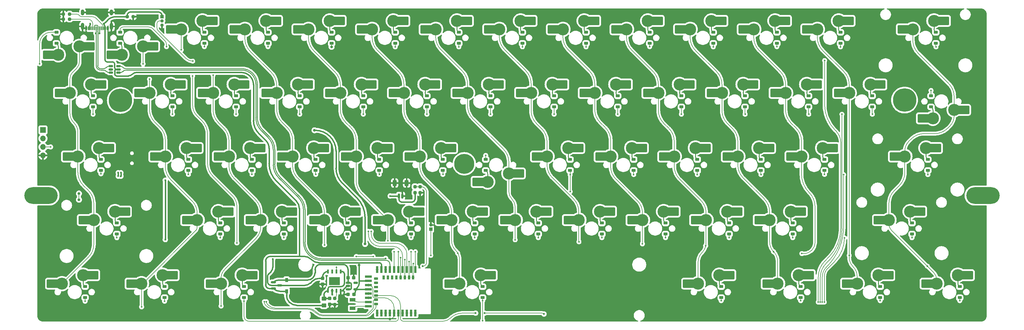
<source format=gbr>
%TF.GenerationSoftware,KiCad,Pcbnew,8.0.2*%
%TF.CreationDate,2024-05-13T14:37:15+08:00*%
%TF.ProjectId,rmk-ble-keyboard,726d6b2d-626c-4652-9d6b-6579626f6172,0*%
%TF.SameCoordinates,Original*%
%TF.FileFunction,Copper,L2,Bot*%
%TF.FilePolarity,Positive*%
%FSLAX46Y46*%
G04 Gerber Fmt 4.6, Leading zero omitted, Abs format (unit mm)*
G04 Created by KiCad (PCBNEW 8.0.2) date 2024-05-13 14:37:15*
%MOMM*%
%LPD*%
G01*
G04 APERTURE LIST*
G04 Aperture macros list*
%AMRoundRect*
0 Rectangle with rounded corners*
0 $1 Rounding radius*
0 $2 $3 $4 $5 $6 $7 $8 $9 X,Y pos of 4 corners*
0 Add a 4 corners polygon primitive as box body*
4,1,4,$2,$3,$4,$5,$6,$7,$8,$9,$2,$3,0*
0 Add four circle primitives for the rounded corners*
1,1,$1+$1,$2,$3*
1,1,$1+$1,$4,$5*
1,1,$1+$1,$6,$7*
1,1,$1+$1,$8,$9*
0 Add four rect primitives between the rounded corners*
20,1,$1+$1,$2,$3,$4,$5,0*
20,1,$1+$1,$4,$5,$6,$7,0*
20,1,$1+$1,$6,$7,$8,$9,0*
20,1,$1+$1,$8,$9,$2,$3,0*%
G04 Aperture macros list end*
%TA.AperFunction,ComponentPad*%
%ADD10O,0.800000X0.800000*%
%TD*%
%TA.AperFunction,SMDPad,CuDef*%
%ADD11RoundRect,0.250000X-1.525000X-1.000000X1.525000X-1.000000X1.525000X1.000000X-1.525000X1.000000X0*%
%TD*%
%TA.AperFunction,ComponentPad*%
%ADD12C,3.600000*%
%TD*%
%TA.AperFunction,ComponentPad*%
%ADD13R,1.700000X1.700000*%
%TD*%
%TA.AperFunction,ComponentPad*%
%ADD14O,1.700000X1.700000*%
%TD*%
%TA.AperFunction,SMDPad,CuDef*%
%ADD15RoundRect,0.250000X1.525000X1.000000X-1.525000X1.000000X-1.525000X-1.000000X1.525000X-1.000000X0*%
%TD*%
%TA.AperFunction,ComponentPad*%
%ADD16O,9.999980X5.001260*%
%TD*%
%TA.AperFunction,ComponentPad*%
%ADD17R,1.000000X1.000000*%
%TD*%
%TA.AperFunction,ComponentPad*%
%ADD18O,1.000000X1.000000*%
%TD*%
%TA.AperFunction,ComponentPad*%
%ADD19C,6.000000*%
%TD*%
%TA.AperFunction,ComponentPad*%
%ADD20C,7.001300*%
%TD*%
%TA.AperFunction,ComponentPad*%
%ADD21C,7.000240*%
%TD*%
%TA.AperFunction,SMDPad,CuDef*%
%ADD22RoundRect,0.237500X0.300000X0.237500X-0.300000X0.237500X-0.300000X-0.237500X0.300000X-0.237500X0*%
%TD*%
%TA.AperFunction,SMDPad,CuDef*%
%ADD23RoundRect,0.225000X0.375000X-0.225000X0.375000X0.225000X-0.375000X0.225000X-0.375000X-0.225000X0*%
%TD*%
%TA.AperFunction,SMDPad,CuDef*%
%ADD24RoundRect,0.150000X-0.512500X-0.150000X0.512500X-0.150000X0.512500X0.150000X-0.512500X0.150000X0*%
%TD*%
%TA.AperFunction,SMDPad,CuDef*%
%ADD25R,0.950000X1.200000*%
%TD*%
%TA.AperFunction,SMDPad,CuDef*%
%ADD26RoundRect,0.150000X-0.150000X-0.425000X0.150000X-0.425000X0.150000X0.425000X-0.150000X0.425000X0*%
%TD*%
%TA.AperFunction,SMDPad,CuDef*%
%ADD27RoundRect,0.075000X-0.075000X-0.500000X0.075000X-0.500000X0.075000X0.500000X-0.075000X0.500000X0*%
%TD*%
%TA.AperFunction,ComponentPad*%
%ADD28O,1.000000X1.800000*%
%TD*%
%TA.AperFunction,ComponentPad*%
%ADD29O,1.000000X2.100000*%
%TD*%
%TA.AperFunction,SMDPad,CuDef*%
%ADD30R,0.600000X1.200000*%
%TD*%
%TA.AperFunction,SMDPad,CuDef*%
%ADD31R,3.300000X2.400000*%
%TD*%
%TA.AperFunction,SMDPad,CuDef*%
%ADD32RoundRect,0.237500X-0.237500X0.300000X-0.237500X-0.300000X0.237500X-0.300000X0.237500X0.300000X0*%
%TD*%
%TA.AperFunction,SMDPad,CuDef*%
%ADD33R,0.800000X2.000000*%
%TD*%
%TA.AperFunction,SMDPad,CuDef*%
%ADD34R,0.800000X1.200000*%
%TD*%
%TA.AperFunction,SMDPad,CuDef*%
%ADD35R,2.000000X0.800000*%
%TD*%
%TA.AperFunction,SMDPad,CuDef*%
%ADD36R,1.200000X0.800000*%
%TD*%
%TA.AperFunction,SMDPad,CuDef*%
%ADD37RoundRect,0.150000X-0.150000X-0.625000X0.150000X-0.625000X0.150000X0.625000X-0.150000X0.625000X0*%
%TD*%
%TA.AperFunction,SMDPad,CuDef*%
%ADD38RoundRect,0.250000X-0.350000X-0.650000X0.350000X-0.650000X0.350000X0.650000X-0.350000X0.650000X0*%
%TD*%
%TA.AperFunction,SMDPad,CuDef*%
%ADD39RoundRect,0.250000X0.450000X-0.350000X0.450000X0.350000X-0.450000X0.350000X-0.450000X-0.350000X0*%
%TD*%
%TA.AperFunction,SMDPad,CuDef*%
%ADD40R,1.800000X1.000000*%
%TD*%
%TA.AperFunction,SMDPad,CuDef*%
%ADD41RoundRect,0.225000X-0.375000X0.225000X-0.375000X-0.225000X0.375000X-0.225000X0.375000X0.225000X0*%
%TD*%
%TA.AperFunction,SMDPad,CuDef*%
%ADD42RoundRect,0.237500X0.250000X0.237500X-0.250000X0.237500X-0.250000X-0.237500X0.250000X-0.237500X0*%
%TD*%
%TA.AperFunction,SMDPad,CuDef*%
%ADD43RoundRect,0.150000X-0.587500X-0.150000X0.587500X-0.150000X0.587500X0.150000X-0.587500X0.150000X0*%
%TD*%
%TA.AperFunction,SMDPad,CuDef*%
%ADD44RoundRect,0.237500X-0.300000X-0.237500X0.300000X-0.237500X0.300000X0.237500X-0.300000X0.237500X0*%
%TD*%
%TA.AperFunction,SMDPad,CuDef*%
%ADD45RoundRect,0.237500X-0.250000X-0.237500X0.250000X-0.237500X0.250000X0.237500X-0.250000X0.237500X0*%
%TD*%
%TA.AperFunction,SMDPad,CuDef*%
%ADD46RoundRect,0.237500X-0.237500X0.250000X-0.237500X-0.250000X0.237500X-0.250000X0.237500X0.250000X0*%
%TD*%
%TA.AperFunction,SMDPad,CuDef*%
%ADD47RoundRect,0.237500X0.237500X-0.250000X0.237500X0.250000X-0.237500X0.250000X-0.237500X-0.250000X0*%
%TD*%
%TA.AperFunction,ViaPad*%
%ADD48C,0.800000*%
%TD*%
%TA.AperFunction,ViaPad*%
%ADD49C,0.600000*%
%TD*%
%TA.AperFunction,ViaPad*%
%ADD50C,0.500000*%
%TD*%
%TA.AperFunction,Conductor*%
%ADD51C,0.150000*%
%TD*%
%TA.AperFunction,Conductor*%
%ADD52C,0.250000*%
%TD*%
%TA.AperFunction,Conductor*%
%ADD53C,0.400000*%
%TD*%
%TA.AperFunction,Conductor*%
%ADD54C,0.200000*%
%TD*%
%TA.AperFunction,Conductor*%
%ADD55C,0.276400*%
%TD*%
G04 APERTURE END LIST*
D10*
%TO.P,,2,Pin_2*%
%TO.N,/mcu/bat_adc*%
X101807200Y9378850D03*
%TD*%
%TO.P,,2,Pin_2*%
%TO.N,/mcu/caps*%
X101807200Y5568850D03*
%TD*%
%TO.P,,2,Pin_2*%
%TO.N,/mcu/charging_led*%
X101807200Y8108850D03*
%TD*%
%TO.P,,2,Pin_2*%
%TO.N,/mcu/rgb*%
X101807200Y6838850D03*
%TD*%
%TO.P,,2,Pin_2*%
%TO.N,/matrix/col14*%
X112897200Y13578600D03*
%TD*%
%TO.P,,2,Pin_2*%
%TO.N,/matrix/col13*%
X111632200Y13578600D03*
%TD*%
%TO.P,,2,Pin_2*%
%TO.N,/matrix/col12*%
X110362200Y13578600D03*
%TD*%
%TO.P,,2,Pin_2*%
%TO.N,/matrix/col11*%
X109092200Y13578600D03*
%TD*%
%TO.P,,2,Pin_2*%
%TO.N,GND*%
X101807200Y13188600D03*
%TD*%
%TO.P,,2,Pin_2*%
%TO.N,GND*%
X99507200Y11283600D03*
%TD*%
%TO.P,,2,Pin_2*%
%TO.N,/mcu/CHARGE*%
X101807200Y11918850D03*
%TD*%
D11*
%TO.P,SW33,1,1*%
%TO.N,/matrix/col5*%
X93052500Y49790000D03*
D12*
X95827500Y49790000D03*
%TO.P,SW33,2,2*%
%TO.N,Net-(D33-A)*%
X102177500Y52330000D03*
D11*
X104957500Y52330000D03*
%TD*%
%TO.P,SW7,1,1*%
%TO.N,/matrix/col7*%
X116865000Y87890000D03*
D12*
X119640000Y87890000D03*
%TO.P,SW7,2,2*%
%TO.N,Net-(D7-A)*%
X125990000Y90430000D03*
D11*
X128770000Y90430000D03*
%TD*%
%TO.P,SW21,1,1*%
%TO.N,/matrix/col7*%
X126390000Y68840000D03*
D12*
X129165000Y68840000D03*
%TO.P,SW21,2,2*%
%TO.N,Net-(D21-A)*%
X135515000Y71380000D03*
D11*
X138295000Y71380000D03*
%TD*%
%TO.P,SW38,1,1*%
%TO.N,/matrix/col10*%
X188302500Y49790000D03*
D12*
X191077500Y49790000D03*
%TO.P,SW38,2,2*%
%TO.N,Net-(D38-A)*%
X197427500Y52330000D03*
D11*
X200207500Y52330000D03*
%TD*%
%TO.P,SW23,1,1*%
%TO.N,/matrix/col9*%
X164490000Y68840000D03*
D12*
X167265000Y68840000D03*
%TO.P,SW23,2,2*%
%TO.N,Net-(D23-A)*%
X173615000Y71380000D03*
D11*
X176395000Y71380000D03*
%TD*%
%TO.P,SW11,1,1*%
%TO.N,/matrix/col11*%
X193065000Y87890000D03*
D12*
X195840000Y87890000D03*
%TO.P,SW11,2,2*%
%TO.N,Net-(D11-A)*%
X202190000Y90430000D03*
D11*
X204970000Y90430000D03*
%TD*%
D13*
%TO.P,J3,1,Pin_1*%
%TO.N,3V3*%
X2040000Y57730000D03*
D14*
%TO.P,J3,2,Pin_2*%
%TO.N,/mcu/swd*%
X2040000Y55190000D03*
%TO.P,J3,3,Pin_3*%
%TO.N,/mcu/swc*%
X2040000Y52650000D03*
%TO.P,J3,4,Pin_4*%
%TO.N,GND*%
X2040000Y50110000D03*
%TD*%
D15*
%TO.P,SW1,1,1*%
%TO.N,/matrix/col1*%
X15735000Y82810000D03*
D12*
X12960000Y82810000D03*
%TO.P,SW1,2,2*%
%TO.N,Net-(D1-A)*%
X6610000Y80270000D03*
D15*
X3830000Y80270000D03*
%TD*%
D16*
%TO.P,HOLE,1*%
%TO.N,N/C*%
X1461100Y38100000D03*
%TD*%
D11*
%TO.P,SW24,1,1*%
%TO.N,/matrix/col10*%
X183540000Y68840000D03*
D12*
X186315000Y68840000D03*
%TO.P,SW24,2,2*%
%TO.N,Net-(D24-A)*%
X192665000Y71380000D03*
D11*
X195445000Y71380000D03*
%TD*%
%TO.P,SW60,1,1*%
%TO.N,/matrix/col13*%
X243071250Y11690000D03*
D12*
X245846250Y11690000D03*
%TO.P,SW60,2,2*%
%TO.N,Net-(D60-A)*%
X252196250Y14230000D03*
D11*
X254976250Y14230000D03*
%TD*%
%TO.P,SW39,1,1*%
%TO.N,/matrix/col11*%
X207352500Y49790000D03*
D12*
X210127500Y49790000D03*
%TO.P,SW39,2,2*%
%TO.N,Net-(D39-A)*%
X216477500Y52330000D03*
D11*
X219257500Y52330000D03*
%TD*%
D16*
%TO.P,HOLE,1*%
%TO.N,N/C*%
X283540000Y38100000D03*
%TD*%
D11*
%TO.P,SW8,1,1*%
%TO.N,/matrix/col8*%
X135915000Y87890000D03*
D12*
X138690000Y87890000D03*
%TO.P,SW8,2,2*%
%TO.N,Net-(D8-A)*%
X145040000Y90430000D03*
D11*
X147820000Y90430000D03*
%TD*%
%TO.P,SW37,1,1*%
%TO.N,/matrix/col9*%
X169252500Y49790000D03*
D12*
X172027500Y49790000D03*
%TO.P,SW37,2,2*%
%TO.N,Net-(D37-A)*%
X178377500Y52330000D03*
D11*
X181157500Y52330000D03*
%TD*%
%TO.P,SW55,1,1*%
%TO.N,/matrix/col2*%
X28758750Y11690000D03*
D12*
X31533750Y11690000D03*
%TO.P,SW55,2,2*%
%TO.N,Net-(D55-A)*%
X37883750Y14230000D03*
D11*
X40663750Y14230000D03*
%TD*%
%TO.P,SW61,1,1*%
%TO.N,/matrix/col14*%
X266883750Y11690000D03*
D12*
X269658750Y11690000D03*
%TO.P,SW61,2,2*%
%TO.N,Net-(D61-A)*%
X276008750Y14230000D03*
D11*
X278788750Y14230000D03*
%TD*%
%TO.P,SW56,1,1*%
%TO.N,/matrix/col3*%
X52571250Y11690000D03*
D12*
X55346250Y11690000D03*
%TO.P,SW56,2,2*%
%TO.N,Net-(D56-A)*%
X61696250Y14230000D03*
D11*
X64476250Y14230000D03*
%TD*%
%TO.P,SW43,1,1*%
%TO.N,/matrix/col2*%
X45427500Y30740000D03*
D12*
X48202500Y30740000D03*
%TO.P,SW43,2,2*%
%TO.N,Net-(D43-A)*%
X54552500Y33280000D03*
D11*
X57332500Y33280000D03*
%TD*%
%TO.P,SW26,1,1*%
%TO.N,/matrix/col12*%
X221640000Y68840000D03*
D12*
X224415000Y68840000D03*
%TO.P,SW26,2,2*%
%TO.N,Net-(D26-A)*%
X230765000Y71380000D03*
D11*
X233545000Y71380000D03*
%TD*%
%TO.P,SW13,1,1*%
%TO.N,/matrix/col13*%
X231165000Y87890000D03*
D12*
X233940000Y87890000D03*
%TO.P,SW13,2,2*%
%TO.N,Net-(D13-A)*%
X240290000Y90430000D03*
D11*
X243070000Y90430000D03*
%TD*%
%TO.P,SW40,1,1*%
%TO.N,/matrix/col12*%
X226402500Y49790000D03*
D12*
X229177500Y49790000D03*
%TO.P,SW40,2,2*%
%TO.N,Net-(D40-A)*%
X235527500Y52330000D03*
D11*
X238307500Y52330000D03*
%TD*%
%TO.P,SW25,1,1*%
%TO.N,/matrix/col11*%
X202590000Y68840000D03*
D12*
X205365000Y68840000D03*
%TO.P,SW25,2,2*%
%TO.N,Net-(D25-A)*%
X211715000Y71380000D03*
D11*
X214495000Y71380000D03*
%TD*%
%TO.P,SW18,1,1*%
%TO.N,/matrix/col4*%
X69240000Y68840000D03*
D12*
X72015000Y68840000D03*
%TO.P,SW18,2,2*%
%TO.N,Net-(D18-A)*%
X78365000Y71380000D03*
D11*
X81145000Y71380000D03*
%TD*%
%TO.P,SW16,1,1*%
%TO.N,/matrix/col2*%
X31140000Y68840000D03*
D12*
X33915000Y68840000D03*
%TO.P,SW16,2,2*%
%TO.N,Net-(D16-A)*%
X40265000Y71380000D03*
D11*
X43045000Y71380000D03*
%TD*%
D17*
%TO.P,J5,1,Pin_1*%
%TO.N,Net-(J5-Pin_1)*%
X118160000Y27980000D03*
D18*
%TO.P,J5,2,Pin_2*%
%TO.N,GND*%
X118160000Y29250000D03*
%TD*%
D19*
%TO.P,HOLE,1*%
%TO.N,N/C*%
X128200000Y47600000D03*
%TD*%
D17*
%TO.P,J4,1,Pin_1*%
%TO.N,VBUS*%
X37690000Y91700000D03*
D18*
%TO.P,J4,2,Pin_2*%
%TO.N,/mcu/rgb*%
X37690000Y90430000D03*
%TO.P,J4,3,Pin_3*%
%TO.N,GND*%
X37690000Y89160000D03*
%TD*%
D11*
%TO.P,SW9,1,1*%
%TO.N,/matrix/col9*%
X154965000Y87890000D03*
D12*
X157740000Y87890000D03*
%TO.P,SW9,2,2*%
%TO.N,Net-(D9-A)*%
X164090000Y90430000D03*
D11*
X166870000Y90430000D03*
%TD*%
%TO.P,SW42,1,1*%
%TO.N,/matrix/col1*%
X14471250Y30740000D03*
D12*
X17246250Y30740000D03*
%TO.P,SW42,2,2*%
%TO.N,Net-(D41-A)*%
X23596250Y33280000D03*
D11*
X26376250Y33280000D03*
%TD*%
%TO.P,SW32,1,1*%
%TO.N,/matrix/col4*%
X74002500Y49790000D03*
D12*
X76777500Y49790000D03*
%TO.P,SW32,2,2*%
%TO.N,Net-(D32-A)*%
X83127500Y52330000D03*
D11*
X85907500Y52330000D03*
%TD*%
D15*
%TO.P,SW35,1,1*%
%TO.N,/matrix/col7*%
X144322500Y44710000D03*
D12*
X141547500Y44710000D03*
%TO.P,SW35,2,2*%
%TO.N,Net-(D35-A)*%
X135197500Y42170000D03*
D15*
X132417500Y42170000D03*
%TD*%
D11*
%TO.P,SW51,1,1*%
%TO.N,/matrix/col10*%
X197827500Y30740000D03*
D12*
X200602500Y30740000D03*
%TO.P,SW51,2,2*%
%TO.N,Net-(D51-A)*%
X206952500Y33280000D03*
D11*
X209732500Y33280000D03*
%TD*%
%TO.P,SW6,1,1*%
%TO.N,/matrix/col6*%
X97815000Y87890000D03*
D12*
X100590000Y87890000D03*
%TO.P,SW6,2,2*%
%TO.N,Net-(D6-A)*%
X106940000Y90430000D03*
D11*
X109720000Y90430000D03*
%TD*%
%TO.P,SW10,1,1*%
%TO.N,/matrix/col10*%
X174015000Y87890000D03*
D12*
X176790000Y87890000D03*
%TO.P,SW10,2,2*%
%TO.N,Net-(D10-A)*%
X183140000Y90430000D03*
D11*
X185920000Y90430000D03*
%TD*%
%TO.P,SW36,1,1*%
%TO.N,/matrix/col8*%
X150202500Y49790000D03*
D12*
X152977500Y49790000D03*
%TO.P,SW36,2,2*%
%TO.N,Net-(D36-A)*%
X159327500Y52330000D03*
D11*
X162107500Y52330000D03*
%TD*%
%TO.P,SW46,1,1*%
%TO.N,/matrix/col5*%
X102577500Y30740000D03*
D12*
X105352500Y30740000D03*
%TO.P,SW46,2,2*%
%TO.N,Net-(D46-A)*%
X111702500Y33280000D03*
D11*
X114482500Y33280000D03*
%TD*%
%TO.P,SW3,1,1*%
%TO.N,/matrix/col3*%
X40665000Y87890000D03*
D12*
X43440000Y87890000D03*
%TO.P,SW3,2,2*%
%TO.N,Net-(D3-A)*%
X49790000Y90430000D03*
D11*
X52570000Y90430000D03*
%TD*%
%TO.P,SW20,1,1*%
%TO.N,/matrix/col6*%
X107340000Y68840000D03*
D12*
X110115000Y68840000D03*
%TO.P,SW20,2,2*%
%TO.N,Net-(D20-A)*%
X116465000Y71380000D03*
D11*
X119245000Y71380000D03*
%TD*%
%TO.P,SW30,1,1*%
%TO.N,/matrix/col2*%
X35902500Y49790000D03*
D12*
X38677500Y49790000D03*
%TO.P,SW30,2,2*%
%TO.N,Net-(D30-A)*%
X45027500Y52330000D03*
D11*
X47807500Y52330000D03*
%TD*%
D15*
%TO.P,SW28,1,1*%
%TO.N,/matrix/col14*%
X277672500Y63760000D03*
D12*
X274897500Y63760000D03*
%TO.P,SW28,2,2*%
%TO.N,Net-(D28-A)*%
X268547500Y61220000D03*
D15*
X265767500Y61220000D03*
%TD*%
D11*
%TO.P,SW41,1,1*%
%TO.N,/matrix/col14*%
X257358750Y49790000D03*
D12*
X260133750Y49790000D03*
%TO.P,SW41,2,2*%
%TO.N,Net-(D42-A)*%
X266483750Y52330000D03*
D11*
X269263750Y52330000D03*
%TD*%
%TO.P,SW59,1,1*%
%TO.N,/matrix/col11*%
X219258750Y11690000D03*
D12*
X222033750Y11690000D03*
%TO.P,SW59,2,2*%
%TO.N,Net-(D59-A)*%
X228383750Y14230000D03*
D11*
X231163750Y14230000D03*
%TD*%
%TO.P,SW57,1,1*%
%TO.N,/matrix/col6*%
X124008750Y11690000D03*
D12*
X126783750Y11690000D03*
%TO.P,SW57,2,2*%
%TO.N,Net-(D57-A)*%
X133133750Y14230000D03*
D11*
X135913750Y14230000D03*
%TD*%
%TO.P,SW19,1,1*%
%TO.N,/matrix/col5*%
X88290000Y68840000D03*
D12*
X91065000Y68840000D03*
%TO.P,SW19,2,2*%
%TO.N,Net-(D19-A)*%
X97415000Y71380000D03*
D11*
X100195000Y71380000D03*
%TD*%
D20*
%TO.P,HOLE,1*%
%TO.N,N/C*%
X25200000Y66600000D03*
%TD*%
D11*
%TO.P,SW15,1,1*%
%TO.N,/matrix/col1*%
X7327500Y68840000D03*
D12*
X10102500Y68840000D03*
%TO.P,SW15,2,2*%
%TO.N,Net-(D15-A)*%
X16452500Y71380000D03*
D11*
X19232500Y71380000D03*
%TD*%
%TO.P,SW50,1,1*%
%TO.N,/matrix/col9*%
X178777500Y30740000D03*
D12*
X181552500Y30740000D03*
%TO.P,SW50,2,2*%
%TO.N,Net-(D50-A)*%
X187902500Y33280000D03*
D11*
X190682500Y33280000D03*
%TD*%
%TO.P,SW31,1,1*%
%TO.N,/matrix/col3*%
X54952500Y49790000D03*
D12*
X57727500Y49790000D03*
%TO.P,SW31,2,2*%
%TO.N,Net-(D31-A)*%
X64077500Y52330000D03*
D11*
X66857500Y52330000D03*
%TD*%
%TO.P,SW54,1,1*%
%TO.N,/matrix/col1*%
X4946250Y11690000D03*
D12*
X7721250Y11690000D03*
%TO.P,SW54,2,2*%
%TO.N,Net-(D54-A)*%
X14071250Y14230000D03*
D11*
X16851250Y14230000D03*
%TD*%
%TO.P,SW47,1,1*%
%TO.N,/matrix/col6*%
X121627500Y30740000D03*
D12*
X124402500Y30740000D03*
%TO.P,SW47,2,2*%
%TO.N,Net-(D47-A)*%
X130752500Y33280000D03*
D11*
X133532500Y33280000D03*
%TD*%
%TO.P,SW5,1,1*%
%TO.N,/matrix/col5*%
X78765000Y87890000D03*
D12*
X81540000Y87890000D03*
%TO.P,SW5,2,2*%
%TO.N,Net-(D5-A)*%
X87890000Y90430000D03*
D11*
X90670000Y90430000D03*
%TD*%
%TO.P,SW4,1,1*%
%TO.N,/matrix/col4*%
X59715000Y87890000D03*
D12*
X62490000Y87890000D03*
%TO.P,SW4,2,2*%
%TO.N,Net-(D4-A)*%
X68840000Y90430000D03*
D11*
X71620000Y90430000D03*
%TD*%
D21*
%TO.P,HOLE,1*%
%TO.N,N/C*%
X260050000Y66700000D03*
%TD*%
D11*
%TO.P,SW49,1,1*%
%TO.N,/matrix/col8*%
X159727500Y30740000D03*
D12*
X162502500Y30740000D03*
%TO.P,SW49,2,2*%
%TO.N,Net-(D49-A)*%
X168852500Y33280000D03*
D11*
X171632500Y33280000D03*
%TD*%
%TO.P,SW45,1,1*%
%TO.N,/matrix/col4*%
X83527500Y30740000D03*
D12*
X86302500Y30740000D03*
%TO.P,SW45,2,2*%
%TO.N,Net-(D45-A)*%
X92652500Y33280000D03*
D11*
X95432500Y33280000D03*
%TD*%
%TO.P,SW44,1,1*%
%TO.N,/matrix/col3*%
X64477500Y30740000D03*
D12*
X67252500Y30740000D03*
%TO.P,SW44,2,2*%
%TO.N,Net-(D44-A)*%
X73602500Y33280000D03*
D11*
X76382500Y33280000D03*
%TD*%
%TO.P,SW34,1,1*%
%TO.N,/matrix/col6*%
X112102500Y49790000D03*
D12*
X114877500Y49790000D03*
%TO.P,SW34,2,2*%
%TO.N,Net-(D34-A)*%
X121227500Y52330000D03*
D11*
X124007500Y52330000D03*
%TD*%
%TO.P,SW22,1,1*%
%TO.N,/matrix/col8*%
X145440000Y68840000D03*
D12*
X148215000Y68840000D03*
%TO.P,SW22,2,2*%
%TO.N,Net-(D22-A)*%
X154565000Y71380000D03*
D11*
X157345000Y71380000D03*
%TD*%
%TO.P,SW58,1,1*%
%TO.N,/matrix/col10*%
X195446250Y11690000D03*
D12*
X198221250Y11690000D03*
%TO.P,SW58,2,2*%
%TO.N,Net-(D58-A)*%
X204571250Y14230000D03*
D11*
X207351250Y14230000D03*
%TD*%
%TO.P,SW12,1,1*%
%TO.N,/matrix/col12*%
X212115000Y87890000D03*
D12*
X214890000Y87890000D03*
%TO.P,SW12,2,2*%
%TO.N,Net-(D12-A)*%
X221240000Y90430000D03*
D11*
X224020000Y90430000D03*
%TD*%
%TO.P,SW29,1,1*%
%TO.N,/matrix/col1*%
X9708750Y49790000D03*
D12*
X12483750Y49790000D03*
%TO.P,SW29,2,2*%
%TO.N,Net-(D29-A)*%
X18833750Y52330000D03*
D11*
X21613750Y52330000D03*
%TD*%
D15*
%TO.P,SW2,1,1*%
%TO.N,/matrix/col2*%
X34785000Y82810000D03*
D12*
X32010000Y82810000D03*
%TO.P,SW2,2,2*%
%TO.N,Net-(D2-A)*%
X25660000Y80270000D03*
D15*
X22880000Y80270000D03*
%TD*%
D11*
%TO.P,SW17,1,1*%
%TO.N,/matrix/col3*%
X50190000Y68840000D03*
D12*
X52965000Y68840000D03*
%TO.P,SW17,2,2*%
%TO.N,Net-(D17-A)*%
X59315000Y71380000D03*
D11*
X62095000Y71380000D03*
%TD*%
%TO.P,SW27,1,1*%
%TO.N,/matrix/col13*%
X240690000Y68840000D03*
D12*
X243465000Y68840000D03*
%TO.P,SW27,2,2*%
%TO.N,Net-(D27-A)*%
X249815000Y71380000D03*
D11*
X252595000Y71380000D03*
%TD*%
%TO.P,SW14,1,1*%
%TO.N,/matrix/col14*%
X259740000Y87890000D03*
D12*
X262515000Y87890000D03*
%TO.P,SW14,2,2*%
%TO.N,Net-(D14-A)*%
X268865000Y90430000D03*
D11*
X271645000Y90430000D03*
%TD*%
%TO.P,SW52,1,1*%
%TO.N,/matrix/col11*%
X216877500Y30740000D03*
D12*
X219652500Y30740000D03*
%TO.P,SW52,2,2*%
%TO.N,Net-(D52-A)*%
X226002500Y33280000D03*
D11*
X228782500Y33280000D03*
%TD*%
%TO.P,SW48,1,1*%
%TO.N,/matrix/col7*%
X140677500Y30740000D03*
D12*
X143452500Y30740000D03*
%TO.P,SW48,2,2*%
%TO.N,Net-(D48-A)*%
X149802500Y33280000D03*
D11*
X152582500Y33280000D03*
%TD*%
%TO.P,SW53,1,1*%
%TO.N,/matrix/col14*%
X252596250Y30740000D03*
D12*
X255371250Y30740000D03*
%TO.P,SW53,2,2*%
%TO.N,Net-(D53-A)*%
X261721250Y33280000D03*
D11*
X264501250Y33280000D03*
%TD*%
D22*
%TO.P,C4,1*%
%TO.N,3V3*%
X95132500Y8450000D03*
%TO.P,C4,2*%
%TO.N,GND*%
X93407500Y8450000D03*
%TD*%
D23*
%TO.P,D31,1,K*%
%TO.N,/matrix/row3*%
X64637500Y45600000D03*
%TO.P,D31,2,A*%
%TO.N,Net-(D31-A)*%
X64637500Y48900000D03*
%TD*%
%TO.P,D52,1,K*%
%TO.N,/matrix/row4*%
X226562500Y26550000D03*
%TO.P,D52,2,A*%
%TO.N,Net-(D52-A)*%
X226562500Y29850000D03*
%TD*%
D24*
%TO.P,U2,1,I/O1*%
%TO.N,/power/DP*%
X22352500Y74940000D03*
%TO.P,U2,2,GND*%
%TO.N,GND*%
X22352500Y75890000D03*
%TO.P,U2,3,I/O2*%
%TO.N,/power/DN*%
X22352500Y76840000D03*
%TO.P,U2,4,I/O2*%
%TO.N,/mcu/D-*%
X24627500Y76840000D03*
%TO.P,U2,5,VBUS*%
%TO.N,VBUS*%
X24627500Y75890000D03*
%TO.P,U2,6,I/O1*%
%TO.N,/mcu/D+*%
X24627500Y74940000D03*
%TD*%
D23*
%TO.P,D34,1,K*%
%TO.N,/matrix/row3*%
X121787500Y45600000D03*
%TO.P,D34,2,A*%
%TO.N,Net-(D34-A)*%
X121787500Y48900000D03*
%TD*%
%TO.P,D8,1,K*%
%TO.N,/matrix/row1*%
X145600000Y83700000D03*
%TO.P,D8,2,A*%
%TO.N,Net-(D8-A)*%
X145600000Y87000000D03*
%TD*%
%TO.P,D17,1,K*%
%TO.N,/matrix/row2*%
X59875000Y64650000D03*
%TO.P,D17,2,A*%
%TO.N,Net-(D17-A)*%
X59875000Y67950000D03*
%TD*%
%TO.P,D49,1,K*%
%TO.N,/matrix/row4*%
X169412500Y26550000D03*
%TO.P,D49,2,A*%
%TO.N,Net-(D49-A)*%
X169412500Y29850000D03*
%TD*%
%TO.P,D48,1,K*%
%TO.N,/matrix/row4*%
X150362500Y26550000D03*
%TO.P,D48,2,A*%
%TO.N,Net-(D48-A)*%
X150362500Y29850000D03*
%TD*%
%TO.P,D32,1,K*%
%TO.N,/matrix/row3*%
X83687500Y45600000D03*
%TO.P,D32,2,A*%
%TO.N,Net-(D32-A)*%
X83687500Y48900000D03*
%TD*%
D25*
%TO.P,D63,1,-*%
%TO.N,Net-(D63--)*%
X74980000Y12770000D03*
%TO.P,D63,2,+*%
%TO.N,VBUS*%
X74980000Y9370000D03*
%TD*%
D26*
%TO.P,J1,A1,GND*%
%TO.N,GND*%
X15000000Y88195000D03*
%TO.P,J1,A4,VBUS*%
%TO.N,VBUS*%
X15800000Y88195000D03*
D27*
%TO.P,J1,A5,CC1*%
%TO.N,Net-(J1-CC1)*%
X16950000Y88195000D03*
%TO.P,J1,A6,D+*%
%TO.N,/power/DP*%
X17950000Y88195000D03*
%TO.P,J1,A7,D-*%
%TO.N,/power/DN*%
X18450000Y88195000D03*
%TO.P,J1,A8,SBU1*%
%TO.N,unconnected-(J1-SBU1-PadA8)*%
X19450000Y88195000D03*
D26*
%TO.P,J1,A9,VBUS*%
%TO.N,VBUS*%
X20600000Y88195000D03*
%TO.P,J1,A12,GND*%
%TO.N,GND*%
X21400000Y88195000D03*
%TO.P,J1,B1,GND*%
X21400000Y88195000D03*
%TO.P,J1,B4,VBUS*%
%TO.N,VBUS*%
X20600000Y88195000D03*
D27*
%TO.P,J1,B5,CC2*%
%TO.N,Net-(J1-CC2)*%
X19950000Y88195000D03*
%TO.P,J1,B6,D+*%
%TO.N,/power/DP*%
X18950000Y88195000D03*
%TO.P,J1,B7,D-*%
%TO.N,/power/DN*%
X17450000Y88195000D03*
%TO.P,J1,B8,SBU2*%
%TO.N,unconnected-(J1-SBU2-PadB8)*%
X16450000Y88195000D03*
D26*
%TO.P,J1,B9,VBUS*%
%TO.N,VBUS*%
X15800000Y88195000D03*
%TO.P,J1,B12,GND*%
%TO.N,GND*%
X15000000Y88195000D03*
D28*
%TO.P,J1,S1,SHIELD*%
X13880000Y92950000D03*
D29*
X13880000Y88770000D03*
D28*
X22520000Y92950000D03*
D29*
X22520000Y88770000D03*
%TD*%
D23*
%TO.P,D7,1,K*%
%TO.N,/matrix/row1*%
X126550000Y83700000D03*
%TO.P,D7,2,A*%
%TO.N,Net-(D7-A)*%
X126550000Y87000000D03*
%TD*%
%TO.P,D12,1,K*%
%TO.N,/matrix/row1*%
X221800000Y83700000D03*
%TO.P,D12,2,A*%
%TO.N,Net-(D12-A)*%
X221800000Y87000000D03*
%TD*%
%TO.P,D27,1,K*%
%TO.N,/matrix/row2*%
X250375000Y64650000D03*
%TO.P,D27,2,A*%
%TO.N,Net-(D27-A)*%
X250375000Y67950000D03*
%TD*%
D30*
%TO.P,U3,1,TEMP*%
%TO.N,GND*%
X91215000Y9521500D03*
%TO.P,U3,2,PROG*%
%TO.N,Net-(U3-PROG)*%
X89945000Y9521500D03*
%TO.P,U3,3,GND*%
%TO.N,GND*%
X88675000Y9521500D03*
%TO.P,U3,4,VCC*%
%TO.N,/power/Vin*%
X87405000Y9521500D03*
%TO.P,U3,5,BAT*%
%TO.N,/power/Li+*%
X87405000Y15338500D03*
%TO.P,U3,6,STDBY#*%
%TO.N,unconnected-(U3-STDBY#-Pad6)*%
X88675000Y15338500D03*
%TO.P,U3,7,CHRG#*%
%TO.N,/mcu/CHARGE*%
X89945000Y15338500D03*
%TO.P,U3,8,CE*%
%TO.N,/power/Vin*%
X91215000Y15338500D03*
D31*
%TO.P,U3,9,EP*%
%TO.N,unconnected-(U3-EP-Pad9)*%
X89310000Y12430000D03*
%TD*%
D23*
%TO.P,D20,1,K*%
%TO.N,/matrix/row2*%
X117025000Y64650000D03*
%TO.P,D20,2,A*%
%TO.N,Net-(D20-A)*%
X117025000Y67950000D03*
%TD*%
%TO.P,D51,1,K*%
%TO.N,/matrix/row4*%
X207512500Y26550000D03*
%TO.P,D51,2,A*%
%TO.N,Net-(D51-A)*%
X207512500Y29850000D03*
%TD*%
%TO.P,D40,1,K*%
%TO.N,/matrix/row3*%
X236087500Y45600000D03*
%TO.P,D40,2,A*%
%TO.N,Net-(D40-A)*%
X236087500Y48900000D03*
%TD*%
D32*
%TO.P,C1,1*%
%TO.N,/power/Li+*%
X85765000Y13271000D03*
%TO.P,C1,2*%
%TO.N,GND*%
X85765000Y11546000D03*
%TD*%
D23*
%TO.P,D4,1,K*%
%TO.N,/matrix/row1*%
X69400000Y83700000D03*
%TO.P,D4,2,A*%
%TO.N,Net-(D4-A)*%
X69400000Y87000000D03*
%TD*%
%TO.P,D42,1,K*%
%TO.N,/matrix/row3*%
X267043750Y45600000D03*
%TO.P,D42,2,A*%
%TO.N,Net-(D42-A)*%
X267043750Y48900000D03*
%TD*%
%TO.P,D6,1,K*%
%TO.N,/matrix/row1*%
X107500000Y83700000D03*
%TO.P,D6,2,A*%
%TO.N,Net-(D6-A)*%
X107500000Y87000000D03*
%TD*%
D33*
%TO.P,U1,43,NF2*%
%TO.N,/matrix/col10*%
X113537200Y15878600D03*
D34*
%TO.P,U1,42,P1.06*%
%TO.N,/matrix/col14*%
X112897200Y13578600D03*
D33*
%TO.P,U1,41,NF1*%
%TO.N,/matrix/col9*%
X112264400Y15878900D03*
D34*
%TO.P,U1,40,P1.04*%
%TO.N,/matrix/col13*%
X111632200Y13578600D03*
D33*
%TO.P,U1,39,SWC*%
%TO.N,/mcu/swc*%
X110997200Y15878600D03*
D34*
%TO.P,U1,38,P1.02*%
%TO.N,/matrix/col12*%
X110362200Y13578600D03*
D33*
%TO.P,U1,37,SWD*%
%TO.N,/mcu/swd*%
X109727200Y15878600D03*
D34*
%TO.P,U1,36,P1.00*%
%TO.N,/matrix/col11*%
X109092200Y13578600D03*
D33*
%TO.P,U1,35,P0.24*%
%TO.N,/matrix/col8*%
X108457200Y15878600D03*
D34*
%TO.P,U1,34,P0.22*%
%TO.N,unconnected-(U1-P0.22-Pad34)*%
X107822200Y13578600D03*
D33*
%TO.P,U1,33,P0.13*%
%TO.N,/matrix/col7*%
X107187200Y15878600D03*
D34*
%TO.P,U1,32,P0.20*%
%TO.N,unconnected-(U1-P0.20-Pad32)*%
X106552200Y13578600D03*
D33*
%TO.P,U1,31,D+*%
%TO.N,/mcu/D+*%
X105917200Y15878600D03*
D34*
%TO.P,U1,30,P17*%
%TO.N,unconnected-(U1-P17-Pad30)*%
X105282200Y13578600D03*
D33*
%TO.P,U1,29,D-*%
%TO.N,/mcu/D-*%
X104647200Y15878600D03*
D34*
%TO.P,U1,28,P15*%
%TO.N,unconnected-(U1-P15-Pad28)*%
X104012200Y13578600D03*
D33*
%TO.P,U1,27,VBS*%
%TO.N,VBUS*%
X103377200Y15878600D03*
%TO.P,U1,26,RST*%
%TO.N,Net-(J5-Pin_1)*%
X102107200Y15878600D03*
D35*
%TO.P,U1,25,DCH*%
%TO.N,unconnected-(U1-DCH-Pad25)*%
X99507200Y13823600D03*
D36*
%TO.P,U1,24,GND*%
%TO.N,GND*%
X101807200Y13188600D03*
D35*
%TO.P,U1,23,VDH*%
%TO.N,3V3*%
X99507200Y12553600D03*
D36*
%TO.P,U1,22,P0.07*%
%TO.N,/mcu/CHARGE*%
X101807200Y11918850D03*
D35*
%TO.P,U1,21,GND*%
%TO.N,GND*%
X99507200Y11283600D03*
D36*
%TO.P,U1,20,P12*%
%TO.N,unconnected-(U1-P12-Pad20)*%
X101807200Y10648850D03*
D35*
%TO.P,U1,19,VCC*%
%TO.N,3V3*%
X99507200Y10013600D03*
D36*
%TO.P,U1,18,AI2*%
%TO.N,/mcu/bat_adc*%
X101807200Y9378850D03*
D35*
%TO.P,U1,17,P1.09*%
%TO.N,/matrix/col6*%
X99507200Y8743600D03*
D36*
%TO.P,U1,16,P0.08*%
%TO.N,/mcu/charging_led*%
X101807200Y8108850D03*
D35*
%TO.P,U1,15,AI3*%
%TO.N,/matrix/col5*%
X99507200Y7473600D03*
D36*
%TO.P,U1,14,P0.06*%
%TO.N,/mcu/rgb*%
X101807200Y6838850D03*
D35*
%TO.P,U1,13,XL2*%
%TO.N,Net-(U1-XL2)*%
X99507200Y6203600D03*
D36*
%TO.P,U1,12,P0.26*%
%TO.N,/mcu/caps*%
X101807200Y5568850D03*
D35*
%TO.P,U1,11,XL1*%
%TO.N,Net-(U1-XL1)*%
X99507200Y4933600D03*
D33*
%TO.P,U1,10,AI6*%
%TO.N,/matrix/col1*%
X102107200Y2878600D03*
%TO.P,U1,9,AI7*%
%TO.N,/matrix/col2*%
X103380000Y2878300D03*
%TO.P,U1,8,AI5*%
%TO.N,/matrix/col3*%
X104647200Y2878600D03*
%TO.P,U1,7,AI0*%
%TO.N,/matrix/col4*%
X105917200Y2878600D03*
%TO.P,U1,6,P1.13*%
%TO.N,GND*%
X107187200Y2878600D03*
%TO.P,U1,5,GND*%
%TO.N,/matrix/row5*%
X108457200Y2878600D03*
%TO.P,U1,4,AI4*%
%TO.N,/matrix/row4*%
X109727200Y2878600D03*
%TO.P,U1,3,P0.03*%
%TO.N,/matrix/row3*%
X110997200Y2878600D03*
%TO.P,U1,2,P1.10*%
%TO.N,/matrix/row2*%
X112267200Y2878600D03*
%TO.P,U1,1,P1.11*%
%TO.N,/matrix/row1*%
X113537200Y2878600D03*
%TD*%
D37*
%TO.P,J6,1,Pin_1*%
%TO.N,Net-(J6-Pin_1)*%
X108649800Y37960200D03*
%TO.P,J6,2,Pin_2*%
%TO.N,GND*%
X109649800Y37960200D03*
D38*
%TO.P,J6,MP,MountPin*%
X107349800Y41835200D03*
X110949800Y41835200D03*
%TD*%
D39*
%TO.P,R4,1*%
%TO.N,VBUS*%
X86150000Y5180000D03*
%TO.P,R4,2*%
%TO.N,/power/Vin*%
X86150000Y7180000D03*
%TD*%
D23*
%TO.P,D54,1,K*%
%TO.N,/matrix/row5*%
X14631250Y7500000D03*
%TO.P,D54,2,A*%
%TO.N,Net-(D54-A)*%
X14631250Y10800000D03*
%TD*%
%TO.P,D33,1,K*%
%TO.N,/matrix/row3*%
X102737500Y45600000D03*
%TO.P,D33,2,A*%
%TO.N,Net-(D33-A)*%
X102737500Y48900000D03*
%TD*%
%TO.P,D9,1,K*%
%TO.N,/matrix/row1*%
X164650000Y83700000D03*
%TO.P,D9,2,A*%
%TO.N,Net-(D9-A)*%
X164650000Y87000000D03*
%TD*%
%TO.P,D5,1,K*%
%TO.N,/matrix/row1*%
X88450000Y83700000D03*
%TO.P,D5,2,A*%
%TO.N,Net-(D5-A)*%
X88450000Y87000000D03*
%TD*%
%TO.P,D36,1,K*%
%TO.N,/matrix/row3*%
X159887500Y45600000D03*
%TO.P,D36,2,A*%
%TO.N,Net-(D36-A)*%
X159887500Y48900000D03*
%TD*%
D40*
%TO.P,Y1,1,1*%
%TO.N,Net-(U1-XL1)*%
X94750000Y4315000D03*
%TO.P,Y1,2,2*%
%TO.N,Net-(U1-XL2)*%
X94750000Y6815000D03*
%TD*%
D23*
%TO.P,D11,1,K*%
%TO.N,/matrix/row1*%
X202750000Y83700000D03*
%TO.P,D11,2,A*%
%TO.N,Net-(D11-A)*%
X202750000Y87000000D03*
%TD*%
D24*
%TO.P,U5,1,VIN*%
%TO.N,Net-(D63--)*%
X93386500Y10014600D03*
%TO.P,U5,2,GND*%
%TO.N,GND*%
X93386500Y10964600D03*
%TO.P,U5,3,EN*%
%TO.N,Net-(D63--)*%
X93386500Y11914600D03*
%TO.P,U5,4,NC*%
%TO.N,unconnected-(U5-NC-Pad4)*%
X95661500Y11914600D03*
%TO.P,U5,5,VOUT*%
%TO.N,3V3*%
X95661500Y10014600D03*
%TD*%
D23*
%TO.P,D16,1,K*%
%TO.N,/matrix/row2*%
X40825000Y64650000D03*
%TO.P,D16,2,A*%
%TO.N,Net-(D16-A)*%
X40825000Y67950000D03*
%TD*%
D32*
%TO.P,C2,1*%
%TO.N,/power/Vin*%
X87905000Y7238500D03*
%TO.P,C2,2*%
%TO.N,GND*%
X87905000Y5513500D03*
%TD*%
D23*
%TO.P,D39,1,K*%
%TO.N,/matrix/row3*%
X217037500Y45600000D03*
%TO.P,D39,2,A*%
%TO.N,Net-(D39-A)*%
X217037500Y48900000D03*
%TD*%
%TO.P,D10,1,K*%
%TO.N,/matrix/row1*%
X183700000Y83700000D03*
%TO.P,D10,2,A*%
%TO.N,Net-(D10-A)*%
X183700000Y87000000D03*
%TD*%
%TO.P,D19,1,K*%
%TO.N,/matrix/row2*%
X97975000Y64650000D03*
%TO.P,D19,2,A*%
%TO.N,Net-(D19-A)*%
X97975000Y67950000D03*
%TD*%
%TO.P,D46,1,K*%
%TO.N,/matrix/row4*%
X112262500Y26550000D03*
%TO.P,D46,2,A*%
%TO.N,Net-(D46-A)*%
X112262500Y29850000D03*
%TD*%
%TO.P,D37,1,K*%
%TO.N,/matrix/row3*%
X178937500Y45600000D03*
%TO.P,D37,2,A*%
%TO.N,Net-(D37-A)*%
X178937500Y48900000D03*
%TD*%
%TO.P,D56,1,K*%
%TO.N,/matrix/row5*%
X62256250Y7500000D03*
%TO.P,D56,2,A*%
%TO.N,Net-(D56-A)*%
X62256250Y10800000D03*
%TD*%
%TO.P,D26,1,K*%
%TO.N,/matrix/row2*%
X231325000Y64650000D03*
%TO.P,D26,2,A*%
%TO.N,Net-(D26-A)*%
X231325000Y67950000D03*
%TD*%
%TO.P,D25,1,K*%
%TO.N,/matrix/row2*%
X212275000Y64650000D03*
%TO.P,D25,2,A*%
%TO.N,Net-(D25-A)*%
X212275000Y67950000D03*
%TD*%
%TO.P,D58,1,K*%
%TO.N,/matrix/row5*%
X205131250Y7500000D03*
%TO.P,D58,2,A*%
%TO.N,Net-(D58-A)*%
X205131250Y10800000D03*
%TD*%
D41*
%TO.P,D2,1,K*%
%TO.N,/matrix/row1*%
X25100000Y87000000D03*
%TO.P,D2,2,A*%
%TO.N,Net-(D2-A)*%
X25100000Y83700000D03*
%TD*%
%TO.P,D35,1,K*%
%TO.N,/matrix/row3*%
X134637500Y48900000D03*
%TO.P,D35,2,A*%
%TO.N,Net-(D35-A)*%
X134637500Y45600000D03*
%TD*%
D23*
%TO.P,D50,1,K*%
%TO.N,/matrix/row4*%
X188462500Y26550000D03*
%TO.P,D50,2,A*%
%TO.N,Net-(D50-A)*%
X188462500Y29850000D03*
%TD*%
%TO.P,D24,1,K*%
%TO.N,/matrix/row2*%
X193225000Y64650000D03*
%TO.P,D24,2,A*%
%TO.N,Net-(D24-A)*%
X193225000Y67950000D03*
%TD*%
%TO.P,D41,1,K*%
%TO.N,/matrix/row4*%
X24156250Y26550000D03*
%TO.P,D41,2,A*%
%TO.N,Net-(D41-A)*%
X24156250Y29850000D03*
%TD*%
%TO.P,D45,1,K*%
%TO.N,/matrix/row4*%
X93212500Y26550000D03*
%TO.P,D45,2,A*%
%TO.N,Net-(D45-A)*%
X93212500Y29850000D03*
%TD*%
%TO.P,D18,1,K*%
%TO.N,/matrix/row2*%
X78925000Y64650000D03*
%TO.P,D18,2,A*%
%TO.N,Net-(D18-A)*%
X78925000Y67950000D03*
%TD*%
%TO.P,D21,1,K*%
%TO.N,/matrix/row2*%
X136075000Y64650000D03*
%TO.P,D21,2,A*%
%TO.N,Net-(D21-A)*%
X136075000Y67950000D03*
%TD*%
D42*
%TO.P,R2,1*%
%TO.N,Net-(J1-CC2)*%
X9986300Y92462000D03*
%TO.P,R2,2*%
%TO.N,GND*%
X8161300Y92462000D03*
%TD*%
D43*
%TO.P,Q1,1,G*%
%TO.N,VBUS*%
X71045300Y10207500D03*
%TO.P,Q1,2,S*%
%TO.N,Net-(D63--)*%
X71045300Y12107500D03*
%TO.P,Q1,3,D*%
%TO.N,/power/Li+*%
X72920300Y11157500D03*
%TD*%
D23*
%TO.P,D43,1,K*%
%TO.N,/matrix/row4*%
X55112500Y26550000D03*
%TO.P,D43,2,A*%
%TO.N,Net-(D43-A)*%
X55112500Y29850000D03*
%TD*%
%TO.P,D3,1,K*%
%TO.N,/matrix/row1*%
X50350000Y83700000D03*
%TO.P,D3,2,A*%
%TO.N,Net-(D3-A)*%
X50350000Y87000000D03*
%TD*%
%TO.P,D47,1,K*%
%TO.N,/matrix/row4*%
X131312500Y26550000D03*
%TO.P,D47,2,A*%
%TO.N,Net-(D47-A)*%
X131312500Y29850000D03*
%TD*%
%TO.P,D60,1,K*%
%TO.N,/matrix/row5*%
X252756250Y7500000D03*
%TO.P,D60,2,A*%
%TO.N,Net-(D60-A)*%
X252756250Y10800000D03*
%TD*%
D44*
%TO.P,C3,1*%
%TO.N,Net-(D63--)*%
X93382100Y13453800D03*
%TO.P,C3,2*%
%TO.N,GND*%
X95107100Y13453800D03*
%TD*%
D23*
%TO.P,D59,1,K*%
%TO.N,/matrix/row5*%
X228943750Y7500000D03*
%TO.P,D59,2,A*%
%TO.N,Net-(D59-A)*%
X228943750Y10800000D03*
%TD*%
D42*
%TO.P,R1,1*%
%TO.N,Net-(J1-CC1)*%
X9986300Y90963400D03*
%TO.P,R1,2*%
%TO.N,GND*%
X8161300Y90963400D03*
%TD*%
D23*
%TO.P,D38,1,K*%
%TO.N,/matrix/row3*%
X197987500Y45600000D03*
%TO.P,D38,2,A*%
%TO.N,Net-(D38-A)*%
X197987500Y48900000D03*
%TD*%
D41*
%TO.P,D28,1,K*%
%TO.N,/matrix/row2*%
X267987500Y67950000D03*
%TO.P,D28,2,A*%
%TO.N,Net-(D28-A)*%
X267987500Y64650000D03*
%TD*%
D23*
%TO.P,D22,1,K*%
%TO.N,/matrix/row2*%
X155125000Y64650000D03*
%TO.P,D22,2,A*%
%TO.N,Net-(D22-A)*%
X155125000Y67950000D03*
%TD*%
%TO.P,D13,1,K*%
%TO.N,/matrix/row1*%
X240850000Y83700000D03*
%TO.P,D13,2,A*%
%TO.N,Net-(D13-A)*%
X240850000Y87000000D03*
%TD*%
D41*
%TO.P,D1,1,K*%
%TO.N,/matrix/row1*%
X6050000Y87000000D03*
%TO.P,D1,2,A*%
%TO.N,Net-(D1-A)*%
X6050000Y83700000D03*
%TD*%
D23*
%TO.P,D61,1,K*%
%TO.N,/matrix/row5*%
X276568750Y7500000D03*
%TO.P,D61,2,A*%
%TO.N,Net-(D61-A)*%
X276568750Y10800000D03*
%TD*%
%TO.P,D44,1,K*%
%TO.N,/matrix/row4*%
X74162500Y26550000D03*
%TO.P,D44,2,A*%
%TO.N,Net-(D44-A)*%
X74162500Y29850000D03*
%TD*%
%TO.P,D57,1,K*%
%TO.N,/matrix/row5*%
X133693750Y7500000D03*
%TO.P,D57,2,A*%
%TO.N,Net-(D57-A)*%
X133693750Y10800000D03*
%TD*%
%TO.P,D14,1,K*%
%TO.N,/matrix/row1*%
X269425000Y83700000D03*
%TO.P,D14,2,A*%
%TO.N,Net-(D14-A)*%
X269425000Y87000000D03*
%TD*%
%TO.P,D23,1,K*%
%TO.N,/matrix/row2*%
X174175000Y64650000D03*
%TO.P,D23,2,A*%
%TO.N,Net-(D23-A)*%
X174175000Y67950000D03*
%TD*%
D45*
%TO.P,R7,1*%
%TO.N,VBUS*%
X27236700Y91674600D03*
%TO.P,R7,2*%
%TO.N,GND*%
X29061700Y91674600D03*
%TD*%
D23*
%TO.P,D55,1,K*%
%TO.N,/matrix/row5*%
X38443750Y7500000D03*
%TO.P,D55,2,A*%
%TO.N,Net-(D55-A)*%
X38443750Y10800000D03*
%TD*%
D46*
%TO.P,R9,1*%
%TO.N,/mcu/bat_adc*%
X114950000Y40762500D03*
%TO.P,R9,2*%
%TO.N,GND*%
X114950000Y38937500D03*
%TD*%
D23*
%TO.P,D30,1,K*%
%TO.N,/matrix/row3*%
X45587500Y45600000D03*
%TO.P,D30,2,A*%
%TO.N,Net-(D30-A)*%
X45587500Y48900000D03*
%TD*%
D47*
%TO.P,R8,1*%
%TO.N,Net-(J6-Pin_1)*%
X113420000Y38937500D03*
%TO.P,R8,2*%
%TO.N,/mcu/bat_adc*%
X113420000Y40762500D03*
%TD*%
%TO.P,R3,1*%
%TO.N,GND*%
X89435000Y5456000D03*
%TO.P,R3,2*%
%TO.N,Net-(U3-PROG)*%
X89435000Y7281000D03*
%TD*%
D23*
%TO.P,D53,1,K*%
%TO.N,/matrix/row4*%
X262281250Y26550000D03*
%TO.P,D53,2,A*%
%TO.N,Net-(D53-A)*%
X262281250Y29850000D03*
%TD*%
%TO.P,D15,1,K*%
%TO.N,/matrix/row2*%
X17012500Y64650000D03*
%TO.P,D15,2,A*%
%TO.N,Net-(D15-A)*%
X17012500Y67950000D03*
%TD*%
%TO.P,D29,1,K*%
%TO.N,/matrix/row3*%
X19393750Y45600000D03*
%TO.P,D29,2,A*%
%TO.N,Net-(D29-A)*%
X19393750Y48900000D03*
%TD*%
D48*
%TO.N,GND*%
X107187200Y2878600D03*
%TO.N,/matrix/col1*%
X102107200Y2878600D03*
%TO.N,GND*%
X41284000Y39920000D03*
X144089997Y75730000D03*
X97200000Y57850000D03*
X33488000Y60310000D03*
X25494000Y17660000D03*
X35322000Y17670000D03*
X22352500Y75890000D03*
X173421423Y75730000D03*
X5400000Y89220000D03*
X163644281Y75730000D03*
X78100000Y9430000D03*
X80170000Y9430000D03*
X28792000Y60310000D03*
X102110000Y20230000D03*
X148978568Y75730000D03*
X101896000Y57850000D03*
X38184000Y60310000D03*
X71430000Y60300000D03*
X88675000Y9521500D03*
X178310000Y75730000D03*
X172772000Y57830000D03*
X114960000Y35620000D03*
X125812000Y57860000D03*
X177468000Y57830000D03*
X83630000Y36110000D03*
X54616000Y55630000D03*
X78100000Y7600000D03*
X119647142Y75760000D03*
X52708000Y60320000D03*
X20798000Y17660000D03*
X30700000Y55620000D03*
X48012000Y60320000D03*
X153988000Y57830000D03*
X76090000Y17410000D03*
X40092000Y55620000D03*
X76090000Y15320000D03*
X168532852Y75730000D03*
X69640000Y60310000D03*
X82230000Y7600000D03*
X106592000Y57850000D03*
X158755710Y75730000D03*
X186860000Y57830000D03*
X111288000Y57850000D03*
X111380000Y46230000D03*
X73100000Y17410000D03*
X2630000Y92340000D03*
X51112000Y39930000D03*
X65200000Y39930000D03*
X30190000Y17660000D03*
X144596000Y57860000D03*
X114950000Y36870000D03*
X130508000Y57860000D03*
X82230000Y9430000D03*
X35396000Y55620000D03*
X44714000Y17670000D03*
X106684000Y46230000D03*
X149292000Y57860000D03*
X62100000Y60320000D03*
X44788000Y55620000D03*
X105920000Y1090000D03*
X95090000Y15790000D03*
X59312000Y55630000D03*
X81510000Y36140000D03*
X36588000Y39920000D03*
X5370000Y92320000D03*
X80170000Y7600000D03*
X2620000Y89360000D03*
X139201426Y75760000D03*
X182164000Y57830000D03*
X49920000Y55630000D03*
X158684000Y57830000D03*
X60504000Y39930000D03*
X73650000Y46240000D03*
X163380000Y57830000D03*
X134312855Y75760000D03*
X57404000Y60320000D03*
X153867139Y75730000D03*
X168076000Y57830000D03*
X49410000Y17670000D03*
X104220000Y39750000D03*
X93386500Y10964600D03*
X114758571Y75760000D03*
X116420000Y57860000D03*
X109870000Y75760000D03*
X73100000Y15320000D03*
X99524000Y39750000D03*
X64008000Y55630000D03*
X129424284Y75760000D03*
X16102000Y17660000D03*
X121116000Y57860000D03*
X72780000Y55220000D03*
X124535713Y75760000D03*
X74930000Y55240000D03*
X31892000Y39920000D03*
X42880000Y60310000D03*
X139900000Y57860000D03*
X45980000Y39920000D03*
D49*
%TO.N,/power/Li+*%
X38650000Y42670000D03*
X70860000Y19030000D03*
X38660000Y24890000D03*
X25350000Y43890000D03*
X25360000Y44930000D03*
D48*
%TO.N,3V3*%
X98490000Y23589066D03*
X96720000Y17250000D03*
X83340000Y57640000D03*
D50*
%TO.N,/matrix/row1*%
X69400000Y82700000D03*
X164650000Y82650000D03*
X269450000Y82650000D03*
X126550000Y82660000D03*
X107500000Y82650000D03*
X1050000Y77550000D03*
X145600000Y82670000D03*
X236110000Y78530000D03*
X240850000Y82650000D03*
D48*
X88450000Y82670000D03*
D50*
X234210000Y6155000D03*
X39000000Y82700000D03*
X183700000Y82700000D03*
X202750000Y82650000D03*
D48*
X113537200Y2878600D03*
D50*
X50350000Y82700000D03*
X221800000Y82700000D03*
%TO.N,/matrix/row2*%
X174190000Y62450000D03*
X17050000Y62450000D03*
X193230000Y62460000D03*
X136080000Y62460000D03*
X250400000Y62450000D03*
X78925000Y62475000D03*
X241290000Y62440000D03*
X231350000Y62450000D03*
D48*
X112267200Y2878600D03*
D50*
X59880000Y62470000D03*
X97970000Y62470000D03*
X212300000Y62450000D03*
X267980000Y69560000D03*
X234810003Y6155000D03*
X40830000Y62470000D03*
X117020000Y62460000D03*
X155110000Y62460000D03*
%TO.N,/matrix/row3*%
X197987500Y44392500D03*
X64637500Y44442500D03*
X102740000Y44430000D03*
X19390000Y44600000D03*
X236087500Y44412500D03*
X235410006Y6155000D03*
X121790000Y44420000D03*
X159900000Y39270000D03*
X159890000Y44380000D03*
D48*
X110997200Y2878600D03*
D50*
X241790000Y44350000D03*
X83700000Y44430000D03*
X267040000Y44380000D03*
X178937500Y44392500D03*
X217040000Y44390000D03*
X45587500Y44432500D03*
X134620000Y50090000D03*
%TO.N,/matrix/row4*%
X131310000Y25460000D03*
X112260000Y25470000D03*
X188460000Y25470000D03*
X242050000Y25410000D03*
X262280000Y25440000D03*
X226560000Y25450000D03*
X55110000Y25470000D03*
X150360000Y25460000D03*
D48*
X109727200Y2878600D03*
D50*
X207510000Y25460000D03*
X236010009Y6155000D03*
X74160000Y25450000D03*
X93220000Y25440000D03*
X24160000Y25440000D03*
X169410000Y25460000D03*
%TO.N,/matrix/row5*%
X228950000Y6580000D03*
X14630000Y6420000D03*
X276570000Y6580000D03*
X38440000Y6430000D03*
D48*
X108457200Y2878600D03*
D50*
X133700000Y6580000D03*
X62260000Y6420000D03*
X252760000Y6580000D03*
X205131250Y6591250D03*
X133720000Y600000D03*
D49*
%TO.N,VBUS*%
X16170000Y89540000D03*
X20267132Y89565812D03*
%TO.N,/power/DP*%
X17875000Y86670000D03*
X18951400Y86670000D03*
D50*
%TO.N,/mcu/swd*%
X99520000Y27350000D03*
%TO.N,/mcu/swc*%
X4310000Y52650000D03*
X100350000Y27340000D03*
%TO.N,/mcu/rgb*%
X46860000Y78365000D03*
X60120000Y23890000D03*
X68939646Y6269323D03*
X46850000Y73940000D03*
%TO.N,Net-(J5-Pin_1)*%
X118170000Y20180000D03*
D48*
X102107200Y15878600D03*
%TO.N,/mcu/caps*%
X12800000Y38700000D03*
D50*
X68340000Y6290000D03*
D48*
X12800000Y36845000D03*
D49*
%TO.N,/mcu/bat_adc*%
X115750000Y16900000D03*
%TO.N,/mcu/charging_led*%
X134270000Y2860000D03*
X131590000Y2860000D03*
X152070000Y2600000D03*
D48*
%TO.N,/matrix/col2*%
X103380000Y2878300D03*
D50*
X31560000Y4740000D03*
X33920000Y72940000D03*
X32010000Y77540000D03*
%TO.N,/matrix/col3*%
X52960000Y74200000D03*
D48*
X104647200Y2878600D03*
D50*
X43430000Y81750000D03*
X55380000Y4990000D03*
D48*
%TO.N,/matrix/col4*%
X105917200Y2878600D03*
D50*
X86340000Y23320000D03*
%TO.N,/matrix/col5*%
X105353004Y24512239D03*
D48*
X99507200Y7473600D03*
D50*
%TO.N,/matrix/col6*%
X126250000Y20810000D03*
D48*
X99507200Y8743600D03*
D50*
%TO.N,/matrix/col7*%
X107187200Y21247200D03*
X143440000Y24840000D03*
%TO.N,/matrix/col8*%
X162520000Y24230000D03*
X108460000Y21240000D03*
%TO.N,/matrix/col9*%
X181560000Y23620000D03*
X112260000Y21240000D03*
%TO.N,/matrix/col10*%
X200500000Y23040000D03*
X113540000Y21235000D03*
%TO.N,/matrix/col11*%
X109090000Y19460000D03*
X220820000Y21280000D03*
%TO.N,/matrix/col12*%
X229290000Y20700000D03*
X110360000Y18870000D03*
%TO.N,/matrix/col13*%
X243460000Y20130000D03*
X111630000Y18280000D03*
%TO.N,/matrix/col14*%
X266830000Y16950000D03*
X112900000Y17690000D03*
%TO.N,/mcu/CHARGE*%
X89940000Y16550000D03*
X100900000Y19830000D03*
X95860000Y19840000D03*
D49*
%TO.N,/mcu/D-*%
X104643248Y19225000D03*
D48*
X104647200Y15878600D03*
D49*
%TO.N,Net-(J6-Pin_1)*%
X24580000Y43900000D03*
X106020000Y37960000D03*
X24580000Y44930000D03*
%TD*%
D51*
%TO.N,GND*%
X107187200Y4397234D02*
X107187200Y2878600D01*
X101237622Y7470000D02*
X104114434Y7470000D01*
X100820000Y9970800D02*
X100820000Y7887622D01*
X104114434Y7470000D02*
G75*
G02*
X107187200Y4397234I-34J-3072800D01*
G01*
X99847664Y11241428D02*
G75*
G02*
X100820043Y9970800I-346864J-1272828D01*
G01*
X99549372Y11241428D02*
X99847664Y11241428D01*
X99507200Y11283600D02*
X99549372Y11241428D01*
X100820000Y7887622D02*
G75*
G03*
X101237622Y7470000I417600J-22D01*
G01*
D52*
%TO.N,Net-(D1-A)*%
X6610000Y82744021D02*
X6610000Y80270000D01*
X6610000Y82744021D02*
G75*
G03*
X6329994Y83419994I-956000J-21D01*
G01*
%TO.N,Net-(D2-A)*%
X25660000Y82744021D02*
X25660000Y80270000D01*
X25660000Y82744021D02*
G75*
G03*
X25379994Y83419994I-956000J-21D01*
G01*
%TO.N,Net-(D3-A)*%
X49790000Y87955980D02*
X49790000Y90430000D01*
X50070000Y87280000D02*
G75*
G02*
X49789992Y87955980I676000J676000D01*
G01*
%TO.N,Net-(D4-A)*%
X68840000Y87955980D02*
X68840000Y90430000D01*
X69120000Y87280000D02*
G75*
G02*
X68839992Y87955980I676000J676000D01*
G01*
%TO.N,Net-(D5-A)*%
X87890000Y87955980D02*
X87890000Y90430000D01*
X88170000Y87280000D02*
G75*
G02*
X87889992Y87955980I676000J676000D01*
G01*
%TO.N,Net-(D6-A)*%
X106940000Y87955980D02*
X106940000Y90430000D01*
X106940000Y87955980D02*
G75*
G03*
X107220006Y87280006I956000J20D01*
G01*
%TO.N,Net-(D7-A)*%
X125990000Y87955980D02*
X125990000Y90430000D01*
X125990000Y87955980D02*
G75*
G03*
X126270006Y87280006I956000J20D01*
G01*
%TO.N,Net-(D8-A)*%
X145040000Y87955980D02*
X145040000Y90430000D01*
X145320000Y87280000D02*
G75*
G02*
X145039992Y87955980I676000J676000D01*
G01*
%TO.N,Net-(D9-A)*%
X164090000Y87955980D02*
X164090000Y90430000D01*
X164370000Y87280000D02*
G75*
G02*
X164089992Y87955980I676000J676000D01*
G01*
%TO.N,Net-(D10-A)*%
X183140000Y87955980D02*
X183140000Y90430000D01*
X183140000Y87955980D02*
G75*
G03*
X183420006Y87280006I956000J20D01*
G01*
%TO.N,Net-(D11-A)*%
X202190000Y87955980D02*
X202190000Y90430000D01*
X202190000Y87955980D02*
G75*
G03*
X202470006Y87280006I956000J20D01*
G01*
%TO.N,Net-(D12-A)*%
X221240000Y87955980D02*
X221240000Y90430000D01*
X221520000Y87280000D02*
G75*
G02*
X221239992Y87955980I676000J676000D01*
G01*
%TO.N,Net-(D13-A)*%
X240290000Y87955980D02*
X240290000Y90430000D01*
X240290000Y87955980D02*
G75*
G03*
X240570006Y87280006I956000J20D01*
G01*
%TO.N,Net-(D14-A)*%
X268865000Y87955980D02*
X268865000Y90430000D01*
X269145000Y87280000D02*
G75*
G02*
X268864992Y87955980I676000J676000D01*
G01*
%TO.N,Net-(D15-A)*%
X16452500Y68905980D02*
X16452500Y71380000D01*
X16452500Y68905980D02*
G75*
G03*
X16732506Y68230006I956000J20D01*
G01*
%TO.N,Net-(D16-A)*%
X40265000Y68905980D02*
X40265000Y71380000D01*
X40545000Y68230000D02*
G75*
G02*
X40264992Y68905980I676000J676000D01*
G01*
%TO.N,Net-(D17-A)*%
X59315000Y68905980D02*
X59315000Y71380000D01*
X59595000Y68230000D02*
G75*
G02*
X59314992Y68905980I676000J676000D01*
G01*
%TO.N,Net-(D18-A)*%
X78365000Y68905980D02*
X78365000Y71380000D01*
X78645000Y68230000D02*
G75*
G02*
X78364992Y68905980I676000J676000D01*
G01*
%TO.N,Net-(D19-A)*%
X97415000Y68905980D02*
X97415000Y71380000D01*
X97415000Y68905980D02*
G75*
G03*
X97695006Y68230006I956000J20D01*
G01*
%TO.N,Net-(D20-A)*%
X116465000Y68905980D02*
X116465000Y71380000D01*
X116745000Y68230000D02*
G75*
G02*
X116464992Y68905980I676000J676000D01*
G01*
%TO.N,Net-(D21-A)*%
X135515000Y68905980D02*
X135515000Y71380000D01*
X135515000Y68905980D02*
G75*
G03*
X135795006Y68230006I956000J20D01*
G01*
%TO.N,Net-(D22-A)*%
X154565000Y68905980D02*
X154565000Y71380000D01*
X154845000Y68230000D02*
G75*
G02*
X154564992Y68905980I676000J676000D01*
G01*
%TO.N,Net-(D23-A)*%
X173615000Y68905980D02*
X173615000Y71380000D01*
X173615000Y68905980D02*
G75*
G03*
X173895006Y68230006I956000J20D01*
G01*
%TO.N,Net-(D24-A)*%
X192665000Y68905980D02*
X192665000Y71380000D01*
X192945000Y68230000D02*
G75*
G02*
X192664992Y68905980I676000J676000D01*
G01*
%TO.N,Net-(D25-A)*%
X211715000Y68905980D02*
X211715000Y71380000D01*
X211715000Y68905980D02*
G75*
G03*
X211995006Y68230006I956000J20D01*
G01*
%TO.N,Net-(D26-A)*%
X230765000Y68905980D02*
X230765000Y71380000D01*
X231045000Y68230000D02*
G75*
G02*
X230764992Y68905980I676000J676000D01*
G01*
%TO.N,Net-(D27-A)*%
X249815000Y68905980D02*
X249815000Y71380000D01*
X250095000Y68230000D02*
G75*
G02*
X249814992Y68905980I676000J676000D01*
G01*
%TO.N,Net-(D28-A)*%
X268547500Y63694021D02*
X268547500Y61220000D01*
X268267500Y64370000D02*
G75*
G02*
X268547508Y63694021I-676000J-676000D01*
G01*
%TO.N,Net-(D29-A)*%
X18833750Y49855980D02*
X18833750Y52330000D01*
X19113750Y49180000D02*
G75*
G02*
X18833727Y49855980I675950J676000D01*
G01*
%TO.N,Net-(D30-A)*%
X45027500Y49855980D02*
X45027500Y52330000D01*
X45307500Y49180000D02*
G75*
G02*
X45027492Y49855980I676000J676000D01*
G01*
%TO.N,Net-(D31-A)*%
X64077500Y49855980D02*
X64077500Y52330000D01*
X64357500Y49180000D02*
G75*
G02*
X64077492Y49855980I676000J676000D01*
G01*
%TO.N,Net-(D32-A)*%
X83127500Y49855980D02*
X83127500Y52330000D01*
X83407500Y49180000D02*
G75*
G02*
X83127492Y49855980I676000J676000D01*
G01*
%TO.N,Net-(D33-A)*%
X102177500Y49855980D02*
X102177500Y52330000D01*
X102457500Y49180000D02*
G75*
G02*
X102177492Y49855980I676000J676000D01*
G01*
%TO.N,Net-(D34-A)*%
X121227500Y49855980D02*
X121227500Y52330000D01*
X121507500Y49180000D02*
G75*
G02*
X121227492Y49855980I676000J676000D01*
G01*
%TO.N,Net-(D35-A)*%
X135197500Y44644021D02*
X135197500Y42170000D01*
X134917500Y45320000D02*
G75*
G02*
X135197508Y44644021I-676000J-676000D01*
G01*
%TO.N,Net-(D36-A)*%
X159327500Y49855980D02*
X159327500Y52330000D01*
X159607500Y49180000D02*
G75*
G02*
X159327492Y49855980I676000J676000D01*
G01*
%TO.N,Net-(D38-A)*%
X197427500Y49855980D02*
X197427500Y52330000D01*
X197707500Y49180000D02*
G75*
G02*
X197427492Y49855980I676000J676000D01*
G01*
%TO.N,Net-(D39-A)*%
X216477500Y49855980D02*
X216477500Y52330000D01*
X216757500Y49180000D02*
G75*
G02*
X216477492Y49855980I676000J676000D01*
G01*
%TO.N,Net-(D40-A)*%
X235527500Y49855980D02*
X235527500Y52330000D01*
X235807500Y49180000D02*
G75*
G02*
X235527492Y49855980I676000J676000D01*
G01*
%TO.N,Net-(D42-A)*%
X266483750Y49855980D02*
X266483750Y52330000D01*
X266763750Y49180000D02*
G75*
G02*
X266483727Y49855980I675950J676000D01*
G01*
%TO.N,Net-(D43-A)*%
X54552500Y30805980D02*
X54552500Y33280000D01*
X54552500Y30805980D02*
G75*
G03*
X54832506Y30130006I956000J20D01*
G01*
%TO.N,Net-(D44-A)*%
X73602500Y30805980D02*
X73602500Y33280000D01*
X73882500Y30130000D02*
G75*
G02*
X73602492Y30805980I676000J676000D01*
G01*
%TO.N,Net-(D45-A)*%
X92652500Y30805980D02*
X92652500Y33280000D01*
X92652500Y30805980D02*
G75*
G03*
X92932506Y30130006I956000J20D01*
G01*
%TO.N,Net-(D46-A)*%
X111702500Y30805980D02*
X111702500Y33280000D01*
X111982500Y30130000D02*
G75*
G02*
X111702492Y30805980I676000J676000D01*
G01*
%TO.N,Net-(D47-A)*%
X130752500Y30805980D02*
X130752500Y33280000D01*
X131032500Y30130000D02*
G75*
G02*
X130752492Y30805980I676000J676000D01*
G01*
%TO.N,Net-(D48-A)*%
X149802500Y30805980D02*
X149802500Y33280000D01*
X150082500Y30130000D02*
G75*
G02*
X149802492Y30805980I676000J676000D01*
G01*
%TO.N,Net-(D49-A)*%
X168852500Y30805980D02*
X168852500Y33280000D01*
X168852500Y30805980D02*
G75*
G03*
X169132506Y30130006I956000J20D01*
G01*
%TO.N,Net-(D50-A)*%
X187902500Y30805980D02*
X187902500Y33280000D01*
X188182500Y30130000D02*
G75*
G02*
X187902492Y30805980I676000J676000D01*
G01*
%TO.N,Net-(D52-A)*%
X226002500Y30805980D02*
X226002500Y33280000D01*
X226282500Y30130000D02*
G75*
G02*
X226002492Y30805980I676000J676000D01*
G01*
%TO.N,Net-(D53-A)*%
X261721250Y30805980D02*
X261721250Y33280000D01*
X262001250Y30130000D02*
G75*
G02*
X261721227Y30805980I675950J676000D01*
G01*
%TO.N,Net-(D56-A)*%
X61696250Y11755980D02*
X61696250Y14230000D01*
X61976250Y11080000D02*
G75*
G02*
X61696227Y11755980I675950J676000D01*
G01*
D53*
%TO.N,GND*%
X91595448Y9591630D02*
X91669469Y9627257D01*
X91852555Y9779176D02*
X91855759Y9786911D01*
X91669469Y9627257D02*
X91722278Y9659271D01*
X91407448Y9536328D02*
X91492233Y9556067D01*
X91304035Y9523681D02*
X91407448Y9536328D01*
X91722278Y9659271D02*
X91759855Y9686476D01*
X91759855Y9686476D02*
X91852555Y9779176D01*
X91492233Y9556067D02*
X91595448Y9591630D01*
X91855759Y9786911D02*
X92783802Y10714954D01*
D54*
X107187200Y2357200D02*
G75*
G02*
X105920000Y1090000I-1267200J0D01*
G01*
D53*
X92783802Y10714954D02*
G75*
G02*
X93386500Y10964613I602698J-602654D01*
G01*
%TO.N,/power/Li+*%
X72920300Y11157500D02*
X70412500Y11157500D01*
X85551250Y13271000D02*
X84783937Y13271000D01*
X69260000Y12310000D02*
X69260000Y13773310D01*
X70860000Y16658914D02*
X70860000Y19030000D01*
X69590000Y14570000D02*
X69626360Y14606360D01*
X80380039Y11157500D02*
X72920300Y11157500D01*
X85765000Y13698500D02*
X85765000Y13484750D01*
X69626360Y14606360D02*
X70280948Y15260953D01*
X82082811Y11862811D02*
X82576755Y12356755D01*
X38660000Y24890000D02*
X38660000Y42620000D01*
X25360000Y44930000D02*
X25360000Y43900000D01*
X70280948Y15260953D02*
G75*
G03*
X70859996Y16658914I-1397948J1397947D01*
G01*
X25360000Y43900000D02*
G75*
G02*
X25350000Y43890000I-10000J0D01*
G01*
X70412500Y11157500D02*
G75*
G02*
X69260000Y12310000I0J1152500D01*
G01*
X84783937Y13271000D02*
G75*
G03*
X82576742Y12356768I-37J-3121400D01*
G01*
X85765000Y13698500D02*
G75*
G02*
X87405000Y15338500I1640000J0D01*
G01*
X38660000Y42620000D02*
G75*
G03*
X38640000Y42640000I-20000J0D01*
G01*
X69260000Y13773310D02*
G75*
G02*
X69590003Y14569997I1126700J-10D01*
G01*
X82082811Y11862811D02*
G75*
G02*
X80380039Y11157477I-1702811J1702789D01*
G01*
%TO.N,/power/Vin*%
X87405000Y9521500D02*
X87405000Y10176907D01*
X86150000Y7180000D02*
X86150000Y8266500D01*
X91616789Y15338500D02*
X91215000Y15338500D01*
X92280000Y14675290D02*
X92280000Y11773051D01*
X86208500Y7238500D02*
X87905000Y7238500D01*
X88028093Y10800000D02*
X91306949Y10800000D01*
X92085750Y15144250D02*
G75*
G03*
X91616789Y15338495I-468950J-468950D01*
G01*
X88028093Y10800000D02*
G75*
G03*
X87587502Y10617498I7J-623100D01*
G01*
X92280000Y14675290D02*
G75*
G03*
X92085753Y15144253I-663200J10D01*
G01*
X87405000Y9521500D02*
G75*
G03*
X86150000Y8266500I0J-1255000D01*
G01*
X87587500Y10617500D02*
G75*
G03*
X87404998Y10176907I440600J-440600D01*
G01*
X92280000Y11773051D02*
G75*
G02*
X91994986Y11085014I-973100J49D01*
G01*
X91306949Y10800000D02*
G75*
G03*
X91994986Y11085014I-49J973100D01*
G01*
%TO.N,Net-(D63--)*%
X94051280Y10014600D02*
X93386500Y10014600D01*
X83520000Y15871295D02*
X83520000Y15000000D01*
X93386500Y11914600D02*
X93386500Y13446289D01*
X94069717Y11914600D02*
X93386500Y11914600D01*
X94349000Y11635318D02*
X94349000Y10312320D01*
X93382100Y13456912D02*
X93382100Y15940446D01*
X91872546Y17450000D02*
X85098705Y17450000D01*
X74980000Y12770000D02*
X72644716Y12770000D01*
X74980000Y12770000D02*
X81289996Y12770000D01*
X94267200Y11832800D02*
G75*
G03*
X94069717Y11914607I-197500J-197500D01*
G01*
X81289996Y12770000D02*
G75*
G03*
X83520000Y15000000I4J2230000D01*
G01*
X94267200Y11832800D02*
G75*
G02*
X94349007Y11635318I-197500J-197500D01*
G01*
X94261800Y10101800D02*
G75*
G03*
X94348992Y10312320I-210500J210500D01*
G01*
X85098705Y17450000D02*
G75*
G03*
X83520000Y15871295I-5J-1578700D01*
G01*
X94051280Y10014600D02*
G75*
G03*
X94261806Y10101794I20J297700D01*
G01*
X91872546Y17450000D02*
G75*
G02*
X93382100Y15940446I-46J-1509600D01*
G01*
X72644716Y12770000D02*
G75*
G03*
X71045295Y12107505I-16J-2261900D01*
G01*
%TO.N,3V3*%
X96728691Y12553600D02*
X96720000Y12550000D01*
X96027239Y37422761D02*
X91655582Y41794418D01*
X99507200Y12553600D02*
X96728691Y12553600D01*
X96201894Y10554993D02*
X95661500Y10014600D01*
X95662500Y9729533D02*
X95662500Y10012893D01*
X89790000Y46298331D02*
X89790000Y51400000D01*
X96720000Y12550000D02*
X96720000Y17250000D01*
X95663207Y10013600D02*
X99507200Y10013600D01*
X83560000Y57630000D02*
X83350000Y57630000D01*
X96720000Y11805813D02*
X96720000Y12550000D01*
X98490000Y23589066D02*
X98490000Y31477129D01*
X89790000Y51400000D02*
G75*
G03*
X83560000Y57630000I-6230000J0D01*
G01*
X83350000Y57630000D02*
G75*
G02*
X83340000Y57640000I0J10000D01*
G01*
X95662500Y9729533D02*
G75*
G02*
X95132510Y8449990I-1809500J-33D01*
G01*
X91655582Y41794418D02*
G75*
G02*
X89790024Y46298331I4503918J4503882D01*
G01*
X98490000Y31477129D02*
G75*
G03*
X96027226Y37422748I-8408400J-29D01*
G01*
X96720000Y11805813D02*
G75*
G02*
X96201895Y10554992I-1768900J-13D01*
G01*
D51*
%TO.N,/matrix/row1*%
X107500000Y82650000D02*
X107500000Y83700000D01*
X88450000Y82670000D02*
X88450000Y83700000D01*
X1050000Y83706926D02*
X1050000Y77550000D01*
X269425000Y82692678D02*
X269425000Y83700000D01*
X236110000Y78530000D02*
X236110000Y65345483D01*
X69400000Y82700000D02*
X69400000Y83700000D01*
X237330000Y19600000D02*
X236223716Y18493716D01*
X145600000Y82670000D02*
X145600000Y83700000D01*
X50350000Y82700000D02*
X50350000Y83700000D01*
X240940000Y54050000D02*
X240940000Y28315310D01*
X126550000Y82660000D02*
X126550000Y83700000D01*
X39000000Y83375000D02*
X39000000Y82700000D01*
X234210000Y13632177D02*
X234210000Y6155000D01*
X239310000Y57620000D02*
X239568213Y57361787D01*
X25100000Y87661092D02*
X25100000Y87000000D01*
X4343074Y87000000D02*
X6050000Y87000000D01*
X164650000Y82650000D02*
X164650000Y83700000D01*
X183700000Y82700000D02*
X183700000Y83700000D01*
X26038908Y88600000D02*
X33691359Y88600000D01*
X38522702Y84527298D02*
X34986440Y88063560D01*
X240850000Y82650000D02*
X240850000Y83700000D01*
X221800000Y82700000D02*
X221800000Y83700000D01*
X202750000Y82650000D02*
X202750000Y83700000D01*
X269450000Y82650000D02*
X269437500Y82662500D01*
X269437500Y82662500D02*
G75*
G02*
X269424991Y82692678I30200J30200D01*
G01*
X240940000Y28315310D02*
G75*
G02*
X237330003Y19599997I-12325300J-10D01*
G01*
X34986440Y88063560D02*
G75*
G03*
X33691359Y88599977I-1295040J-1295060D01*
G01*
X1050000Y83706926D02*
G75*
G02*
X4343074Y87000000I3293070J4D01*
G01*
X25375000Y88325000D02*
G75*
G03*
X25100004Y87661092I663900J-663900D01*
G01*
X38522702Y84527298D02*
G75*
G02*
X38999998Y83375000I-1152302J-1152298D01*
G01*
X236110000Y65345483D02*
G75*
G03*
X239310005Y57620005I10925500J17D01*
G01*
X25375000Y88325000D02*
G75*
G02*
X26038908Y88599996I663900J-663900D01*
G01*
X239568213Y57361787D02*
G75*
G02*
X240939992Y54050000I-3311813J-3311787D01*
G01*
X236223716Y18493716D02*
G75*
G03*
X234210030Y13632177I4861584J-4861516D01*
G01*
%TO.N,/matrix/row2*%
X136077500Y62462500D02*
X136080000Y62460000D01*
X40830000Y62470000D02*
X40827500Y62472500D01*
X174190000Y62450000D02*
X174182500Y62457500D01*
X267987500Y69547197D02*
X267987500Y67950000D01*
X250375000Y62542678D02*
X250375000Y64650000D01*
X212300000Y62450000D02*
X212287500Y62462500D01*
X212275000Y62492678D02*
X212275000Y64650000D01*
X117025000Y62468536D02*
X117025000Y64650000D01*
X97975000Y62478536D02*
X97975000Y64650000D01*
X136075000Y62468536D02*
X136075000Y64650000D01*
X267980000Y69560000D02*
X267983750Y69556250D01*
X97970000Y62470000D02*
X97972500Y62472500D01*
X40825000Y62478536D02*
X40825000Y64650000D01*
X231350000Y62450000D02*
X231337500Y62462500D01*
X231325000Y62492678D02*
X231325000Y64650000D01*
X78925000Y62475000D02*
X78925000Y64650000D01*
X250400000Y62450000D02*
X250400000Y62482323D01*
X236553767Y17743767D02*
X237225583Y18415583D01*
X17031250Y62468750D02*
X17050000Y62450000D01*
X234810003Y6155000D02*
X234810003Y13533947D01*
X155125000Y62485607D02*
X155125000Y64650000D01*
X241290000Y28227955D02*
X241290000Y62440000D01*
X193225000Y62468536D02*
X193225000Y64650000D01*
X59875000Y62478536D02*
X59875000Y64650000D01*
X155110000Y62460000D02*
X155117500Y62467500D01*
X17012500Y62514017D02*
X17012500Y64650000D01*
X59880000Y62470000D02*
X59877500Y62472500D01*
X174175000Y62475607D02*
X174175000Y64650000D01*
X193227500Y62462500D02*
X193230000Y62460000D01*
X59875000Y62478536D02*
G75*
G03*
X59877490Y62472490I8500J-36D01*
G01*
X40825000Y62478536D02*
G75*
G03*
X40827490Y62472490I8500J-36D01*
G01*
X212275000Y62492678D02*
G75*
G03*
X212287507Y62462507I42700J22D01*
G01*
X231325000Y62492678D02*
G75*
G03*
X231337507Y62462507I42700J22D01*
G01*
X267983750Y69556250D02*
G75*
G02*
X267987499Y69547197I-9050J-9050D01*
G01*
X250400000Y62482323D02*
G75*
G03*
X250387493Y62512493I-42700J-23D01*
G01*
X17031250Y62468750D02*
G75*
G02*
X17012507Y62514017I45250J45250D01*
G01*
X250387500Y62512500D02*
G75*
G02*
X250374991Y62542678I30200J30200D01*
G01*
X97975000Y62478536D02*
G75*
G02*
X97972510Y62472490I-8500J-36D01*
G01*
X234810003Y13533947D02*
G75*
G02*
X236553788Y17743746I5953597J-47D01*
G01*
X237225583Y18415583D02*
G75*
G03*
X241290029Y28227955I-9812383J9812417D01*
G01*
X174175000Y62475607D02*
G75*
G03*
X174182498Y62457498I25600J-7D01*
G01*
X136075000Y62468536D02*
G75*
G03*
X136077490Y62462490I8500J-36D01*
G01*
X155125000Y62485607D02*
G75*
G02*
X155117502Y62467498I-25600J-7D01*
G01*
X193227500Y62462500D02*
G75*
G02*
X193225015Y62468536I6000J6000D01*
G01*
%TO.N,/matrix/row3*%
X178937500Y44392500D02*
X178937500Y45600000D01*
X121790000Y44420000D02*
X121790000Y45595733D01*
X241790000Y28825385D02*
X241790000Y44350000D01*
X217037500Y44394268D02*
X217037500Y45600000D01*
X19391875Y44601875D02*
X19390000Y44600000D01*
X102740000Y44430000D02*
X102738750Y44431250D01*
X83693750Y44436250D02*
X83700000Y44430000D01*
X134637500Y50060126D02*
X134637500Y48900000D01*
X83687500Y44451339D02*
X83687500Y45600000D01*
X45587500Y44432500D02*
X45587500Y45600000D01*
X236620159Y16620159D02*
X236815232Y16815232D01*
X267040000Y44380000D02*
X267040000Y45593599D01*
X19393750Y44606402D02*
X19393750Y45600000D01*
X217038750Y44391250D02*
X217040000Y44390000D01*
X134628750Y50081250D02*
X134620000Y50090000D01*
X197987500Y44392500D02*
X197987500Y45600000D01*
X159900000Y39270000D02*
X159900000Y45578662D01*
X235410006Y6155000D02*
X235410006Y13698589D01*
X102737500Y44434268D02*
X102737500Y45600000D01*
X64637500Y44442500D02*
X64637500Y45600000D01*
X236087500Y44412500D02*
X236087500Y45600000D01*
X236815232Y16815232D02*
G75*
G03*
X241790017Y28825385I-12010132J12010168D01*
G01*
X235410006Y13698589D02*
G75*
G02*
X236620160Y16620158I4131694J11D01*
G01*
X217038750Y44391250D02*
G75*
G02*
X217037487Y44394268I3050J3050D01*
G01*
X134628750Y50081250D02*
G75*
G02*
X134637511Y50060126I-21150J-21150D01*
G01*
X102737500Y44434268D02*
G75*
G03*
X102738759Y44431259I4300J32D01*
G01*
X19391875Y44601875D02*
G75*
G03*
X19393735Y44606402I-4575J4525D01*
G01*
X83693750Y44436250D02*
G75*
G02*
X83687516Y44451339I15050J15050D01*
G01*
%TO.N,/matrix/row4*%
X226560000Y25450000D02*
X226561250Y25451250D01*
X112260000Y25470000D02*
X112261250Y25471250D01*
X188460000Y25470000D02*
X188461250Y25471250D01*
X74160000Y25450000D02*
X74161250Y25451250D01*
X236010009Y6155000D02*
X236010009Y13817524D01*
X188462500Y25474268D02*
X188462500Y26550000D01*
X131311250Y25461250D02*
X131310000Y25460000D01*
X93220000Y25440000D02*
X93216250Y25443750D01*
X150362500Y25464268D02*
X150362500Y26550000D01*
X24158125Y25441875D02*
X24160000Y25440000D01*
X112262500Y25474268D02*
X112262500Y26550000D01*
X169412500Y25464268D02*
X169412500Y26550000D01*
X150361250Y25461250D02*
X150360000Y25460000D01*
X262280000Y26547867D02*
X262280000Y25440000D01*
X131312500Y25464268D02*
X131312500Y26550000D01*
X55110000Y25470000D02*
X55111250Y25471250D01*
X74162500Y25454268D02*
X74162500Y26550000D01*
X207512500Y25464268D02*
X207512500Y26550000D01*
X55112500Y25474268D02*
X55112500Y26550000D01*
X226562500Y25454268D02*
X226562500Y26550000D01*
X169411250Y25461250D02*
X169410000Y25460000D01*
X237030000Y16280000D02*
X239143791Y18393791D01*
X24156250Y25446402D02*
X24156250Y26550000D01*
X93212500Y25452804D02*
X93212500Y26550000D01*
X207511250Y25461250D02*
X207510000Y25460000D01*
X24158125Y25441875D02*
G75*
G02*
X24156236Y25446402I4475J4525D01*
G01*
X226562500Y25454268D02*
G75*
G02*
X226561241Y25451259I-4300J32D01*
G01*
X239143791Y18393791D02*
G75*
G03*
X242050005Y25410000I-7016191J7016209D01*
G01*
X131312500Y25464268D02*
G75*
G02*
X131311241Y25461259I-4300J32D01*
G01*
X112262500Y25474268D02*
G75*
G02*
X112261241Y25471259I-4300J32D01*
G01*
X207511250Y25461250D02*
G75*
G03*
X207512513Y25464268I-3050J3050D01*
G01*
X74161250Y25451250D02*
G75*
G03*
X74162513Y25454268I-3050J3050D01*
G01*
X93216250Y25443750D02*
G75*
G02*
X93212501Y25452804I9050J9050D01*
G01*
X169411250Y25461250D02*
G75*
G03*
X169412513Y25464268I-3050J3050D01*
G01*
X188462500Y25474268D02*
G75*
G02*
X188461241Y25471259I-4300J32D01*
G01*
X150362500Y25464268D02*
G75*
G02*
X150361241Y25461259I-4300J32D01*
G01*
X236010009Y13817524D02*
G75*
G02*
X237030007Y16279993I3482491J-24D01*
G01*
X55112500Y25474268D02*
G75*
G02*
X55111241Y25471259I-4300J32D01*
G01*
%TO.N,/matrix/row5*%
X133710000Y6570000D02*
X133700000Y6580000D01*
X276570000Y6580000D02*
X276569375Y6580625D01*
X63654442Y429937D02*
X107752636Y429937D01*
X62260000Y2970000D02*
X62262335Y2815290D01*
X228943750Y6590670D02*
X228943750Y7500000D01*
X205131250Y6591250D02*
X205131250Y7500000D01*
X38441875Y6431875D02*
X38440000Y6430000D01*
X62262335Y2815290D02*
X62262335Y1822044D01*
X133700000Y6580000D02*
X133700000Y7489331D01*
X62260000Y6420000D02*
X62260000Y2970000D01*
X38443750Y6436402D02*
X38443750Y7500000D01*
X252758125Y6581875D02*
X252760000Y6580000D01*
X14630000Y6420000D02*
X14630625Y6420625D01*
X276568750Y6582134D02*
X276568750Y7500000D01*
X108457200Y2878600D02*
X108457200Y1134501D01*
X62260000Y6420000D02*
X62260000Y7493599D01*
X14631250Y6422134D02*
X14631250Y7500000D01*
X252756250Y6586402D02*
X252756250Y7500000D01*
X228946875Y6583125D02*
X228950000Y6580000D01*
X133720000Y6545858D02*
X133720000Y600000D01*
X62262335Y1822044D02*
G75*
G03*
X63654442Y429935I1392065J-44D01*
G01*
X228946875Y6583125D02*
G75*
G02*
X228943723Y6590670I7525J7575D01*
G01*
X14630625Y6420625D02*
G75*
G03*
X14631221Y6422134I-1525J1475D01*
G01*
X252758125Y6581875D02*
G75*
G02*
X252756236Y6586402I4475J4525D01*
G01*
X38443750Y6436402D02*
G75*
G02*
X38441886Y6431864I-6450J-2D01*
G01*
X107752636Y429937D02*
G75*
G03*
X108457163Y1134501I-36J704563D01*
G01*
X133710000Y6570000D02*
G75*
G02*
X133719983Y6545858I-24100J-24100D01*
G01*
X276568750Y6582134D02*
G75*
G03*
X276569354Y6580605I2150J-34D01*
G01*
D53*
%TO.N,VBUS*%
X65070000Y71300351D02*
X65070000Y60543964D01*
X20330000Y89324531D02*
X20330000Y89458490D01*
X82340843Y18969157D02*
X82421326Y18888674D01*
X20600000Y88547333D02*
X20600000Y78757488D01*
X71943792Y42386208D02*
X77872985Y36457015D01*
X20600000Y88639244D02*
X20600000Y88685199D01*
X23500000Y75370443D02*
X23500000Y74486275D01*
X70140000Y19870000D02*
X78805588Y19870000D01*
X75812380Y6120066D02*
X75770000Y6160000D01*
X69750000Y52204565D02*
X69750000Y47682490D01*
X78081860Y5180000D02*
X86150000Y5180000D01*
X24019557Y75890000D02*
X24627500Y75890000D01*
X21197487Y78160000D02*
X22848370Y78160000D01*
X36530361Y93100000D02*
X28310000Y93100000D01*
X23867058Y91674600D02*
X27060650Y91674600D01*
X74980000Y9370000D02*
X73067203Y9370000D01*
X66663792Y56696208D02*
X68756207Y54603793D01*
X20267132Y89565812D02*
X20298566Y89534378D01*
X78816239Y19880651D02*
X78813119Y19873120D01*
X16028578Y88998578D02*
X15984999Y88955000D01*
X71045300Y10207500D02*
X69862500Y10207500D01*
X74980000Y9370000D02*
X74980000Y8067230D01*
X20456157Y89019960D02*
X20465000Y89011117D01*
X30058319Y74970000D02*
X61400350Y74970000D01*
X16170000Y89340000D02*
X16170000Y89540000D01*
X24046274Y73940000D02*
X27571680Y73940000D01*
X102827574Y17950000D02*
X84687485Y17950000D01*
X78814411Y19870000D02*
X80166018Y19870000D01*
X68710000Y18440000D02*
X68710000Y11360000D01*
X23480000Y76443701D02*
X23480000Y77528371D01*
X78814411Y19870000D02*
X78805588Y19870000D01*
X23642175Y76052175D02*
X23652175Y76042175D01*
X103377200Y17400374D02*
X103377200Y15878600D01*
X21321526Y90620206D02*
X20267132Y89565812D01*
X20600000Y88639244D02*
X20600000Y88547333D01*
X27236700Y92026700D02*
X27236700Y91850650D01*
X78816239Y34179798D02*
X78816239Y19880651D01*
X27571680Y73940000D02*
G75*
G03*
X28815006Y74454994I20J1758300D01*
G01*
X68756207Y54603793D02*
G75*
G02*
X69749981Y52204565I-2399207J-2399193D01*
G01*
X23295000Y77975000D02*
G75*
G02*
X23479988Y77528371I-446600J-446600D01*
G01*
X22848370Y78160000D02*
G75*
G02*
X23295009Y77975009I30J-631600D01*
G01*
X77872985Y36457015D02*
G75*
G02*
X78816247Y34179798I-2277185J-2277215D01*
G01*
X78813119Y19873120D02*
G75*
G03*
X78814411Y19869961I1281J-1320D01*
G01*
X27236700Y92026700D02*
G75*
G02*
X28310000Y93100000I1073300J0D01*
G01*
X37690000Y91940361D02*
G75*
G03*
X36530361Y93100000I-1159600J39D01*
G01*
X68710000Y11360000D02*
G75*
G03*
X69862500Y10207500I1152500J0D01*
G01*
X23660000Y74100000D02*
G75*
G03*
X24046274Y73939989I386300J386300D01*
G01*
X23652175Y75737825D02*
G75*
G03*
X23652175Y76042175I-152175J152175D01*
G01*
X23652175Y75737825D02*
G75*
G03*
X23499953Y75370443I367325J-367425D01*
G01*
X15800000Y88508370D02*
G75*
G02*
X15984991Y88955008I631600J30D01*
G01*
X103377200Y17400374D02*
G75*
G03*
X102827574Y17950000I-549600J26D01*
G01*
X21321526Y90620206D02*
G75*
G02*
X23867058Y91674637I2545574J-2545506D01*
G01*
X20775000Y78335000D02*
G75*
G02*
X20599995Y78757488I422500J422500D01*
G01*
X28815000Y74455000D02*
G75*
G02*
X30058319Y74969992I1243300J-1243300D01*
G01*
X73067203Y9370000D02*
G75*
G02*
X71045299Y10207499I-3J2859400D01*
G01*
X23652175Y76042175D02*
G75*
G03*
X24019557Y75889983I367425J367425D01*
G01*
X24019557Y75890000D02*
G75*
G03*
X23652208Y75737792I43J-519500D01*
G01*
X20465000Y89011117D02*
G75*
G02*
X20600004Y88685199I-325900J-325917D01*
G01*
X20330000Y89324531D02*
G75*
G03*
X20456148Y89019951I430700J-31D01*
G01*
X69750000Y47682490D02*
G75*
G03*
X71943791Y42386207I7490100J10D01*
G01*
X78805588Y19870000D02*
G75*
G03*
X78813135Y19873103I12J10700D01*
G01*
X75770000Y6160000D02*
G75*
G02*
X74980012Y8067230I1907200J1907200D01*
G01*
X82340843Y18969157D02*
G75*
G03*
X80166018Y19870002I-2174843J-2174857D01*
G01*
X23500000Y74486275D02*
G75*
G03*
X23660008Y74100008I546300J25D01*
G01*
X63995184Y73895185D02*
G75*
G02*
X65070021Y71300351I-2594884J-2594885D01*
G01*
X61400350Y74970000D02*
G75*
G02*
X63995199Y73895200I50J-3669600D01*
G01*
X75812380Y6120066D02*
G75*
G03*
X78081860Y5179975I2269520J2269434D01*
G01*
X23480000Y76443701D02*
G75*
G03*
X23642175Y76052175I553700J-1D01*
G01*
X65070000Y60543964D02*
G75*
G03*
X66663800Y56696216I5441600J36D01*
G01*
X16170000Y89340000D02*
G75*
G02*
X16028590Y88998566I-482900J0D01*
G01*
X20330000Y89458490D02*
G75*
G03*
X20298567Y89534379I-107300J10D01*
G01*
X68710000Y18440000D02*
G75*
G02*
X70140000Y19870000I1430000J0D01*
G01*
X82421326Y18888674D02*
G75*
G03*
X84687485Y17949980I2266174J2266126D01*
G01*
X21197487Y78160000D02*
G75*
G02*
X20775004Y78335004I13J597500D01*
G01*
D51*
%TO.N,Net-(J1-CC1)*%
X16950000Y89431752D02*
X16950000Y88195000D01*
X15418352Y90963400D02*
X9986300Y90963400D01*
X16950000Y89431752D02*
G75*
G03*
X15418352Y90963400I-1531650J-2D01*
G01*
D55*
%TO.N,/power/DN*%
X18450000Y88898077D02*
X18450000Y88195000D01*
X17450000Y88881006D02*
X17450000Y88195000D01*
X20990349Y76471600D02*
X21007404Y76488656D01*
X18228076Y89120000D02*
X17688994Y89120000D01*
X18450000Y88195000D02*
X18450000Y87358521D01*
X18413200Y87269678D02*
X18413200Y76948410D01*
X19258409Y76103200D02*
X20100952Y76103200D01*
X18385000Y89055000D02*
G75*
G02*
X18449990Y88898077I-156900J-156900D01*
G01*
X20990349Y76471600D02*
G75*
G02*
X20100952Y76103164I-889449J889400D01*
G01*
X17520000Y89050000D02*
G75*
G03*
X17449998Y88881006I169000J-169000D01*
G01*
X21855624Y76840000D02*
G75*
G03*
X21007385Y76488675I-24J-1199600D01*
G01*
X18385000Y89055000D02*
G75*
G03*
X18228076Y89119990I-156900J-156900D01*
G01*
X18413200Y87269678D02*
G75*
G02*
X18431593Y87314106I62800J22D01*
G01*
X19258409Y76103200D02*
G75*
G02*
X18660753Y76350753I-9J845200D01*
G01*
X18431600Y87314099D02*
G75*
G03*
X18449992Y87358521I-44400J44401D01*
G01*
X18413200Y76948410D02*
G75*
G03*
X18660753Y76350753I845200J-10D01*
G01*
X17520000Y89050000D02*
G75*
G02*
X17688994Y89120002I169000J-169000D01*
G01*
D51*
%TO.N,Net-(J1-CC2)*%
X19950000Y89022930D02*
X19950000Y88195000D01*
X12727732Y92252268D02*
X13134550Y91845450D01*
X17976401Y91171678D02*
X19826151Y89321928D01*
X12221395Y92462000D02*
X9986300Y92462000D01*
X16725061Y91690000D02*
X13509839Y91690000D01*
X12727732Y92252268D02*
G75*
G03*
X12221395Y92461987I-506332J-506368D01*
G01*
X19826151Y89321928D02*
G75*
G02*
X19950035Y89022930I-298951J-299028D01*
G01*
X16725061Y91690000D02*
G75*
G02*
X17976428Y91171705I39J-1769700D01*
G01*
X13509839Y91690000D02*
G75*
G02*
X13134538Y91845438I-39J530700D01*
G01*
D55*
%TO.N,/power/DP*%
X17986800Y87269678D02*
X17986800Y76948404D01*
X18950000Y86670700D02*
X18950000Y88195000D01*
X17950000Y87358521D02*
X17950000Y88195000D01*
X21007404Y75291345D02*
X20990349Y75308400D01*
X20100952Y75676800D02*
X19258403Y75676800D01*
X18951400Y86670000D02*
X18950700Y86670000D01*
X21007404Y75291345D02*
G75*
G03*
X21855624Y74940028I848196J848255D01*
G01*
X17950000Y87358521D02*
G75*
G03*
X17968394Y87314093I62800J-21D01*
G01*
X17986800Y87269678D02*
G75*
G03*
X17968407Y87314106I-62800J22D01*
G01*
X20100952Y75676800D02*
G75*
G02*
X20990373Y75308424I48J-1257800D01*
G01*
X18950000Y86670700D02*
G75*
G03*
X18950700Y86670000I700J0D01*
G01*
X18359244Y76049244D02*
G75*
G03*
X19258403Y75676801I899156J899156D01*
G01*
X18359244Y76049244D02*
G75*
G02*
X17986801Y76948404I899156J899156D01*
G01*
D52*
%TO.N,Net-(D37-A)*%
X178377500Y49855980D02*
X178377500Y52330000D01*
X178657500Y49180000D02*
G75*
G02*
X178377492Y49855980I676000J676000D01*
G01*
%TO.N,Net-(D51-A)*%
X206952500Y30805980D02*
X206952500Y33280000D01*
X207232500Y30130000D02*
G75*
G02*
X206952492Y30805980I676000J676000D01*
G01*
%TO.N,Net-(D57-A)*%
X133133750Y11755980D02*
X133133750Y14230000D01*
X133413750Y11080000D02*
G75*
G02*
X133133727Y11755980I675950J676000D01*
G01*
%TO.N,Net-(D58-A)*%
X204571250Y11755980D02*
X204571250Y14230000D01*
X204851250Y11080000D02*
G75*
G02*
X204571227Y11755980I675950J676000D01*
G01*
%TO.N,Net-(D59-A)*%
X228383750Y11755980D02*
X228383750Y14230000D01*
X228663750Y11080000D02*
G75*
G02*
X228383727Y11755980I675950J676000D01*
G01*
%TO.N,Net-(D41-A)*%
X23596250Y30805980D02*
X23596250Y33280000D01*
X23876250Y30130000D02*
G75*
G02*
X23596227Y30805980I675950J676000D01*
G01*
%TO.N,Net-(D54-A)*%
X14071250Y11755980D02*
X14071250Y14230000D01*
X14071250Y11755980D02*
G75*
G03*
X14351266Y11080016I955950J20D01*
G01*
%TO.N,Net-(D55-A)*%
X37883750Y11755980D02*
X37883750Y14230000D01*
X38163750Y11080000D02*
G75*
G02*
X37883727Y11755980I675950J676000D01*
G01*
%TO.N,Net-(D60-A)*%
X252196250Y11755980D02*
X252196250Y14230000D01*
X252196250Y11755980D02*
G75*
G03*
X252476266Y11080016I955950J20D01*
G01*
%TO.N,Net-(D61-A)*%
X276008750Y11755980D02*
X276008750Y14230000D01*
X276288750Y11080000D02*
G75*
G02*
X276008727Y11755980I675950J676000D01*
G01*
D51*
%TO.N,/mcu/swd*%
X99520000Y26414961D02*
X99520000Y27350000D01*
X109727200Y15878600D02*
X109727200Y20022800D01*
X106900000Y22850000D02*
X103084961Y22850000D01*
X109727200Y20022800D02*
G75*
G03*
X106900000Y22850000I-2827200J0D01*
G01*
X103084961Y22850000D02*
G75*
G02*
X99520000Y26414961I39J3565000D01*
G01*
%TO.N,/mcu/swc*%
X4310000Y52650000D02*
X2040000Y52650000D01*
X100350000Y26490000D02*
X100350000Y27340000D01*
X107790000Y23750000D02*
X103090000Y23750000D01*
X110997200Y15878600D02*
X110997200Y20542800D01*
X110997200Y20542800D02*
G75*
G03*
X107790000Y23750000I-3207200J0D01*
G01*
X103090000Y23750000D02*
G75*
G02*
X100350000Y26490000I0J2740000D01*
G01*
%TO.N,/mcu/rgb*%
X98640000Y2270000D02*
X85920000Y2270000D01*
X51320000Y47669312D02*
X51320000Y56429770D01*
X81030000Y4330000D02*
X81032944Y4330000D01*
X36170000Y88340000D02*
X36170000Y89616891D01*
X60120000Y23890000D02*
X60120000Y34690000D01*
X44768794Y79231206D02*
X36530625Y87469375D01*
X58705785Y38104215D02*
X58705786Y38104213D01*
X52861006Y43948994D02*
X58705785Y38104215D01*
X36983109Y90430000D02*
X37690000Y90430000D01*
X100880000Y6350000D02*
X100880000Y4343847D01*
X83930000Y3130000D02*
X83990970Y3069031D01*
X100750000Y4030000D02*
X99237488Y2517488D01*
X69242973Y5537027D02*
X69601472Y5178528D01*
X46850000Y65115473D02*
X46850000Y73940000D01*
X49622781Y60527219D02*
X48160000Y61990000D01*
X71650000Y4330000D02*
X81030000Y4330000D01*
X48160000Y61990000D02*
X48135190Y62012815D01*
X36170000Y89616891D02*
G75*
G02*
X36983109Y90430000I813100J9D01*
G01*
X100880000Y4343847D02*
G75*
G02*
X100750014Y4029986I-443800J-47D01*
G01*
X51320000Y56429770D02*
G75*
G03*
X49622803Y60527241I-5794700J30D01*
G01*
X68939646Y6269323D02*
G75*
G03*
X69242955Y5537009I1035654J-23D01*
G01*
X46860000Y78365000D02*
G75*
G02*
X44768796Y79231208I0J2957400D01*
G01*
X69601472Y5178528D02*
G75*
G03*
X71650000Y4330013I2048528J2048572D01*
G01*
X99237488Y2517488D02*
G75*
G02*
X98640000Y2270007I-597488J597512D01*
G01*
X52861006Y43948994D02*
G75*
G02*
X51320001Y47669312I3720294J3720306D01*
G01*
X83990970Y3069031D02*
G75*
G03*
X85920000Y2270012I1929030J1929069D01*
G01*
X101807200Y6838850D02*
G75*
G03*
X100879979Y6350002I-305800J-543750D01*
G01*
X81032944Y4330000D02*
G75*
G02*
X83929966Y3129966I-44J-4097000D01*
G01*
X48135190Y62012815D02*
G75*
G02*
X46849965Y65115473I3102510J3102685D01*
G01*
X60120000Y34690000D02*
G75*
G03*
X58705781Y38104208I-4828400J0D01*
G01*
X36530625Y87469375D02*
G75*
G02*
X36169986Y88340000I870575J870625D01*
G01*
%TO.N,Net-(J5-Pin_1)*%
X118170000Y20180000D02*
X118170000Y27970000D01*
%TO.N,Net-(U3-PROG)*%
X89945000Y8512248D02*
X89945000Y9521500D01*
X89945000Y8512248D02*
G75*
G02*
X89435014Y7280986I-1741200J-48D01*
G01*
%TO.N,/mcu/caps*%
X80963655Y4060000D02*
X71405634Y4060000D01*
X98650000Y1990000D02*
X85961076Y1990000D01*
X68340000Y6149827D02*
X68340000Y6290000D01*
X101807200Y5568850D02*
X101807200Y4808868D01*
X12800000Y36845000D02*
X12800000Y38700000D01*
X99810832Y2470833D02*
X101565604Y4225604D01*
X85961076Y1990000D02*
G75*
G02*
X83740007Y2910007I24J3141100D01*
G01*
X83740000Y2910000D02*
G75*
G03*
X80963655Y4059981I-2776300J-2776300D01*
G01*
X98650000Y1990000D02*
G75*
G03*
X99810840Y2470825I0J1641700D01*
G01*
X68750000Y5160000D02*
G75*
G02*
X68340011Y6149827I989800J989800D01*
G01*
X71405634Y4060000D02*
G75*
G02*
X68749990Y5159990I-34J3755600D01*
G01*
X101807200Y4808868D02*
G75*
G02*
X101565596Y4225612I-824900J32D01*
G01*
%TO.N,/mcu/bat_adc*%
X116930000Y39040000D02*
X116930000Y18080000D01*
X114950000Y40762500D02*
X113420000Y40762500D01*
X116930000Y18080000D02*
G75*
G02*
X115750000Y16900000I-1180000J0D01*
G01*
X115207500Y40762500D02*
G75*
G02*
X116930000Y39040000I0J-1722500D01*
G01*
%TO.N,/mcu/charging_led*%
X121818924Y430000D02*
X109940000Y430000D01*
X134270000Y2860000D02*
X151442305Y2860000D01*
X106133809Y8108850D02*
X101807200Y8108850D01*
X109090000Y1280000D02*
X109090000Y5152659D01*
X131590000Y2860000D02*
X127685462Y2860000D01*
X124040000Y1350000D02*
G75*
G02*
X121818924Y429990I-2221100J2221100D01*
G01*
X109090000Y5152659D02*
G75*
G03*
X106133809Y8108900I-2956200J41D01*
G01*
X151442305Y2860000D02*
G75*
G02*
X152069999Y2599999I-5J-887700D01*
G01*
X109940000Y430000D02*
G75*
G02*
X109090000Y1280000I0J850000D01*
G01*
X127685462Y2860000D02*
G75*
G03*
X124040011Y1349989I38J-5155500D01*
G01*
%TO.N,/matrix/col1*%
X17246250Y23468964D02*
X17246250Y30740000D01*
X15652457Y19621208D02*
X7721250Y11690000D01*
X12483750Y49790000D02*
X12483750Y45030214D01*
X10102500Y73105519D02*
X10102500Y68840000D01*
X10899396Y75029397D02*
X12163103Y76293104D01*
X14077542Y41182458D02*
X15652457Y39607543D01*
X12483750Y49790000D02*
X12483750Y57022452D01*
X10102500Y62771299D02*
X10102500Y68840000D01*
X12960000Y78216982D02*
X12960000Y82810000D01*
X17246250Y35759787D02*
X17246250Y30740000D01*
X10102500Y62771299D02*
G75*
G03*
X11293136Y59896886I4065000J1D01*
G01*
X12483750Y57022452D02*
G75*
G03*
X11293124Y59896874I-4065050J-2D01*
G01*
X17246250Y23468964D02*
G75*
G02*
X15652456Y19621209I-5441560J6D01*
G01*
X10899396Y75029397D02*
G75*
G03*
X10102494Y73105519I1923904J-1923897D01*
G01*
X17246250Y35759787D02*
G75*
G03*
X15652464Y39607550I-5441550J13D01*
G01*
X12960000Y78216982D02*
G75*
G02*
X12163100Y76293107I-2720800J18D01*
G01*
X14077542Y41182458D02*
G75*
G02*
X12483760Y45030214I3847758J3847742D01*
G01*
%TO.N,/matrix/col2*%
X46714924Y36435076D02*
X40271292Y42878708D01*
X48202500Y32843750D02*
X48202500Y30740000D01*
X31560000Y4740000D02*
X31560000Y11663750D01*
X37083707Y58516293D02*
X35508792Y60091208D01*
X33915000Y63938964D02*
X33915000Y68840000D01*
X33915000Y68840000D02*
X33915000Y72937962D01*
X32010000Y77538520D02*
X32010000Y82810000D01*
X38677500Y54668537D02*
X38677500Y49790000D01*
X48202500Y28575564D02*
X48202500Y30740000D01*
X38677500Y46726464D02*
X38677500Y49790000D01*
X31907423Y11690000D02*
X47784962Y27567538D01*
X32010000Y77538520D02*
X32010000Y77540000D01*
X35508792Y60091208D02*
G75*
G02*
X33914989Y63938964I3847808J3847792D01*
G01*
X38677500Y46726464D02*
G75*
G03*
X40271290Y42878706I5441550J-4D01*
G01*
X46714924Y36435076D02*
G75*
G02*
X48202536Y32843750I-3591324J-3591376D01*
G01*
X37083707Y58516293D02*
G75*
G02*
X38677511Y54668537I-3847807J-3847793D01*
G01*
X47784962Y27567538D02*
G75*
G03*
X48202515Y28575564I-1008062J1008062D01*
G01*
%TO.N,/matrix/col3*%
X55380000Y4990000D02*
X55370000Y5000000D01*
X57727500Y54518537D02*
X57727500Y49790000D01*
X67252500Y30740000D02*
X67252500Y32993750D01*
X52965000Y68840000D02*
X52965000Y74195000D01*
X55370000Y5000000D02*
X55370000Y11666250D01*
X59321292Y43178708D02*
X65658858Y36841142D01*
X43440000Y81760000D02*
X43430000Y81750000D01*
X52965000Y63788964D02*
X52965000Y68840000D01*
X56462152Y15962153D02*
X65842705Y25342706D01*
X43440000Y87890000D02*
X43440000Y81760000D01*
X67252500Y28746250D02*
X67252500Y30740000D01*
X57727500Y47026464D02*
X57727500Y49790000D01*
X52965000Y74195000D02*
X52960000Y74200000D01*
X54558792Y59941208D02*
X56133707Y58366293D01*
X56462152Y15962153D02*
G75*
G03*
X55346237Y13268125I2694048J-2694053D01*
G01*
X67252500Y28746250D02*
G75*
G02*
X65842673Y25342738I-4813300J50D01*
G01*
X65658858Y36841142D02*
G75*
G02*
X67252545Y32993750I-3847358J-3847442D01*
G01*
X57727500Y54518537D02*
G75*
G03*
X56133699Y58366285I-5441600J-37D01*
G01*
X59321292Y43178708D02*
G75*
G02*
X57727489Y47026464I3847808J3847792D01*
G01*
X52965000Y63788964D02*
G75*
G03*
X54558800Y59941216I5441600J36D01*
G01*
%TO.N,/matrix/col4*%
X78371292Y43228708D02*
X84708707Y36891293D01*
X64083792Y81316208D02*
X70421207Y74978793D01*
X75183707Y58516293D02*
X73608792Y60091208D01*
X62490000Y85163964D02*
X62490000Y87890000D01*
X76777500Y54668537D02*
X76777500Y49790000D01*
X86302500Y33043537D02*
X86302500Y30740000D01*
X72015000Y71131037D02*
X72015000Y68840000D01*
X72015000Y63938964D02*
X72015000Y68840000D01*
X76777500Y47076464D02*
X76777500Y49790000D01*
X86340000Y23320000D02*
X86340000Y30702500D01*
X62490000Y85163964D02*
G75*
G03*
X64083800Y81316216I5441600J36D01*
G01*
X76777500Y47076464D02*
G75*
G03*
X78371300Y43228716I5441600J36D01*
G01*
X75183707Y58516293D02*
G75*
G02*
X76777511Y54668537I-3847807J-3847793D01*
G01*
X72015000Y71131037D02*
G75*
G03*
X70421199Y74978785I-5441600J-37D01*
G01*
X73608792Y60091208D02*
G75*
G02*
X72014989Y63938964I3847808J3847792D01*
G01*
X86302500Y33043537D02*
G75*
G03*
X84708699Y36891285I-5441600J-37D01*
G01*
%TO.N,/matrix/col5*%
X92658792Y60041208D02*
X94233707Y58466293D01*
X105353004Y24512239D02*
X105352500Y24512743D01*
X83133792Y81466208D02*
X89471207Y75128793D01*
X95827500Y49790000D02*
X95827500Y54618537D01*
X105352500Y24512743D02*
X105352500Y30740000D01*
X91065000Y68840000D02*
X91065000Y71281037D01*
X95827500Y42518964D02*
X95827500Y49790000D01*
X97421292Y38671208D02*
X105352500Y30740000D01*
X81540000Y85313964D02*
X81540000Y87890000D01*
X91065000Y63888964D02*
X91065000Y68840000D01*
X97421292Y38671208D02*
G75*
G02*
X95827489Y42518964I3847808J3847792D01*
G01*
X92658792Y60041208D02*
G75*
G02*
X91064989Y63888964I3847808J3847792D01*
G01*
X94233707Y58466293D02*
G75*
G02*
X95827511Y54618537I-3847807J-3847793D01*
G01*
X89471207Y75128793D02*
G75*
G02*
X91065011Y71281037I-3847807J-3847793D01*
G01*
X83133792Y81466208D02*
G75*
G02*
X81539989Y85313964I3847808J3847792D01*
G01*
%TO.N,/matrix/col6*%
X114877500Y54568537D02*
X114877500Y49790000D01*
X110115000Y71431037D02*
X110115000Y68840000D01*
X102183792Y81616208D02*
X108521207Y75278793D01*
X116471292Y43128708D02*
X122826535Y36773465D01*
X124402500Y30740000D02*
X124402500Y32968750D01*
X114877500Y49790000D02*
X114877500Y46976464D01*
X111708792Y59991208D02*
X113283707Y58416293D01*
X100590000Y85463964D02*
X100590000Y87890000D01*
X110115000Y63838964D02*
X110115000Y68840000D01*
X124402500Y30740000D02*
X124402500Y24581299D01*
X126783750Y18832452D02*
X126783750Y11690000D01*
X100590000Y85463964D02*
G75*
G03*
X102183800Y81616216I5441600J36D01*
G01*
X114877500Y54568537D02*
G75*
G03*
X113283699Y58416285I-5441600J-37D01*
G01*
X124402500Y32968750D02*
G75*
G03*
X122826514Y36773444I-5380700J-50D01*
G01*
X110115000Y63838964D02*
G75*
G03*
X111708800Y59991216I5441600J36D01*
G01*
X125593125Y21706875D02*
G75*
G02*
X126783786Y18832452I-2874425J-2874475D01*
G01*
X125593125Y21706875D02*
G75*
G02*
X124402485Y24581299I2874375J2874425D01*
G01*
X116471292Y43128708D02*
G75*
G02*
X114877489Y46976464I3847808J3847792D01*
G01*
X110115000Y71431037D02*
G75*
G03*
X108521199Y75278785I-5441600J-37D01*
G01*
%TO.N,/matrix/col7*%
X121233792Y81766208D02*
X127571207Y75428793D01*
X143452500Y34700462D02*
X143452500Y30740000D01*
X107187200Y15878600D02*
X107187200Y21247200D01*
X129165000Y68840000D02*
X129165000Y64988964D01*
X143440000Y24840000D02*
X143440000Y30727500D01*
X119640000Y85613964D02*
X119640000Y87890000D01*
X141547500Y39299539D02*
X141547500Y44710000D01*
X129165000Y68840000D02*
X129165000Y71581037D01*
X130758792Y61141208D02*
X139953707Y51946293D01*
X141547500Y44710000D02*
X141547500Y48098537D01*
X139953707Y51946293D02*
G75*
G02*
X141547511Y48098537I-3847807J-3847793D01*
G01*
X142500000Y37000000D02*
G75*
G02*
X143452484Y34700462I-2299500J-2299500D01*
G01*
X141547500Y39299539D02*
G75*
G03*
X142499989Y36999989I3252000J-39D01*
G01*
X127571207Y75428793D02*
G75*
G02*
X129165011Y71581037I-3847807J-3847793D01*
G01*
X130758792Y61141208D02*
G75*
G02*
X129164989Y64988964I3847808J3847792D01*
G01*
X119640000Y85613964D02*
G75*
G03*
X121233800Y81766216I5441600J36D01*
G01*
%TO.N,/matrix/col8*%
X138690000Y85650000D02*
X138690000Y87890000D01*
X140273919Y81826081D02*
X146621207Y75478793D01*
X162502500Y33243537D02*
X162502500Y30740000D01*
X148215000Y68840000D02*
X148215000Y71631037D01*
X108457200Y15878600D02*
X108457200Y21237200D01*
X148215000Y68840000D02*
X148215000Y63538964D01*
X152977500Y49790000D02*
X152977500Y47276464D01*
X162502500Y24247500D02*
X162502500Y30740000D01*
X151383707Y58116293D02*
X149808792Y59691208D01*
X154571292Y43428708D02*
X160908707Y37091293D01*
X108457200Y21237200D02*
X108460000Y21240000D01*
X152977500Y49790000D02*
X152977500Y54268537D01*
X138690000Y85650000D02*
G75*
G03*
X140273927Y81826089I5407800J0D01*
G01*
X154571292Y43428708D02*
G75*
G02*
X152977489Y47276464I3847808J3847792D01*
G01*
X149808792Y59691208D02*
G75*
G02*
X148214989Y63538964I3847808J3847792D01*
G01*
X162502500Y33243537D02*
G75*
G03*
X160908699Y37091285I-5441600J-37D01*
G01*
X151383707Y58116293D02*
G75*
G02*
X152977511Y54268537I-3847807J-3847793D01*
G01*
X146621207Y75478793D02*
G75*
G02*
X148215011Y71631037I-3847807J-3847793D01*
G01*
%TO.N,/matrix/col9*%
X181560000Y23620000D02*
X181560000Y30732500D01*
X172027500Y49790000D02*
X172027500Y54618537D01*
X112264400Y21235600D02*
X112260000Y21240000D01*
X180029568Y36570432D02*
X173621292Y42978708D01*
X181552500Y32893750D02*
X181552500Y30740000D01*
X167265000Y68840000D02*
X167265000Y63888964D01*
X157740000Y85613964D02*
X157740000Y87890000D01*
X165671207Y75428793D02*
X159333792Y81766208D01*
X172027500Y49790000D02*
X172027500Y46826464D01*
X167265000Y68840000D02*
X167265000Y71581037D01*
X168858792Y60041208D02*
X170433707Y58466293D01*
X112264400Y15878900D02*
X112264400Y21235600D01*
X170433707Y58466293D02*
G75*
G02*
X172027511Y54618537I-3847807J-3847793D01*
G01*
X172027500Y46826464D02*
G75*
G03*
X173621300Y42978716I5441600J36D01*
G01*
X167265000Y71581037D02*
G75*
G03*
X165671199Y75428785I-5441600J-37D01*
G01*
X167265000Y63888964D02*
G75*
G03*
X168858800Y60041216I5441600J36D01*
G01*
X181552500Y32893750D02*
G75*
G03*
X180029540Y36570404I-5199600J-50D01*
G01*
X157740000Y85613964D02*
G75*
G03*
X159333800Y81766216I5441600J36D01*
G01*
%TO.N,/matrix/col10*%
X200602500Y23886299D02*
X200602500Y30740000D01*
X192671292Y43028708D02*
X199061891Y36638109D01*
X187908792Y59791208D02*
X189483707Y58216293D01*
X184721207Y75278793D02*
X178383792Y81616208D01*
X198221250Y18137452D02*
X198221250Y11690000D01*
X113537200Y15878600D02*
X113537200Y21232200D01*
X176790000Y85463964D02*
X176790000Y87890000D01*
X200602500Y32918750D02*
X200602500Y30740000D01*
X186315000Y68840000D02*
X186315000Y63638964D01*
X191077500Y46876464D02*
X191077500Y49790000D01*
X186315000Y68840000D02*
X186315000Y71431037D01*
X113537200Y21232200D02*
X113540000Y21235000D01*
X191077500Y54368537D02*
X191077500Y49790000D01*
X200602500Y23886299D02*
G75*
G02*
X199411885Y21011865I-4065100J1D01*
G01*
X198221250Y18137452D02*
G75*
G02*
X199411851Y21011899I4065050J48D01*
G01*
X191077500Y54368537D02*
G75*
G03*
X189483699Y58216285I-5441600J-37D01*
G01*
X200602500Y32918750D02*
G75*
G03*
X199061873Y36638091I-5260000J-50D01*
G01*
X184721207Y75278793D02*
G75*
G02*
X186315011Y71431037I-3847807J-3847793D01*
G01*
X187908792Y59791208D02*
G75*
G02*
X186314989Y63638964I3847808J3847792D01*
G01*
X192671292Y43028708D02*
G75*
G02*
X191077489Y46876464I3847808J3847792D01*
G01*
X176790000Y85463964D02*
G75*
G03*
X178383800Y81616216I5441600J36D01*
G01*
%TO.N,/matrix/col11*%
X109092200Y13578600D02*
X109092200Y19454689D01*
X211721292Y43378708D02*
X218058707Y37041293D01*
X205365000Y71381037D02*
X205365000Y68840000D01*
X195840000Y85413964D02*
X195840000Y87890000D01*
X222033750Y18382452D02*
X222033750Y11690000D01*
X203771207Y75228793D02*
X197433792Y81566208D01*
X205365000Y63588964D02*
X205365000Y68840000D01*
X219652500Y30740000D02*
X219652500Y33193537D01*
X210127500Y49790000D02*
X210127500Y47226464D01*
X219652500Y24131299D02*
X219652500Y30740000D01*
X109092200Y19454689D02*
X109090000Y19460000D01*
X206958792Y59741208D02*
X208533707Y58166293D01*
X210127500Y49790000D02*
X210127500Y54318537D01*
X219652500Y24131299D02*
G75*
G03*
X220843136Y21256886I4065000J1D01*
G01*
X210127500Y54318537D02*
G75*
G03*
X208533699Y58166285I-5441600J-37D01*
G01*
X203771207Y75228793D02*
G75*
G02*
X205365011Y71381037I-3847807J-3847793D01*
G01*
X220843125Y21256875D02*
G75*
G02*
X222033786Y18382452I-2874425J-2874475D01*
G01*
X195840000Y85413964D02*
G75*
G03*
X197433800Y81566216I5441600J36D01*
G01*
X205365000Y63588964D02*
G75*
G03*
X206958800Y59741216I5441600J36D01*
G01*
X210127500Y47226464D02*
G75*
G03*
X211721300Y43378716I5441600J36D01*
G01*
X219652500Y33193537D02*
G75*
G03*
X218058699Y37041285I-5441600J-37D01*
G01*
%TO.N,/matrix/col12*%
X214890000Y85463964D02*
X214890000Y87890000D01*
X224415000Y68840000D02*
X224415000Y71431037D01*
X216483792Y81616208D02*
X222821207Y75278793D01*
X110362200Y13578600D02*
X110362200Y18864689D01*
X224415000Y68840000D02*
X224415000Y63738964D01*
X110362200Y18864689D02*
X110360000Y18870000D01*
X229880000Y20700000D02*
X229290000Y20700000D01*
X229177500Y49790000D02*
X229177500Y44581153D01*
X233240000Y34773411D02*
X233240000Y24060000D01*
X229177500Y54468537D02*
X229177500Y49790000D01*
X227583707Y58316293D02*
X226008792Y59891208D01*
X214890000Y85463964D02*
G75*
G03*
X216483800Y81616216I5441600J36D01*
G01*
X224415000Y63738964D02*
G75*
G03*
X226008800Y59891216I5441600J36D01*
G01*
X229177500Y44581153D02*
G75*
G03*
X231510014Y38950014I7963700J47D01*
G01*
X231510000Y38950000D02*
G75*
G02*
X233240004Y34773411I-4176600J-4176600D01*
G01*
X233240000Y24060000D02*
G75*
G02*
X229880000Y20700000I-3360000J0D01*
G01*
X227583707Y58316293D02*
G75*
G02*
X229177511Y54468537I-3847807J-3847793D01*
G01*
X222821207Y75278793D02*
G75*
G02*
X224415011Y71431037I-3847807J-3847793D01*
G01*
%TO.N,/matrix/col13*%
X235533792Y81566208D02*
X241871207Y75228793D01*
X111632200Y18274689D02*
X111630000Y18280000D01*
X243465000Y71381037D02*
X243465000Y68840000D01*
X245846250Y13869952D02*
X245846250Y11690000D01*
X233940000Y85413964D02*
X233940000Y87890000D01*
X243465000Y68840000D02*
X243465000Y19618799D01*
X111632200Y13578600D02*
X111632200Y18274689D01*
X233940000Y85413964D02*
G75*
G03*
X235533800Y81566216I5441600J36D01*
G01*
X244655625Y16744375D02*
G75*
G02*
X243464985Y19618799I2874375J2874425D01*
G01*
X243465000Y71381037D02*
G75*
G03*
X241871199Y75228785I-5441600J-37D01*
G01*
X244655625Y16744375D02*
G75*
G02*
X245846286Y13869952I-2874425J-2874475D01*
G01*
%TO.N,/matrix/col14*%
X260133750Y45443511D02*
X260133750Y45380840D01*
X255371250Y35106641D02*
X255371250Y35179179D01*
X255371250Y35290520D02*
X255371250Y35286507D01*
X260133750Y47300424D02*
X260133750Y47280559D01*
X274897500Y66200724D02*
X274897500Y66135298D01*
X274897500Y67514013D02*
X274897500Y67526320D01*
X274897500Y67063596D02*
X274897500Y67051186D01*
X260133750Y46613875D02*
X260133750Y46565983D01*
X261315943Y54315945D02*
X262056207Y55056208D01*
X274897500Y67230303D02*
X274897500Y67219672D01*
X274897500Y66526058D02*
X274897500Y66398436D01*
X255371250Y33868962D02*
X255371250Y33855022D01*
X274897500Y65567515D02*
X274897500Y65552395D01*
X274897500Y67719209D02*
X274897500Y67717679D01*
X274897500Y67526486D02*
X274897500Y67526403D01*
X274897500Y66037206D02*
X274897500Y66037113D01*
X255371250Y32931626D02*
X255371250Y32950003D01*
X255371250Y35417023D02*
X255371250Y35397146D01*
X260133750Y47645941D02*
X260133750Y47651128D01*
X274897500Y67364205D02*
X274897500Y67342612D01*
X260133750Y48013570D02*
X260133750Y47959282D01*
X255371250Y32773451D02*
X255371250Y32772928D01*
X255371250Y35715827D02*
X255371250Y35712907D01*
X260133750Y47127970D02*
X260133750Y47082374D01*
X274897500Y65489450D02*
X274897500Y65492766D01*
X274897500Y67254792D02*
X274897500Y67230303D01*
X260133750Y47078463D02*
X260133750Y47074552D01*
X274897500Y66859658D02*
X274897500Y66859326D01*
X274897500Y65673073D02*
X274897500Y65704515D01*
X260133750Y46882186D02*
X260133750Y46724085D01*
X255371250Y34825375D02*
X255371250Y34810642D01*
X255371250Y35105588D02*
X255371250Y35080917D01*
X274897500Y66897366D02*
X274897500Y66873002D01*
X255371250Y34540750D02*
X255371250Y34532856D01*
X274897500Y67051186D02*
X274897500Y66971288D01*
X274897500Y61982230D02*
X274897500Y61980490D01*
X260133750Y45101665D02*
X260133750Y45056086D01*
X255371250Y34390758D02*
X255371250Y34385964D01*
X274897500Y67396843D02*
X274897500Y67364205D01*
X255371250Y34439606D02*
X255371250Y34477315D01*
X274897500Y67693006D02*
X274897500Y67680637D01*
X255371250Y34969823D02*
X255371250Y35031224D01*
X255371250Y32931626D02*
X255371250Y32885026D01*
X255371250Y35652161D02*
X255371250Y35647191D01*
X255371250Y35106641D02*
X255371250Y35106290D01*
X255371250Y34969823D02*
X255371250Y34942843D01*
X274897500Y66860654D02*
X274897500Y66860322D01*
X274897500Y67737741D02*
X274897500Y67740823D01*
X255371250Y32656970D02*
X255371250Y32642409D01*
X260133750Y45027597D02*
X260133750Y45016202D01*
X274897500Y62043114D02*
X274897500Y62034417D01*
X255371250Y34370881D02*
X255371250Y34335920D01*
X255371250Y32758302D02*
X255371250Y32729574D01*
X255371250Y34847692D02*
X255371250Y34860686D01*
X274897500Y67705353D02*
X274897500Y67693027D01*
X255371250Y35476654D02*
X255371250Y35471509D01*
X255371250Y35486944D02*
X255371250Y35490627D01*
X260133750Y45192823D02*
X260133750Y45147244D01*
X274897500Y66711650D02*
X274897500Y66662092D01*
X274897500Y67631223D02*
X274897500Y67625101D01*
X255371250Y35463032D02*
X255371250Y35456777D01*
X260133750Y46326523D02*
X260133750Y45443511D01*
X255371250Y35619641D02*
X255371250Y35617200D01*
X265903963Y56650000D02*
X269096036Y56650000D01*
X255371250Y32525929D02*
X255371250Y32497332D01*
X274897500Y67213218D02*
X274897500Y67197747D01*
X255371250Y34570358D02*
X255371250Y34571908D01*
X255371250Y35259391D02*
X255371250Y35261831D01*
X255371250Y34395552D02*
X255371250Y34390758D01*
X255371250Y35234281D02*
X255371250Y35206730D01*
X256965042Y39565044D02*
X258539957Y41139958D01*
X255371250Y35503138D02*
X255371250Y35490627D01*
X255371250Y33116711D02*
X255371250Y32950003D01*
X260133750Y46565983D02*
X260133750Y46518091D01*
X274897500Y66761209D02*
X274897500Y66761125D01*
X274897500Y65507319D02*
X274897500Y65502468D01*
X255371250Y35279619D02*
X255371250Y35261831D01*
X255371250Y34754748D02*
X255371250Y34748493D01*
X274897500Y66859326D02*
X274897500Y66847269D01*
X255371250Y34825375D02*
X255371250Y34827903D01*
X260133750Y47416733D02*
X260133750Y47408603D01*
X260133750Y47720041D02*
X260133750Y47764430D01*
X260133750Y45004807D02*
X260133750Y44993412D01*
X274897500Y65813533D02*
X274897500Y65873969D01*
X255371250Y34775328D02*
X255371250Y34754748D01*
X274897500Y67295869D02*
X274897500Y67292973D01*
X255371250Y32572660D02*
X255371250Y32564988D01*
X274897500Y67563445D02*
X274897500Y67538833D01*
X274897500Y61980055D02*
X274897500Y61979185D01*
X255371250Y33855022D02*
X255371250Y33841082D01*
X255371250Y35665959D02*
X255371250Y35658417D01*
X274897500Y67303770D02*
X274897500Y67295869D01*
X255371250Y33827142D02*
X255371250Y33535566D01*
X274897500Y66266150D02*
X274897500Y66200724D01*
X274897500Y67279281D02*
X274897500Y67254792D01*
X274897500Y67341164D02*
X274897500Y67342612D01*
X260133750Y47815061D02*
X260133750Y47798887D01*
X255371250Y33116711D02*
X255371250Y33133794D01*
X255371250Y35436900D02*
X255371250Y35417023D01*
X274897500Y66037113D02*
X274897500Y66037020D01*
X274897500Y67728475D02*
X274897500Y67719209D01*
X255371250Y33939999D02*
X255371250Y33910782D01*
X274897500Y65532424D02*
X274897500Y65517304D01*
X274897500Y66612534D02*
X274897500Y66600228D01*
X274897500Y66859990D02*
X274897500Y66859658D01*
X260133750Y47389199D02*
X260133750Y47373553D01*
X255371250Y34179009D02*
X255371250Y34012373D01*
X274897500Y67680637D02*
X274897500Y67657492D01*
X260133750Y46672587D02*
X260133750Y46724085D01*
X255371250Y34915863D02*
X255371250Y34906464D01*
X260133750Y46470199D02*
X260133750Y46422307D01*
X255371250Y33535566D02*
X255371250Y33485342D01*
X260133750Y45016202D02*
X260133750Y45004807D01*
X274897500Y65607741D02*
X274897500Y65582635D01*
X274897500Y67526569D02*
X274897500Y67526486D01*
X274897500Y65709413D02*
X274897500Y65706964D01*
X255371250Y35539516D02*
X255371250Y35514582D01*
X255371250Y33896842D02*
X255371250Y33882902D01*
X260133750Y47798887D02*
X260133750Y47764430D01*
X255371250Y34584595D02*
X255371250Y34571908D01*
X274897500Y67657492D02*
X274897500Y67642020D01*
X260133750Y45038992D02*
X260133750Y45056086D01*
X260133750Y47424863D02*
X260133750Y47416733D01*
X255371250Y34595732D02*
X255371250Y34584595D01*
X274897500Y67737741D02*
X274897500Y67728475D01*
X260133750Y46422307D02*
X260133750Y46374415D01*
X274897500Y67170032D02*
X274897500Y67142317D01*
X274897500Y61980055D02*
X274897500Y61980490D01*
X274897500Y66860322D02*
X274897500Y66859990D01*
X255371250Y35470398D02*
X255371250Y35463032D01*
X255371250Y35679102D02*
X255371250Y35665959D01*
X255371250Y35294533D02*
X255371250Y35290520D01*
X274897500Y67745966D02*
X274897500Y67740823D01*
X255371250Y34524962D02*
X255371250Y34512275D01*
X255371250Y34320836D02*
X255371250Y34255708D01*
X255371250Y34400346D02*
X255371250Y34395552D01*
X274897500Y61983970D02*
X274897500Y61982230D01*
X255371250Y35699765D02*
X255371250Y35692268D01*
X255371250Y35699765D02*
X255371250Y35701007D01*
X260133750Y47488368D02*
X260133750Y47545479D01*
X255371250Y35106290D02*
X255371250Y35105939D01*
X255371250Y35316934D02*
X255371250Y35307171D01*
X260133750Y47566398D02*
X260133750Y47545479D01*
X260133750Y47404845D02*
X260133750Y47389199D01*
X274897500Y67514013D02*
X274897500Y67489317D01*
X255371250Y34738610D02*
X255371250Y34734168D01*
X255371250Y33234233D02*
X255371250Y33184015D01*
X274897500Y66810434D02*
X274897500Y66761209D01*
X274897500Y61985710D02*
X274897500Y61983970D01*
X255371250Y34385964D02*
X255371250Y34370881D01*
X274897500Y67625101D02*
X274897500Y67618979D01*
X274897500Y66971288D02*
X274897500Y66946592D01*
X260133750Y47645941D02*
X260133750Y47641723D01*
X255371250Y34179009D02*
X255371250Y34190580D01*
X260133750Y47223074D02*
X260133750Y47127970D01*
X273303707Y71596293D02*
X264108792Y80791208D01*
X260133750Y47373553D02*
X260133750Y47357907D01*
X255371250Y34411835D02*
X255371250Y34400346D01*
X255371250Y33184015D02*
X255371250Y33133794D01*
X255371250Y35336460D02*
X255371250Y35326697D01*
X274897500Y66037206D02*
X274897500Y66069872D01*
X260133750Y47641723D02*
X260133750Y47637505D01*
X274897500Y62034417D02*
X274897500Y62025720D01*
X274897500Y67216445D02*
X274897500Y67213218D01*
X255371250Y35614759D02*
X255371250Y35612318D01*
X260133750Y47665720D02*
X260133750Y47682421D01*
X260133750Y44993412D02*
X260133750Y44987714D01*
X260133750Y45323864D02*
X260133750Y45266888D01*
X255371250Y34439606D02*
X255371250Y34411835D01*
X274897500Y67526403D02*
X274897500Y67526320D01*
X255371250Y35326697D02*
X255371250Y35316934D01*
X260133750Y47701231D02*
X260133750Y47682421D01*
X260133750Y45147244D02*
X260133750Y45101665D01*
X255371250Y35607871D02*
X255371250Y35596536D01*
X274897500Y66711650D02*
X274897500Y66711733D01*
X255371250Y32773974D02*
X255371250Y32773451D01*
X255371250Y34532856D02*
X255371250Y34524962D01*
X274897500Y66946592D02*
X274897500Y66921896D01*
X255371250Y35657131D02*
X255371250Y35652161D01*
X260133750Y47587317D02*
X260133750Y47566398D01*
X255371250Y35105939D02*
X255371250Y35105588D01*
X274897500Y62018762D02*
X274897500Y62017022D01*
X255371250Y32772928D02*
X255371250Y32772405D01*
X274897500Y67611244D02*
X274897500Y67589651D01*
X260133750Y47817170D02*
X260133750Y47815061D01*
X255371250Y34725284D02*
X255371250Y34720139D01*
X255371250Y32554526D02*
X255371250Y32564988D01*
X274897500Y62006584D02*
X274897500Y61999626D01*
X255371250Y32714949D02*
X255371250Y32729574D01*
X260133750Y47335934D02*
X260133750Y47300424D01*
X274897500Y65552395D02*
X274897500Y65532424D01*
X255371250Y32714949D02*
X255371250Y32656970D01*
X255371250Y34255708D02*
X255371250Y34190580D01*
X274897500Y66398436D02*
X274897500Y66332054D01*
X274897500Y65497617D02*
X274897500Y65492766D01*
X274897500Y67717679D02*
X274897500Y67705353D01*
X260133750Y47025044D02*
X260133750Y46922117D01*
X260133750Y47904994D02*
X260133750Y47875181D01*
X274897500Y61990494D02*
X274897500Y61987885D01*
X260133750Y45266888D02*
X260133750Y45232705D01*
X255371250Y34560771D02*
X255371250Y34551184D01*
X260133750Y45380840D02*
X260133750Y45323864D01*
X274897500Y66847269D02*
X274897500Y66822823D01*
X274897500Y67341164D02*
X274897500Y67322467D01*
X274897500Y65743303D02*
X274897500Y65709413D01*
X274897500Y67618979D02*
X274897500Y67611244D01*
X274897500Y65813533D02*
X274897500Y65743303D01*
X255371250Y35711033D02*
X255371250Y35706020D01*
X255371250Y34512275D02*
X255371250Y34494795D01*
X274897500Y61999626D02*
X274897500Y61992668D01*
X274897500Y67526569D02*
X274897500Y67538833D01*
X255371250Y35294533D02*
X255371250Y35297408D01*
X260133750Y47280559D02*
X260133750Y47260694D01*
X255371250Y35692268D02*
X255371250Y35691658D01*
X112897200Y17687200D02*
X112900000Y17690000D01*
X274897500Y67489317D02*
X274897500Y67470641D01*
X255371250Y32817719D02*
X255371250Y32788730D01*
X255371250Y35456777D02*
X255371250Y35436900D01*
X255371250Y34942843D02*
X255371250Y34915863D01*
X255371250Y35503138D02*
X255371250Y35514582D01*
X274897500Y67076006D02*
X274897500Y67063596D01*
X255371250Y33485342D02*
X255371250Y33435118D01*
X255371250Y35596536D02*
X255371250Y35589648D01*
X274897500Y67470641D02*
X274897500Y67433742D01*
X255371250Y34012373D02*
X255371250Y33939999D01*
X255371250Y35685380D02*
X255371250Y35679102D01*
X255371250Y35259391D02*
X255371250Y35236722D01*
X255371250Y34906464D02*
X255371250Y34860686D01*
X274897500Y61987450D02*
X274897500Y61985710D01*
X255371250Y35481799D02*
X255371250Y35476654D01*
X274897500Y65489450D02*
X274897500Y65477967D01*
X255371250Y34734168D02*
X255371250Y34729726D01*
X255371250Y35691658D02*
X255371250Y35685380D01*
X274897500Y65512170D02*
X274897500Y65517304D01*
X274897500Y66662092D02*
X274897500Y66612534D01*
X260133750Y47875181D02*
X260133750Y47838616D01*
X260133750Y47357907D02*
X260133750Y47355798D01*
X260133750Y47074552D02*
X260133750Y47025044D01*
X255371250Y32497332D02*
X255371250Y32484080D01*
X260133750Y47819279D02*
X260133750Y47817170D01*
X274897500Y62023981D02*
X274897500Y62018762D01*
X274897500Y67642020D02*
X274897500Y67637345D01*
X255371250Y34787080D02*
X255371250Y34784156D01*
X255371250Y34700262D02*
X255371250Y34675240D01*
X255371250Y35080917D02*
X255371250Y35031224D01*
X274897500Y66921896D02*
X274897500Y66897366D01*
X255371250Y35307171D02*
X255371250Y35297408D01*
X260133750Y47355798D02*
X260133750Y47335934D01*
X262515000Y84638964D02*
X262515000Y87890000D01*
X274897500Y62017022D02*
X274897500Y62015282D01*
X255371250Y33435118D02*
X255371250Y33384894D01*
X274897500Y67433742D02*
X274897500Y67396843D01*
X260133750Y47633287D02*
X260133750Y47629069D01*
X274897500Y62015282D02*
X274897500Y62013542D01*
X260133750Y47464592D02*
X260133750Y47440816D01*
X255371250Y32838426D02*
X255371250Y32817719D01*
X260133750Y47440816D02*
X260133750Y47424863D01*
X260133750Y47488368D02*
X260133750Y47464592D01*
X255371250Y35236722D02*
X255371250Y35234281D01*
X274897500Y67322467D02*
X274897500Y67303770D01*
X255371250Y35617200D02*
X255371250Y35614759D01*
X255371250Y35471509D02*
X255371250Y35470398D01*
X260133750Y46617482D02*
X260133750Y46613875D01*
X255371250Y32598467D02*
X255371250Y32580332D01*
X255371250Y32774497D02*
X255371250Y32788730D01*
X274897500Y67693006D02*
X274897500Y67693027D01*
X255371250Y35206730D02*
X255371250Y35179179D01*
X274897500Y62006584D02*
X274897500Y62008759D01*
X274897500Y67279281D02*
X274897500Y67290077D01*
X255371250Y35564450D02*
X255371250Y35539516D01*
X255371250Y34630693D02*
X255371250Y34595732D01*
X112897200Y13578600D02*
X112897200Y17687200D01*
X255371250Y32554526D02*
X255371250Y32525929D01*
X274897500Y66761125D02*
X274897500Y66711733D01*
X255371250Y33882902D02*
X255371250Y33868962D01*
X274897500Y67637345D02*
X274897500Y67631223D01*
X274897500Y66860986D02*
X274897500Y66860654D01*
X274897500Y65706964D02*
X274897500Y65704515D01*
X274897500Y66135298D02*
X274897500Y66069872D01*
X274897500Y62013542D02*
X274897500Y62011802D01*
X274897500Y62025720D02*
X274897500Y62023981D01*
X274897500Y65502468D02*
X274897500Y65497617D01*
X260133750Y47720041D02*
X260133750Y47701231D01*
X255371250Y34320836D02*
X255371250Y34335920D01*
X255371250Y35712907D02*
X255371250Y35711033D01*
X274897500Y66810434D02*
X274897500Y66822823D01*
X255371250Y33284451D02*
X255371250Y33234233D01*
X255371250Y34790004D02*
X255371250Y34787080D01*
X255371250Y34847692D02*
X255371250Y34827903D01*
X255371250Y34810642D02*
X255371250Y34795909D01*
X274897500Y66037020D02*
X274897500Y66004447D01*
X255371250Y32772405D02*
X255371250Y32758302D01*
X255371250Y35715827D02*
X255371250Y35717287D01*
X274897500Y65673073D02*
X274897500Y65607741D01*
X274897500Y62011368D02*
X274897500Y62011802D01*
X274897500Y67745966D02*
X274897500Y67748537D01*
X255371250Y33841082D02*
X255371250Y33827142D01*
X260133750Y45192823D02*
X260133750Y45209915D01*
X255371250Y35657131D02*
X255371250Y35658417D01*
X255371250Y34729726D02*
X255371250Y34725284D01*
X274897500Y66331576D02*
X274897500Y66266150D01*
X260133750Y47821388D02*
X260133750Y47819279D01*
X274897500Y67197747D02*
X274897500Y67170032D01*
X260133750Y47622828D02*
X260133750Y47629069D01*
X260133750Y47082374D02*
X260133750Y47078463D01*
X255371250Y35642221D02*
X255371250Y35619641D01*
X255371250Y34675240D02*
X255371250Y34650218D01*
X255371250Y35607871D02*
X255371250Y35612318D01*
X255371250Y35647191D02*
X255371250Y35642221D01*
X268795637Y14994363D02*
X256191935Y27598065D01*
X260133750Y47606127D02*
X260133750Y47587317D01*
X255371250Y34795909D02*
X255371250Y34790004D01*
X255371250Y35706020D02*
X255371250Y35701007D01*
X260133750Y45038992D02*
X260133750Y45027597D01*
X255371250Y33334669D02*
X255371250Y33284451D01*
X255371250Y32774497D02*
X255371250Y32773974D01*
X274897500Y66332054D02*
X274897500Y66331576D01*
X274897500Y61992668D02*
X274897500Y61990494D01*
X255371250Y32484080D02*
X255371250Y32481986D01*
X260133750Y46518091D02*
X260133750Y46470199D01*
X255371250Y32885026D02*
X255371250Y32838426D01*
X260133750Y46672587D02*
X260133750Y46617482D01*
X255371250Y34784156D02*
X255371250Y34775328D01*
X260133750Y47408603D02*
X260133750Y47404845D01*
X255371250Y32481986D02*
X255371250Y32479892D01*
X255371250Y34570358D02*
X255371250Y34560771D01*
X260133750Y47821388D02*
X260133750Y47838616D01*
X274897500Y62011368D02*
X274897500Y62008759D01*
X274897500Y65512170D02*
X274897500Y65507319D01*
X260133750Y46882186D02*
X260133750Y46922117D01*
X255371250Y34541597D02*
X255371250Y34540750D01*
X255371250Y35286507D02*
X255371250Y35279619D01*
X255371250Y34705407D02*
X255371250Y34700262D01*
X255371250Y34748493D02*
X255371250Y34740424D01*
X260133750Y47665720D02*
X260133750Y47651128D01*
X255371250Y35564450D02*
X255371250Y35564538D01*
X274897500Y66600228D02*
X274897500Y66526058D01*
X274897500Y67563445D02*
X274897500Y67589651D01*
X260133750Y45221310D02*
X260133750Y45209915D01*
X255371250Y32456179D02*
X255371250Y32479892D01*
X274897500Y61979185D02*
X274897500Y61978750D01*
X255371250Y35589648D02*
X255371250Y35564538D01*
X274897500Y66860986D02*
X274897500Y66873002D01*
X274897500Y65939208D02*
X274897500Y65873969D01*
X255371250Y34720139D02*
X255371250Y34705407D01*
X260133750Y48124389D02*
X260133750Y48032414D01*
X255371250Y34650218D02*
X255371250Y34630693D01*
X274897500Y61987450D02*
X274897500Y61987885D01*
X255371250Y35397146D02*
X255371250Y35336460D01*
X274897500Y67142317D02*
X274897500Y67076006D01*
X255371250Y32580332D02*
X255371250Y32572660D01*
X274897500Y66004447D02*
X274897500Y65939208D01*
X274897500Y65582635D02*
X274897500Y65567515D01*
X255371250Y34551184D02*
X255371250Y34541597D01*
X255371250Y35486944D02*
X255371250Y35481799D01*
X255371250Y32642409D02*
X255371250Y32598467D01*
X260133750Y47637505D02*
X260133750Y47633287D01*
X274897500Y67292973D02*
X274897500Y67290077D01*
X260133750Y48013570D02*
X260133750Y48032414D01*
X273637965Y58937967D02*
X272943792Y58243793D01*
X255371250Y33384894D02*
X255371250Y33334669D01*
X260133750Y45232705D02*
X260133750Y45221310D01*
X260133750Y47959282D02*
X260133750Y47904994D01*
X260133750Y47622828D02*
X260133750Y47606127D01*
X260133750Y46374415D02*
X260133750Y46326523D01*
X260133750Y47260694D02*
X260133750Y47223074D01*
X274897500Y67219672D02*
X274897500Y67216445D01*
X255371250Y34494795D02*
X255371250Y34477315D01*
X255371250Y34738610D02*
X255371250Y34740424D01*
X255371250Y33910782D02*
X255371250Y33896842D01*
X260133750Y51461875D02*
G75*
G02*
X261315934Y54315954I4036250J25D01*
G01*
X264108792Y80791208D02*
G75*
G02*
X262514989Y84638964I3847808J3847792D01*
G01*
X268795637Y14994363D02*
G75*
G02*
X269658768Y12910625I-2083737J-2083763D01*
G01*
X273303707Y71596293D02*
G75*
G02*
X274897511Y67748537I-3847807J-3847793D01*
G01*
X260133750Y44987714D02*
G75*
G02*
X258539964Y41139951I-5441550J-14D01*
G01*
X256191935Y27598065D02*
G75*
G02*
X255371219Y29579375I1981265J1981335D01*
G01*
X272943792Y58243793D02*
G75*
G02*
X269096036Y56649990I-3847792J3847807D01*
G01*
X256965042Y39565044D02*
G75*
G03*
X255371258Y35717287I3847758J-3847744D01*
G01*
X265903963Y56650000D02*
G75*
G03*
X262056236Y55056179I37J-5441500D01*
G01*
X273637965Y58937967D02*
G75*
G03*
X274897539Y61978750I-3040765J3040833D01*
G01*
%TO.N,/mcu/CHARGE*%
X89945000Y16531397D02*
X89945000Y15338500D01*
X95860000Y19840000D02*
X100890000Y19840000D01*
X89940000Y16550000D02*
X89942500Y16543965D01*
X100890000Y19840000D02*
G75*
G02*
X100900000Y19830000I0J-10000D01*
G01*
X89942500Y16543965D02*
G75*
G02*
X89944994Y16531397I-30400J-12565D01*
G01*
%TO.N,Net-(U1-XL2)*%
X96226050Y6203600D02*
X99507200Y6203600D01*
X96226050Y6203600D02*
G75*
G02*
X94750015Y6815015I50J2087500D01*
G01*
D55*
%TO.N,/mcu/D-*%
X71423200Y47472276D02*
X71423200Y51864349D01*
X66203200Y61592276D02*
X66203200Y71434455D01*
X67796992Y57744520D02*
X69829407Y55712105D01*
X104452393Y19113200D02*
X85515310Y19113200D01*
X73016992Y43624520D02*
X78879407Y37762105D01*
X80473200Y24155311D02*
X80473200Y33914349D01*
X25972595Y76488656D02*
X25989651Y76471600D01*
X104587348Y19169100D02*
X104643248Y19225000D01*
X26879047Y76103200D02*
X61534454Y76103200D01*
X64835756Y74735756D02*
G75*
G03*
X61534454Y76103181I-3301256J-3301256D01*
G01*
X26879047Y76103200D02*
G75*
G02*
X25989677Y76471626I53J1257800D01*
G01*
X71423200Y47472276D02*
G75*
G03*
X73016994Y43624522I5441600J24D01*
G01*
X104587348Y19169100D02*
G75*
G02*
X104452393Y19113218I-134948J135000D01*
G01*
X64835756Y74735756D02*
G75*
G02*
X66203152Y71434455I-3301356J-3301256D01*
G01*
X71423200Y51864349D02*
G75*
G03*
X69829393Y55712091I-5441600J-49D01*
G01*
X80473200Y33914349D02*
G75*
G03*
X78879393Y37762091I-5441600J-49D01*
G01*
X81950000Y20590000D02*
G75*
G03*
X85515310Y19113204I3565300J3565300D01*
G01*
X25124375Y76840000D02*
G75*
G02*
X25972615Y76488676I25J-1199600D01*
G01*
X66203200Y61592276D02*
G75*
G03*
X67796994Y57744522I5441600J24D01*
G01*
X80473200Y24155311D02*
G75*
G03*
X81949997Y20589997I5042100J-11D01*
G01*
%TO.N,/mcu/D+*%
X25989650Y75308401D02*
X25972595Y75291345D01*
X67370592Y57567896D02*
X69403007Y55535481D01*
X80046800Y33737725D02*
X80046800Y24147164D01*
X78453007Y37585481D02*
X72590592Y43447896D01*
X70996800Y51687725D02*
X70996800Y47295652D01*
X26879047Y75676800D02*
X61534448Y75676800D01*
X104752446Y18686800D02*
X85507163Y18686800D01*
X65776800Y61415652D02*
X65776800Y71434449D01*
X105917200Y17533940D02*
X105917200Y15878600D01*
X81640592Y20299408D02*
X81659407Y20280593D01*
X104757354Y18687968D02*
X104756468Y18687600D01*
X80046800Y24147164D02*
G75*
G03*
X81640600Y20299416I5441600J36D01*
G01*
X25972595Y75291345D02*
G75*
G02*
X25124375Y74940029I-848195J848255D01*
G01*
X104761131Y18690000D02*
G75*
G03*
X104759191Y18689209I-31J-2700D01*
G01*
X78453007Y37585481D02*
G75*
G02*
X80046802Y33737725I-3847807J-3847781D01*
G01*
X67370592Y57567896D02*
G75*
G02*
X65776781Y61415652I3847808J3847804D01*
G01*
X69403007Y55535481D02*
G75*
G02*
X70996802Y51687725I-3847807J-3847781D01*
G01*
X72590592Y43447896D02*
G75*
G02*
X70996781Y47295652I3847808J3847804D01*
G01*
X104756468Y18687600D02*
G75*
G02*
X104752446Y18686782I-4068J9700D01*
G01*
X26879047Y75676800D02*
G75*
G03*
X25989627Y75308424I-47J-1257800D01*
G01*
X65776800Y71434449D02*
G75*
G03*
X64534209Y74434209I-4242300J-49D01*
G01*
X64534244Y74434244D02*
G75*
G03*
X61534448Y75676849I-2999844J-2999744D01*
G01*
X104759200Y18689200D02*
G75*
G02*
X104757354Y18687969I-4000J4000D01*
G01*
X104761131Y18690000D02*
G75*
G02*
X105917200Y17533940I-31J-1156100D01*
G01*
X81659407Y20280593D02*
G75*
G03*
X85507163Y18686789I3847793J3847807D01*
G01*
D51*
%TO.N,Net-(U1-XL1)*%
X96243432Y4933600D02*
X99507200Y4933600D01*
X96243432Y4933600D02*
G75*
G03*
X94749990Y4315010I-32J-2112000D01*
G01*
D53*
%TO.N,Net-(J6-Pin_1)*%
X113420000Y36982708D02*
X113420000Y38937500D01*
X108649800Y37960200D02*
X106020200Y37960200D01*
X109320000Y36180000D02*
X112617292Y36180000D01*
X24580000Y43900000D02*
X24580000Y44930000D01*
X108649800Y37960200D02*
X108649800Y36850200D01*
X106020200Y37960200D02*
X106020000Y37960000D01*
X112617292Y36180000D02*
G75*
G03*
X113420000Y36982708I8J802700D01*
G01*
X108660000Y36840000D02*
G75*
G03*
X109320000Y36180000I660000J0D01*
G01*
X108649800Y36850200D02*
G75*
G03*
X108660000Y36840000I10200J0D01*
G01*
%TD*%
%TA.AperFunction,Conductor*%
%TO.N,GND*%
G36*
X13046570Y94129815D02*
G01*
X13092325Y94077011D01*
X13102269Y94007853D01*
X13082633Y93956609D01*
X12993814Y93823684D01*
X12993807Y93823672D01*
X12918430Y93641694D01*
X12918427Y93641682D01*
X12880000Y93448496D01*
X12880000Y93060650D01*
X12860315Y92993611D01*
X12807511Y92947856D01*
X12738353Y92937912D01*
X12717684Y92942718D01*
X12717178Y92942883D01*
X12717177Y92942883D01*
X12523831Y93005701D01*
X12523828Y93005702D01*
X12369578Y93030131D01*
X12323038Y93037501D01*
X12323037Y93037501D01*
X12221391Y93037500D01*
X10964121Y93037500D01*
X10897082Y93057185D01*
X10858582Y93096404D01*
X10829817Y93143039D01*
X10819140Y93160350D01*
X10697150Y93282340D01*
X10600586Y93341901D01*
X10550318Y93372907D01*
X10550313Y93372909D01*
X10548869Y93373388D01*
X10386553Y93427174D01*
X10386551Y93427175D01*
X10285478Y93437500D01*
X9687130Y93437500D01*
X9687112Y93437499D01*
X9586047Y93427175D01*
X9422284Y93372908D01*
X9422281Y93372907D01*
X9275451Y93282341D01*
X9161127Y93168017D01*
X9099804Y93134533D01*
X9030112Y93139517D01*
X8985765Y93168018D01*
X8871838Y93281945D01*
X8871834Y93281948D01*
X8725111Y93372449D01*
X8725100Y93372454D01*
X8561452Y93426681D01*
X8460454Y93437000D01*
X8411300Y93437000D01*
X8411300Y89988401D01*
X8460440Y89988401D01*
X8460454Y89988402D01*
X8561452Y89998720D01*
X8725100Y90052947D01*
X8725111Y90052952D01*
X8871833Y90143452D01*
X8985764Y90257383D01*
X9047087Y90290868D01*
X9116779Y90285884D01*
X9161127Y90257383D01*
X9275450Y90143060D01*
X9422284Y90052492D01*
X9586047Y89998226D01*
X9687123Y89987900D01*
X10285476Y89987901D01*
X10285484Y89987902D01*
X10285487Y89987902D01*
X10340830Y89993556D01*
X10386553Y89998226D01*
X10550316Y90052492D01*
X10697150Y90143060D01*
X10819140Y90265050D01*
X10858583Y90328997D01*
X10910530Y90375721D01*
X10964121Y90387900D01*
X13269498Y90387900D01*
X13336537Y90368215D01*
X13382292Y90315411D01*
X13392236Y90246253D01*
X13363211Y90182697D01*
X13338389Y90160798D01*
X13242537Y90096752D01*
X13242533Y90096749D01*
X13103251Y89957467D01*
X13103248Y89957463D01*
X12993814Y89793685D01*
X12993807Y89793672D01*
X12918430Y89611694D01*
X12918427Y89611682D01*
X12880000Y89418496D01*
X12880000Y89020000D01*
X13580000Y89020000D01*
X13580000Y88520000D01*
X12880000Y88520000D01*
X12880000Y88121505D01*
X12918427Y87928319D01*
X12918430Y87928307D01*
X12993807Y87746329D01*
X12993814Y87746316D01*
X13103248Y87582538D01*
X13103251Y87582534D01*
X13242533Y87443252D01*
X13242537Y87443249D01*
X13406315Y87333815D01*
X13406328Y87333808D01*
X13588308Y87258431D01*
X13630000Y87250138D01*
X13630000Y88053012D01*
X13639940Y88035795D01*
X13695795Y87979940D01*
X13764204Y87940444D01*
X13840504Y87920000D01*
X13919496Y87920000D01*
X13995796Y87940444D01*
X14064205Y87979940D01*
X14120060Y88035795D01*
X14130000Y88053012D01*
X14130000Y87250138D01*
X14171689Y87258430D01*
X14286514Y87305992D01*
X14355983Y87313461D01*
X14418463Y87282186D01*
X14421648Y87279112D01*
X14448438Y87252322D01*
X14448447Y87252315D01*
X14589801Y87168719D01*
X14747514Y87122900D01*
X14747511Y87122900D01*
X14749998Y87122705D01*
X14750000Y87122705D01*
X14750000Y87945000D01*
X14281000Y87945000D01*
X14213961Y87964685D01*
X14168206Y88017489D01*
X14157000Y88069000D01*
X14157000Y88099777D01*
X14159556Y88104204D01*
X14180000Y88180504D01*
X14180000Y88390912D01*
X14229489Y88433794D01*
X14281000Y88445000D01*
X14750000Y88445000D01*
X14750000Y88929523D01*
X14769685Y88996562D01*
X14822489Y89042317D01*
X14891647Y89052261D01*
X14955203Y89023236D01*
X14963604Y89014319D01*
X14963769Y89014483D01*
X15007567Y88970684D01*
X15041052Y88909361D01*
X15038962Y88848409D01*
X15002401Y88722566D01*
X14999500Y88685702D01*
X14999500Y87704299D01*
X15002401Y87667433D01*
X15002402Y87667427D01*
X15048254Y87509607D01*
X15048255Y87509604D01*
X15129214Y87372708D01*
X15131919Y87368135D01*
X15213682Y87286372D01*
X15247166Y87225051D01*
X15250000Y87198692D01*
X15250000Y87122705D01*
X15250001Y87122705D01*
X15252490Y87122900D01*
X15364507Y87155445D01*
X15433697Y87155445D01*
X15547431Y87122402D01*
X15584306Y87119500D01*
X15584314Y87119500D01*
X16015686Y87119500D01*
X16015694Y87119500D01*
X16052569Y87122402D01*
X16128862Y87144568D01*
X16198728Y87144369D01*
X16210898Y87140057D01*
X16224764Y87134313D01*
X16337280Y87119500D01*
X16337287Y87119500D01*
X16562713Y87119500D01*
X16562720Y87119500D01*
X16675236Y87134313D01*
X16675236Y87134314D01*
X16683295Y87135374D01*
X16683698Y87132311D01*
X16716302Y87132311D01*
X16716705Y87135374D01*
X16724763Y87134314D01*
X16724764Y87134313D01*
X16837280Y87119500D01*
X16837287Y87119500D01*
X17009433Y87119500D01*
X17076472Y87099815D01*
X17122227Y87047011D01*
X17132171Y86977853D01*
X17126474Y86954545D01*
X17089633Y86849263D01*
X17089630Y86849250D01*
X17069435Y86670004D01*
X17069435Y86669997D01*
X17089630Y86490751D01*
X17089631Y86490746D01*
X17149211Y86320477D01*
X17245184Y86167738D01*
X17311781Y86101141D01*
X17345266Y86039818D01*
X17348100Y86013460D01*
X17348100Y84684500D01*
X17328415Y84617461D01*
X17275611Y84571706D01*
X17224100Y84560500D01*
X15107685Y84560500D01*
X15040646Y84580185D01*
X14994891Y84632989D01*
X14984947Y84702147D01*
X15004583Y84753391D01*
X15067781Y84847974D01*
X15094477Y84887927D01*
X15168012Y85065457D01*
X15205500Y85253922D01*
X15205500Y85446078D01*
X15205500Y85446081D01*
X15205499Y85446083D01*
X15182273Y85562847D01*
X15168012Y85634543D01*
X15141662Y85698158D01*
X15094479Y85812069D01*
X15094478Y85812071D01*
X15044990Y85886134D01*
X14987720Y85971845D01*
X14987717Y85971849D01*
X14851848Y86107718D01*
X14851844Y86107721D01*
X14692070Y86214479D01*
X14692068Y86214480D01*
X14514547Y86288011D01*
X14514535Y86288014D01*
X14326081Y86325500D01*
X14326078Y86325500D01*
X14133922Y86325500D01*
X14133919Y86325500D01*
X13945464Y86288014D01*
X13945452Y86288011D01*
X13767931Y86214480D01*
X13767929Y86214479D01*
X13608155Y86107721D01*
X13608151Y86107718D01*
X13472282Y85971849D01*
X13472279Y85971845D01*
X13365521Y85812071D01*
X13365520Y85812069D01*
X13291989Y85634548D01*
X13291986Y85634536D01*
X13254500Y85446083D01*
X13254500Y85253916D01*
X13254775Y85252535D01*
X13254709Y85251799D01*
X13255097Y85247859D01*
X13254349Y85247786D01*
X13248542Y85182944D01*
X13205675Y85127770D01*
X13139783Y85104530D01*
X13125054Y85104618D01*
X12960000Y85115436D01*
X12959999Y85115436D01*
X12809540Y85105575D01*
X12659080Y85095713D01*
X12659079Y85095713D01*
X12659069Y85095712D01*
X12363316Y85036882D01*
X12363301Y85036878D01*
X12077752Y84939947D01*
X12077731Y84939938D01*
X11807286Y84806569D01*
X11807279Y84806565D01*
X11556540Y84639027D01*
X11329810Y84440190D01*
X11288514Y84393100D01*
X11229512Y84355676D01*
X11159643Y84356092D01*
X11101091Y84394216D01*
X11072445Y84457943D01*
X11080725Y84522312D01*
X11088889Y84542021D01*
X11143295Y84673368D01*
X11214560Y84939334D01*
X11250500Y85212326D01*
X11250500Y85487674D01*
X11214560Y85760666D01*
X11143295Y86026632D01*
X11037923Y86281021D01*
X11037921Y86281024D01*
X11037919Y86281029D01*
X10973409Y86392762D01*
X10900249Y86519479D01*
X10741286Y86726645D01*
X10732629Y86737927D01*
X10732623Y86737934D01*
X10537933Y86932624D01*
X10537926Y86932630D01*
X10319483Y87100246D01*
X10319482Y87100247D01*
X10319479Y87100249D01*
X10200886Y87168719D01*
X10081028Y87237920D01*
X10081017Y87237925D01*
X9826630Y87343296D01*
X9636046Y87394362D01*
X9560666Y87414560D01*
X9560660Y87414561D01*
X9560655Y87414562D01*
X9287684Y87450499D01*
X9287679Y87450500D01*
X9287674Y87450500D01*
X9012326Y87450500D01*
X9012320Y87450500D01*
X9012315Y87450499D01*
X8739344Y87414562D01*
X8739337Y87414561D01*
X8739334Y87414560D01*
X8683125Y87399500D01*
X8473369Y87343296D01*
X8218982Y87237925D01*
X8218971Y87237920D01*
X7980516Y87100246D01*
X7762073Y86932630D01*
X7762066Y86932624D01*
X7567376Y86737934D01*
X7567370Y86737927D01*
X7399756Y86519487D01*
X7399752Y86519482D01*
X7399751Y86519479D01*
X7380733Y86486539D01*
X7313928Y86370830D01*
X7266220Y86325343D01*
X7266784Y86294940D01*
X7261741Y86280214D01*
X7156705Y86026634D01*
X7085441Y85760669D01*
X7085438Y85760656D01*
X7049501Y85487685D01*
X7049500Y85487668D01*
X7049500Y85212333D01*
X7049501Y85212316D01*
X7085438Y84939345D01*
X7085439Y84939340D01*
X7085440Y84939334D01*
X7099721Y84886038D01*
X7156704Y84673370D01*
X7261741Y84419788D01*
X7266952Y84371320D01*
X7308490Y84337756D01*
X7313925Y84329176D01*
X7399751Y84180521D01*
X7399754Y84180517D01*
X7399756Y84180514D01*
X7567370Y83962074D01*
X7567376Y83962067D01*
X7762066Y83767377D01*
X7762073Y83767371D01*
X7882505Y83674961D01*
X7980521Y83599751D01*
X8131523Y83512570D01*
X8218971Y83462081D01*
X8218976Y83462079D01*
X8218979Y83462077D01*
X8473368Y83356705D01*
X8739334Y83285440D01*
X9012326Y83249500D01*
X9012333Y83249500D01*
X9287667Y83249500D01*
X9287674Y83249500D01*
X9560666Y83285440D01*
X9826632Y83356705D01*
X10081021Y83462077D01*
X10319479Y83599751D01*
X10537928Y83767372D01*
X10656291Y83885736D01*
X10717612Y83919219D01*
X10787304Y83914235D01*
X10843238Y83872364D01*
X10867655Y83806900D01*
X10855184Y83743210D01*
X10830060Y83692263D01*
X10830053Y83692248D01*
X10733122Y83406699D01*
X10733118Y83406684D01*
X10674288Y83110931D01*
X10674287Y83110921D01*
X10674287Y83110920D01*
X10654564Y82810000D01*
X10673867Y82515481D01*
X10674287Y82509082D01*
X10674288Y82509070D01*
X10733118Y82213317D01*
X10733122Y82213302D01*
X10830053Y81927753D01*
X10830062Y81927732D01*
X10963431Y81657287D01*
X10963435Y81657280D01*
X11130973Y81406541D01*
X11329810Y81179811D01*
X11556540Y80980974D01*
X11807279Y80813436D01*
X11807286Y80813432D01*
X12077731Y80680063D01*
X12077736Y80680061D01*
X12077748Y80680055D01*
X12300359Y80604489D01*
X12357513Y80564300D01*
X12383866Y80499591D01*
X12384500Y80487070D01*
X12384500Y78220467D01*
X12384305Y78213513D01*
X12371400Y77983745D01*
X12369843Y77969927D01*
X12331877Y77746484D01*
X12328783Y77732928D01*
X12266038Y77515135D01*
X12261445Y77502010D01*
X12174712Y77292621D01*
X12168678Y77280092D01*
X12059044Y77081726D01*
X12051647Y77069953D01*
X11920494Y76885109D01*
X11911824Y76874237D01*
X11758414Y76702571D01*
X11753635Y76697517D01*
X10433403Y75377286D01*
X10433327Y75377200D01*
X10377950Y75321821D01*
X10172498Y75071477D01*
X10172488Y75071463D01*
X9992565Y74802190D01*
X9992554Y74802172D01*
X9839893Y74516563D01*
X9839891Y74516558D01*
X9715947Y74217335D01*
X9621937Y73907431D01*
X9621932Y73907410D01*
X9558750Y73589781D01*
X9558748Y73589769D01*
X9527000Y73267455D01*
X9527000Y73183958D01*
X9527000Y73105523D01*
X9527000Y73070037D01*
X9526999Y73028051D01*
X9527000Y73028034D01*
X9527000Y71162931D01*
X9507315Y71095892D01*
X9454511Y71050137D01*
X9442859Y71045512D01*
X9220252Y70969947D01*
X9220231Y70969938D01*
X8949786Y70836569D01*
X8949779Y70836565D01*
X8699040Y70669027D01*
X8644585Y70621271D01*
X8581203Y70591869D01*
X8562827Y70590500D01*
X5752498Y70590500D01*
X5752481Y70590499D01*
X5649703Y70580000D01*
X5649700Y70579999D01*
X5483168Y70524815D01*
X5483163Y70524813D01*
X5333842Y70432711D01*
X5209789Y70308658D01*
X5117687Y70159337D01*
X5117685Y70159332D01*
X5089849Y70075330D01*
X5062501Y69992797D01*
X5062501Y69992796D01*
X5062500Y69992796D01*
X5052000Y69890017D01*
X5052000Y67789999D01*
X5052001Y67789982D01*
X5062500Y67687204D01*
X5062501Y67687201D01*
X5117685Y67520669D01*
X5117687Y67520664D01*
X5147328Y67472609D01*
X5209788Y67371344D01*
X5333844Y67247288D01*
X5483166Y67155186D01*
X5649703Y67100001D01*
X5752491Y67089500D01*
X7954816Y67089501D01*
X8021855Y67069816D01*
X8067610Y67017013D01*
X8077554Y66947854D01*
X8057918Y66896610D01*
X7968021Y66762071D01*
X7968020Y66762069D01*
X7894489Y66584548D01*
X7894486Y66584536D01*
X7857000Y66396083D01*
X7857000Y66203918D01*
X7894486Y66015465D01*
X7894489Y66015453D01*
X7968020Y65837932D01*
X7968021Y65837930D01*
X8074779Y65678156D01*
X8074782Y65678152D01*
X8210651Y65542283D01*
X8210655Y65542280D01*
X8370427Y65435523D01*
X8370428Y65435523D01*
X8370429Y65435522D01*
X8370431Y65435521D01*
X8479871Y65390190D01*
X8547957Y65361988D01*
X8718595Y65328046D01*
X8736417Y65324501D01*
X8736420Y65324500D01*
X8736422Y65324500D01*
X8928580Y65324500D01*
X8928581Y65324501D01*
X9117043Y65361988D01*
X9294573Y65435523D01*
X9334111Y65461943D01*
X9400786Y65482819D01*
X9468166Y65464335D01*
X9514857Y65412357D01*
X9527000Y65358839D01*
X9527000Y62822676D01*
X9526985Y62822625D01*
X9526985Y62568686D01*
X9562303Y62165004D01*
X9620039Y61837573D01*
X9629947Y61781380D01*
X9632669Y61765946D01*
X9632670Y61765939D01*
X9656553Y61676810D01*
X9737551Y61374525D01*
X9876147Y60993741D01*
X10028654Y60666691D01*
X10047404Y60626483D01*
X10250019Y60275549D01*
X10372992Y60099928D01*
X10482445Y59943615D01*
X10742022Y59634269D01*
X10742922Y59633197D01*
X10836770Y59539350D01*
X10836769Y59539350D01*
X10884054Y59492066D01*
X10888252Y59487657D01*
X11112091Y59240688D01*
X11119811Y59231282D01*
X11316558Y58965999D01*
X11323318Y58955881D01*
X11493105Y58672610D01*
X11498842Y58661878D01*
X11544827Y58564652D01*
X11636289Y58371271D01*
X11640052Y58363316D01*
X11644709Y58352073D01*
X11755973Y58041108D01*
X11759505Y58029463D01*
X11839753Y57709094D01*
X11842127Y57697160D01*
X11890588Y57370469D01*
X11891781Y57358359D01*
X11904647Y57096485D01*
X11907481Y57038779D01*
X11908101Y57026170D01*
X11908250Y57020085D01*
X11908250Y52112931D01*
X11888565Y52045892D01*
X11835761Y52000137D01*
X11824109Y51995512D01*
X11601502Y51919947D01*
X11601481Y51919938D01*
X11331036Y51786569D01*
X11331029Y51786565D01*
X11080290Y51619027D01*
X11025835Y51571271D01*
X10962453Y51541869D01*
X10944077Y51540500D01*
X8133748Y51540500D01*
X8133731Y51540499D01*
X8030953Y51530000D01*
X8030950Y51529999D01*
X7864418Y51474815D01*
X7864413Y51474813D01*
X7715092Y51382711D01*
X7591039Y51258658D01*
X7498937Y51109337D01*
X7498935Y51109332D01*
X7472218Y51028706D01*
X7443751Y50942797D01*
X7443751Y50942796D01*
X7443750Y50942796D01*
X7433250Y50840017D01*
X7433250Y48739999D01*
X7433251Y48739982D01*
X7443750Y48637204D01*
X7443751Y48637201D01*
X7494134Y48485158D01*
X7498936Y48470666D01*
X7591038Y48321344D01*
X7715094Y48197288D01*
X7864416Y48105186D01*
X8030953Y48050001D01*
X8133741Y48039500D01*
X10336066Y48039501D01*
X10403105Y48019816D01*
X10448860Y47967013D01*
X10458804Y47897854D01*
X10439168Y47846610D01*
X10349271Y47712071D01*
X10349270Y47712069D01*
X10275739Y47534548D01*
X10275736Y47534536D01*
X10238250Y47346083D01*
X10238250Y47153918D01*
X10275736Y46965465D01*
X10275739Y46965453D01*
X10349270Y46787932D01*
X10349271Y46787930D01*
X10456029Y46628156D01*
X10456032Y46628152D01*
X10591901Y46492283D01*
X10591905Y46492280D01*
X10751677Y46385523D01*
X10751678Y46385523D01*
X10751679Y46385522D01*
X10751681Y46385521D01*
X10910376Y46319788D01*
X10929207Y46311988D01*
X11099845Y46278046D01*
X11117667Y46274501D01*
X11117670Y46274500D01*
X11117672Y46274500D01*
X11309830Y46274500D01*
X11309831Y46274501D01*
X11498293Y46311988D01*
X11675823Y46385523D01*
X11715361Y46411943D01*
X11782036Y46432819D01*
X11849416Y46414335D01*
X11896107Y46362357D01*
X11908250Y46308839D01*
X11908250Y44946329D01*
X11908260Y44946178D01*
X11908260Y44815314D01*
X11938920Y44386612D01*
X12000086Y43961183D01*
X12091442Y43541220D01*
X12091447Y43541202D01*
X12212525Y43128843D01*
X12212525Y43128842D01*
X12212531Y43128825D01*
X12212532Y43128823D01*
X12362731Y42726123D01*
X12456342Y42521141D01*
X12541275Y42335162D01*
X12747250Y41957946D01*
X12747254Y41957939D01*
X12979620Y41596369D01*
X12979624Y41596364D01*
X12979627Y41596359D01*
X13237185Y41252300D01*
X13237187Y41252298D01*
X13465872Y40988379D01*
X13518645Y40927476D01*
X13670601Y40775519D01*
X13713100Y40733019D01*
X13727079Y40719040D01*
X13727086Y40719034D01*
X15191764Y39254357D01*
X15191785Y39254334D01*
X15243790Y39202330D01*
X15247166Y39198819D01*
X15484279Y38942310D01*
X15501563Y38923613D01*
X15507881Y38916216D01*
X15574223Y38832062D01*
X15738403Y38623799D01*
X15744125Y38615923D01*
X15767256Y38581305D01*
X15950980Y38306340D01*
X15956059Y38298054D01*
X16074419Y38086705D01*
X16137998Y37973177D01*
X16142417Y37964504D01*
X16186050Y37869857D01*
X16298300Y37626366D01*
X16302026Y37617370D01*
X16430894Y37268054D01*
X16433903Y37258794D01*
X16534973Y36900424D01*
X16537245Y36890957D01*
X16609880Y36525794D01*
X16611404Y36516177D01*
X16655169Y36146402D01*
X16655932Y36136696D01*
X16670654Y35761966D01*
X16670750Y35757098D01*
X16670750Y33062931D01*
X16651065Y32995892D01*
X16598261Y32950137D01*
X16586609Y32945512D01*
X16364002Y32869947D01*
X16363981Y32869938D01*
X16093536Y32736569D01*
X16093529Y32736565D01*
X15842790Y32569027D01*
X15788335Y32521271D01*
X15724953Y32491869D01*
X15706577Y32490500D01*
X12896248Y32490500D01*
X12896231Y32490499D01*
X12793453Y32480000D01*
X12793450Y32479999D01*
X12626918Y32424815D01*
X12626913Y32424813D01*
X12477592Y32332711D01*
X12353539Y32208658D01*
X12261437Y32059337D01*
X12261436Y32059334D01*
X12206251Y31892797D01*
X12206251Y31892796D01*
X12206250Y31892796D01*
X12195750Y31790017D01*
X12195750Y29689999D01*
X12195751Y29689982D01*
X12206250Y29587204D01*
X12206251Y29587201D01*
X12261435Y29420669D01*
X12261437Y29420664D01*
X12285189Y29382156D01*
X12353538Y29271344D01*
X12477594Y29147288D01*
X12626916Y29055186D01*
X12793453Y29000001D01*
X12896241Y28989500D01*
X15098566Y28989501D01*
X15165605Y28969816D01*
X15211360Y28917013D01*
X15221304Y28847854D01*
X15201668Y28796610D01*
X15111771Y28662071D01*
X15111770Y28662069D01*
X15038239Y28484548D01*
X15038236Y28484536D01*
X15000750Y28296083D01*
X15000750Y28103918D01*
X15038236Y27915465D01*
X15038239Y27915453D01*
X15111770Y27737932D01*
X15111771Y27737930D01*
X15218529Y27578156D01*
X15218532Y27578152D01*
X15354401Y27442283D01*
X15354405Y27442280D01*
X15514177Y27335523D01*
X15514178Y27335523D01*
X15514179Y27335522D01*
X15514181Y27335521D01*
X15642493Y27282373D01*
X15691707Y27261988D01*
X15862350Y27228045D01*
X15880167Y27224501D01*
X15880170Y27224500D01*
X15880172Y27224500D01*
X16072330Y27224500D01*
X16072331Y27224501D01*
X16260793Y27261988D01*
X16438323Y27335523D01*
X16477861Y27361943D01*
X16544536Y27382819D01*
X16611916Y27364335D01*
X16658607Y27312357D01*
X16670750Y27258839D01*
X16670750Y23471390D01*
X16670654Y23466521D01*
X16655940Y23092047D01*
X16655176Y23082341D01*
X16611412Y22712586D01*
X16609889Y22702970D01*
X16537250Y22337788D01*
X16534977Y22328320D01*
X16433910Y21969967D01*
X16430902Y21960708D01*
X16302030Y21611383D01*
X16298304Y21602387D01*
X16142421Y21264251D01*
X16138000Y21255576D01*
X15956065Y20930708D01*
X15950978Y20922406D01*
X15744122Y20612824D01*
X15738399Y20604947D01*
X15507887Y20312543D01*
X15501564Y20305140D01*
X15247153Y20029920D01*
X15243779Y20026411D01*
X15196106Y19978737D01*
X15196103Y19978734D01*
X8956869Y13739501D01*
X8895546Y13706016D01*
X8825854Y13711000D01*
X8814344Y13715970D01*
X8603518Y13819938D01*
X8603497Y13819947D01*
X8317948Y13916878D01*
X8317942Y13916880D01*
X8317941Y13916880D01*
X8317939Y13916881D01*
X8317933Y13916882D01*
X8022180Y13975712D01*
X8022171Y13975713D01*
X8022170Y13975713D01*
X7721250Y13995436D01*
X7420330Y13975713D01*
X7420329Y13975713D01*
X7420319Y13975712D01*
X7124566Y13916882D01*
X7124551Y13916878D01*
X6839002Y13819947D01*
X6838981Y13819938D01*
X6568536Y13686569D01*
X6568529Y13686565D01*
X6317790Y13519027D01*
X6263335Y13471271D01*
X6199953Y13441869D01*
X6181577Y13440500D01*
X3371248Y13440500D01*
X3371231Y13440499D01*
X3268453Y13430000D01*
X3268450Y13429999D01*
X3101918Y13374815D01*
X3101913Y13374813D01*
X2952592Y13282711D01*
X2828539Y13158658D01*
X2736437Y13009337D01*
X2736436Y13009334D01*
X2681251Y12842797D01*
X2681251Y12842796D01*
X2681250Y12842796D01*
X2670750Y12740017D01*
X2670750Y10639999D01*
X2670751Y10639982D01*
X2681250Y10537204D01*
X2681251Y10537201D01*
X2736435Y10370669D01*
X2736437Y10370664D01*
X2744865Y10357000D01*
X2828538Y10221344D01*
X2952594Y10097288D01*
X3101916Y10005186D01*
X3268453Y9950001D01*
X3371241Y9939500D01*
X5573566Y9939501D01*
X5640605Y9919816D01*
X5686360Y9867013D01*
X5696304Y9797854D01*
X5676668Y9746610D01*
X5586771Y9612071D01*
X5586770Y9612069D01*
X5513239Y9434548D01*
X5513236Y9434536D01*
X5475750Y9246083D01*
X5475750Y9053918D01*
X5513236Y8865465D01*
X5513239Y8865453D01*
X5586770Y8687932D01*
X5586771Y8687930D01*
X5693529Y8528156D01*
X5693532Y8528152D01*
X5829401Y8392283D01*
X5829405Y8392280D01*
X5989177Y8285523D01*
X5989178Y8285523D01*
X5989179Y8285522D01*
X5989181Y8285521D01*
X6147876Y8219788D01*
X6166707Y8211988D01*
X6337350Y8178045D01*
X6355167Y8174501D01*
X6355170Y8174500D01*
X6355172Y8174500D01*
X6547330Y8174500D01*
X6547331Y8174501D01*
X6735793Y8211988D01*
X6913323Y8285523D01*
X7073095Y8392280D01*
X7208970Y8528155D01*
X7315727Y8687927D01*
X7389262Y8865457D01*
X7426750Y9053922D01*
X7426750Y9246078D01*
X7426749Y9246081D01*
X7426478Y9247446D01*
X7426543Y9248179D01*
X7426153Y9252143D01*
X7426904Y9252218D01*
X7432700Y9317038D01*
X7475558Y9372219D01*
X7541446Y9395469D01*
X7556195Y9395383D01*
X7721250Y9384564D01*
X8022170Y9404287D01*
X8317941Y9463120D01*
X8603502Y9560055D01*
X8873968Y9693434D01*
X9124711Y9860975D01*
X9351439Y10059811D01*
X9357603Y10066839D01*
X9382503Y10095233D01*
X9392734Y10106900D01*
X9451735Y10144324D01*
X9521603Y10143910D01*
X9580156Y10105787D01*
X9608803Y10042060D01*
X9600524Y9977690D01*
X9537955Y9826635D01*
X9537955Y9826634D01*
X9466691Y9560669D01*
X9466688Y9560656D01*
X9430751Y9287685D01*
X9430750Y9287668D01*
X9430750Y9012333D01*
X9430751Y9012316D01*
X9466688Y8739345D01*
X9466689Y8739340D01*
X9466690Y8739334D01*
X9496653Y8627511D01*
X9537954Y8473370D01*
X9643325Y8218983D01*
X9643330Y8218972D01*
X9701888Y8117548D01*
X9781001Y7980521D01*
X9781003Y7980518D01*
X9781004Y7980517D01*
X9948620Y7762074D01*
X9948626Y7762067D01*
X10143316Y7567377D01*
X10143323Y7567371D01*
X10156410Y7557329D01*
X10361771Y7399751D01*
X10515028Y7311268D01*
X10600221Y7262081D01*
X10600226Y7262079D01*
X10600229Y7262077D01*
X10854618Y7156705D01*
X11120584Y7085440D01*
X11393576Y7049500D01*
X11393583Y7049500D01*
X11668917Y7049500D01*
X11668924Y7049500D01*
X11941916Y7085440D01*
X12207882Y7156705D01*
X12462271Y7262077D01*
X12700729Y7399751D01*
X12919178Y7567372D01*
X13113878Y7762072D01*
X13122534Y7773353D01*
X13530750Y7773353D01*
X13530750Y7226663D01*
X13530751Y7226645D01*
X13540900Y7127293D01*
X13540901Y7127290D01*
X13594246Y6966306D01*
X13594251Y6966295D01*
X13683279Y6821960D01*
X13683282Y6821956D01*
X13803206Y6702032D01*
X13829496Y6685816D01*
X13832885Y6683726D01*
X13879610Y6631778D01*
X13891009Y6564304D01*
X13874751Y6420004D01*
X13874751Y6419998D01*
X13893685Y6251944D01*
X13949545Y6092306D01*
X13949547Y6092303D01*
X14039518Y5949116D01*
X14039523Y5949110D01*
X14159109Y5829524D01*
X14159115Y5829519D01*
X14302302Y5739548D01*
X14302305Y5739546D01*
X14302309Y5739545D01*
X14302310Y5739544D01*
X14337642Y5727181D01*
X14461943Y5683686D01*
X14629997Y5664751D01*
X14630000Y5664751D01*
X14630003Y5664751D01*
X14798056Y5683686D01*
X14809885Y5687825D01*
X14957690Y5739544D01*
X14957692Y5739546D01*
X14957694Y5739546D01*
X14957697Y5739548D01*
X15100884Y5829519D01*
X15100885Y5829520D01*
X15100890Y5829523D01*
X15220477Y5949110D01*
X15224507Y5955524D01*
X15310452Y6092303D01*
X15310454Y6092306D01*
X15310454Y6092308D01*
X15310456Y6092310D01*
X15366313Y6251941D01*
X15366313Y6251942D01*
X15366314Y6251944D01*
X15385249Y6419998D01*
X15385249Y6420003D01*
X15374693Y6513678D01*
X15369152Y6562862D01*
X15381206Y6631683D01*
X15427274Y6682282D01*
X15459294Y6702032D01*
X15579218Y6821956D01*
X15668253Y6966303D01*
X15721599Y7127292D01*
X15731750Y7226655D01*
X15731749Y7773344D01*
X15728097Y7809091D01*
X15721599Y7872708D01*
X15721598Y7872711D01*
X15712449Y7900322D01*
X15668253Y8033697D01*
X15668249Y8033703D01*
X15668248Y8033706D01*
X15579220Y8178041D01*
X15579217Y8178045D01*
X15459294Y8297968D01*
X15459290Y8297971D01*
X15314955Y8386999D01*
X15314949Y8387002D01*
X15314947Y8387003D01*
X15299013Y8392283D01*
X15153959Y8440349D01*
X15054596Y8450500D01*
X14207912Y8450500D01*
X14207894Y8450499D01*
X14108542Y8440350D01*
X14108539Y8440349D01*
X13947555Y8387004D01*
X13947544Y8386999D01*
X13803209Y8297971D01*
X13803205Y8297968D01*
X13683281Y8178044D01*
X13639607Y8107237D01*
X13593871Y8066101D01*
X13595213Y8037936D01*
X13592414Y8028166D01*
X13540901Y7872710D01*
X13530750Y7773353D01*
X13122534Y7773353D01*
X13281499Y7980521D01*
X13367322Y8129172D01*
X13415028Y8174660D01*
X13414466Y8205062D01*
X13419508Y8219788D01*
X13426896Y8237624D01*
X13524545Y8473368D01*
X13595810Y8739334D01*
X13631750Y9012326D01*
X13631750Y9246083D01*
X15635750Y9246083D01*
X15635750Y9053918D01*
X15673236Y8865465D01*
X15673239Y8865453D01*
X15746770Y8687932D01*
X15746771Y8687930D01*
X15853529Y8528156D01*
X15853532Y8528152D01*
X15989401Y8392283D01*
X15989405Y8392280D01*
X16149177Y8285523D01*
X16149178Y8285523D01*
X16149179Y8285522D01*
X16149181Y8285521D01*
X16307876Y8219788D01*
X16326707Y8211988D01*
X16497350Y8178045D01*
X16515167Y8174501D01*
X16515170Y8174500D01*
X16515172Y8174500D01*
X16707330Y8174500D01*
X16707331Y8174501D01*
X16895793Y8211988D01*
X17073323Y8285523D01*
X17233095Y8392280D01*
X17368970Y8528155D01*
X17475727Y8687927D01*
X17549262Y8865457D01*
X17586750Y9053922D01*
X17586750Y9246078D01*
X17586750Y9246080D01*
X17586750Y9246081D01*
X17586749Y9246083D01*
X17576853Y9295832D01*
X17549262Y9434543D01*
X17537583Y9462738D01*
X17475729Y9612069D01*
X17475728Y9612071D01*
X17421361Y9693436D01*
X17368970Y9771845D01*
X17368967Y9771849D01*
X17233098Y9907718D01*
X17233094Y9907721D01*
X17073320Y10014479D01*
X17073318Y10014480D01*
X16895797Y10088011D01*
X16895785Y10088014D01*
X16707331Y10125500D01*
X16707328Y10125500D01*
X16515172Y10125500D01*
X16515169Y10125500D01*
X16326714Y10088014D01*
X16326702Y10088011D01*
X16149181Y10014480D01*
X16149179Y10014479D01*
X15989405Y9907721D01*
X15989401Y9907718D01*
X15853532Y9771849D01*
X15853529Y9771845D01*
X15746771Y9612071D01*
X15746770Y9612069D01*
X15673239Y9434548D01*
X15673236Y9434536D01*
X15635750Y9246083D01*
X13631750Y9246083D01*
X13631750Y9287674D01*
X13595810Y9560666D01*
X13524545Y9826632D01*
X13445328Y10017877D01*
X13419508Y10080213D01*
X13414296Y10128682D01*
X13372759Y10162245D01*
X13367321Y10170831D01*
X13355301Y10191650D01*
X13281499Y10319479D01*
X13172927Y10460974D01*
X13113879Y10537927D01*
X13113873Y10537934D01*
X12919183Y10732624D01*
X12919176Y10732630D01*
X12700733Y10900246D01*
X12700732Y10900247D01*
X12700729Y10900249D01*
X12605657Y10955139D01*
X12462278Y11037920D01*
X12462267Y11037925D01*
X12207880Y11143296D01*
X12074550Y11179021D01*
X11941916Y11214560D01*
X11941910Y11214561D01*
X11941905Y11214562D01*
X11668934Y11250499D01*
X11668929Y11250500D01*
X11668924Y11250500D01*
X11393576Y11250500D01*
X11393570Y11250500D01*
X11393565Y11250499D01*
X11120594Y11214562D01*
X11120587Y11214561D01*
X11120584Y11214560D01*
X11064375Y11199500D01*
X10854619Y11143296D01*
X10600232Y11037925D01*
X10600221Y11037920D01*
X10361766Y10900246D01*
X10143324Y10732631D01*
X10024959Y10614266D01*
X9963636Y10580782D01*
X9893944Y10585766D01*
X9838011Y10627638D01*
X9813594Y10693102D01*
X9826065Y10756791D01*
X9851195Y10807748D01*
X9948130Y11093309D01*
X10006963Y11389080D01*
X10026686Y11690000D01*
X10006963Y11990920D01*
X10004903Y12001274D01*
X9987901Y12086749D01*
X9948130Y12286691D01*
X9851195Y12572252D01*
X9837604Y12599811D01*
X9768466Y12740009D01*
X9747217Y12783097D01*
X9735221Y12851928D01*
X9762343Y12916319D01*
X9770739Y12925611D01*
X11598170Y14753043D01*
X11659491Y14786526D01*
X11729183Y14781542D01*
X11785116Y14739670D01*
X11809533Y14674206D01*
X11807467Y14641170D01*
X11791477Y14560783D01*
X11785537Y14530920D01*
X11765814Y14230000D01*
X11784948Y13938059D01*
X11785537Y13929082D01*
X11785538Y13929070D01*
X11844368Y13633317D01*
X11844372Y13633302D01*
X11941303Y13347753D01*
X11941312Y13347732D01*
X12074681Y13077287D01*
X12074685Y13077280D01*
X12242223Y12826541D01*
X12441060Y12599811D01*
X12667790Y12400974D01*
X12822513Y12297592D01*
X12918532Y12233434D01*
X13188998Y12100055D01*
X13361610Y12041462D01*
X13418762Y12001274D01*
X13445116Y11936565D01*
X13445750Y11924043D01*
X13445750Y11838050D01*
X13445749Y11838028D01*
X13445749Y11807351D01*
X13445726Y11807273D01*
X13445729Y11652311D01*
X13472794Y11446768D01*
X13526456Y11246522D01*
X13532114Y11232864D01*
X13540911Y11172809D01*
X13530750Y11073355D01*
X13530750Y10526663D01*
X13530751Y10526645D01*
X13540900Y10427293D01*
X13540901Y10427290D01*
X13592414Y10271835D01*
X13593817Y10231025D01*
X13630621Y10205472D01*
X13639607Y10192763D01*
X13683279Y10121960D01*
X13683282Y10121956D01*
X13803205Y10002033D01*
X13803209Y10002030D01*
X13947544Y9913002D01*
X13947547Y9913001D01*
X13947553Y9912997D01*
X14108542Y9859651D01*
X14207905Y9849500D01*
X15054594Y9849501D01*
X15054602Y9849502D01*
X15054605Y9849502D01*
X15109010Y9855060D01*
X15153958Y9859651D01*
X15314947Y9912997D01*
X15459294Y10002032D01*
X15579218Y10121956D01*
X15668253Y10266303D01*
X15721599Y10427292D01*
X15731750Y10526655D01*
X15731749Y11073344D01*
X15730701Y11083600D01*
X15721599Y11172708D01*
X15721598Y11172711D01*
X15714429Y11194345D01*
X15668253Y11333697D01*
X15668249Y11333703D01*
X15668248Y11333706D01*
X15579220Y11478041D01*
X15579217Y11478045D01*
X15459294Y11597968D01*
X15459290Y11597971D01*
X15314955Y11686999D01*
X15314949Y11687002D01*
X15314947Y11687003D01*
X15187906Y11729100D01*
X15153959Y11740349D01*
X15054602Y11750500D01*
X15054595Y11750500D01*
X14820750Y11750500D01*
X14753711Y11770185D01*
X14707956Y11822989D01*
X14696750Y11874500D01*
X14696750Y11924043D01*
X14716435Y11991082D01*
X14769239Y12036837D01*
X14780877Y12041458D01*
X14953502Y12100055D01*
X15223968Y12233434D01*
X15474711Y12400975D01*
X15529162Y12448728D01*
X15592544Y12478131D01*
X15610922Y12479501D01*
X18426252Y12479501D01*
X18426258Y12479501D01*
X18529047Y12490001D01*
X18695584Y12545186D01*
X18844906Y12637288D01*
X18968962Y12761344D01*
X19061064Y12910666D01*
X19116249Y13077203D01*
X19126750Y13179991D01*
X19126749Y15280008D01*
X19116249Y15382797D01*
X19061064Y15549334D01*
X18968962Y15698656D01*
X18844906Y15822712D01*
X18717982Y15900999D01*
X18695586Y15914813D01*
X18695581Y15914815D01*
X18689238Y15916917D01*
X18529047Y15969999D01*
X18529045Y15970000D01*
X18426266Y15980500D01*
X18426259Y15980500D01*
X15610922Y15980500D01*
X15543883Y16000185D01*
X15529163Y16011272D01*
X15474709Y16059027D01*
X15223970Y16226565D01*
X15223963Y16226569D01*
X14953518Y16359938D01*
X14953497Y16359947D01*
X14667948Y16456878D01*
X14667942Y16456880D01*
X14667941Y16456880D01*
X14667939Y16456881D01*
X14667933Y16456882D01*
X14372180Y16515712D01*
X14372171Y16515713D01*
X14372170Y16515713D01*
X14071250Y16535436D01*
X13770330Y16515713D01*
X13660079Y16493783D01*
X13590488Y16500012D01*
X13535311Y16542875D01*
X13512067Y16608765D01*
X13528135Y16676762D01*
X13548201Y16703075D01*
X15999776Y19154650D01*
X15999781Y19154653D01*
X16009984Y19164857D01*
X16009986Y19164857D01*
X16059397Y19214268D01*
X16059397Y19214269D01*
X16211353Y19366226D01*
X16492811Y19691046D01*
X16492810Y19691046D01*
X16492818Y19691054D01*
X16750377Y20035114D01*
X16750376Y20035114D01*
X16750380Y20035118D01*
X16799961Y20112268D01*
X30899850Y20112268D01*
X30899850Y19837733D01*
X30899851Y19837717D01*
X30935684Y19565537D01*
X30935685Y19565532D01*
X30935686Y19565526D01*
X30984242Y19384312D01*
X31006744Y19300334D01*
X31006747Y19300324D01*
X31111806Y19046690D01*
X31111810Y19046680D01*
X31249082Y18808918D01*
X31416216Y18591105D01*
X31416222Y18591098D01*
X31610347Y18396973D01*
X31610354Y18396967D01*
X31828167Y18229833D01*
X32065929Y18092561D01*
X32065930Y18092561D01*
X32065933Y18092559D01*
X32208003Y18033712D01*
X32307195Y17992625D01*
X32319583Y17987494D01*
X32584776Y17916436D01*
X32856976Y17880600D01*
X32856983Y17880600D01*
X33131517Y17880600D01*
X33131524Y17880600D01*
X33403724Y17916436D01*
X33668917Y17987494D01*
X33922567Y18092559D01*
X34160333Y18229833D01*
X34378147Y18396968D01*
X34572282Y18591103D01*
X34739417Y18808917D01*
X34876691Y19046683D01*
X34981756Y19300333D01*
X35052814Y19565526D01*
X35088650Y19837726D01*
X35088650Y20112274D01*
X35052814Y20384474D01*
X34981756Y20649667D01*
X34981249Y20650890D01*
X34940944Y20748197D01*
X34876691Y20903317D01*
X34874387Y20907307D01*
X34739417Y21141083D01*
X34572283Y21358896D01*
X34572277Y21358903D01*
X34378152Y21553028D01*
X34378145Y21553034D01*
X34160332Y21720168D01*
X33922570Y21857440D01*
X33922560Y21857444D01*
X33668926Y21962503D01*
X33668919Y21962505D01*
X33668917Y21962506D01*
X33403724Y22033564D01*
X33403718Y22033565D01*
X33403713Y22033566D01*
X33131533Y22069399D01*
X33131530Y22069400D01*
X33131524Y22069400D01*
X32856976Y22069400D01*
X32856970Y22069400D01*
X32856966Y22069399D01*
X32584786Y22033566D01*
X32584779Y22033565D01*
X32584776Y22033564D01*
X32384715Y21979958D01*
X32319583Y21962506D01*
X32319573Y21962503D01*
X32065939Y21857444D01*
X32065929Y21857440D01*
X31828167Y21720168D01*
X31610354Y21553034D01*
X31610347Y21553028D01*
X31416222Y21358903D01*
X31416216Y21358896D01*
X31249082Y21141083D01*
X31111810Y20903321D01*
X31111806Y20903311D01*
X31006747Y20649677D01*
X31006744Y20649667D01*
X30944000Y20415500D01*
X30935687Y20384477D01*
X30935684Y20384464D01*
X30899851Y20112284D01*
X30899850Y20112268D01*
X16799961Y20112268D01*
X16982747Y20396688D01*
X17188727Y20773913D01*
X17188730Y20773921D01*
X17188733Y20773925D01*
X17367266Y21164859D01*
X17367265Y21164859D01*
X17367272Y21164872D01*
X17517471Y21567571D01*
X17638560Y21979960D01*
X17639333Y21983513D01*
X17729919Y22399930D01*
X17735175Y22436485D01*
X17791088Y22825360D01*
X17821749Y23254064D01*
X17821750Y23468963D01*
X17821750Y23538842D01*
X17821750Y23538843D01*
X17821750Y28417070D01*
X17841435Y28484109D01*
X17894239Y28529864D01*
X17905885Y28534487D01*
X18128502Y28610055D01*
X18398968Y28743434D01*
X18649711Y28910975D01*
X18876439Y29109811D01*
X18888883Y29124000D01*
X18901172Y29138014D01*
X18917734Y29156900D01*
X18976735Y29194324D01*
X19046603Y29193910D01*
X19105156Y29155787D01*
X19133803Y29092060D01*
X19125524Y29027690D01*
X19062955Y28876635D01*
X19062955Y28876634D01*
X18991691Y28610669D01*
X18991688Y28610656D01*
X18955751Y28337685D01*
X18955750Y28337668D01*
X18955750Y28062333D01*
X18955751Y28062316D01*
X18991688Y27789345D01*
X18991689Y27789340D01*
X18991690Y27789334D01*
X19006379Y27734513D01*
X19062954Y27523370D01*
X19168325Y27268983D01*
X19168330Y27268972D01*
X19212088Y27193182D01*
X19306001Y27030521D01*
X19306003Y27030518D01*
X19306004Y27030517D01*
X19473620Y26812074D01*
X19473626Y26812067D01*
X19668316Y26617377D01*
X19668322Y26617372D01*
X19886771Y26449751D01*
X20040028Y26361268D01*
X20125221Y26312081D01*
X20125226Y26312079D01*
X20125229Y26312077D01*
X20379618Y26206705D01*
X20645584Y26135440D01*
X20918576Y26099500D01*
X20918583Y26099500D01*
X21193917Y26099500D01*
X21193924Y26099500D01*
X21466916Y26135440D01*
X21732882Y26206705D01*
X21987271Y26312077D01*
X22225729Y26449751D01*
X22444178Y26617372D01*
X22638878Y26812072D01*
X22647534Y26823353D01*
X23055750Y26823353D01*
X23055750Y26276663D01*
X23055751Y26276645D01*
X23065900Y26177293D01*
X23065901Y26177290D01*
X23119246Y26016306D01*
X23119251Y26016295D01*
X23208279Y25871960D01*
X23208282Y25871956D01*
X23328206Y25752032D01*
X23365723Y25728891D01*
X23412447Y25676943D01*
X23423845Y25609470D01*
X23404751Y25440004D01*
X23404751Y25439998D01*
X23423685Y25271944D01*
X23479545Y25112306D01*
X23479547Y25112303D01*
X23569518Y24969116D01*
X23569523Y24969110D01*
X23689109Y24849524D01*
X23689115Y24849519D01*
X23832302Y24759548D01*
X23832305Y24759546D01*
X23832309Y24759545D01*
X23832310Y24759544D01*
X23885995Y24740759D01*
X23991943Y24703686D01*
X24159997Y24684751D01*
X24160000Y24684751D01*
X24160003Y24684751D01*
X24328056Y24703686D01*
X24342245Y24708651D01*
X24487690Y24759544D01*
X24487692Y24759546D01*
X24487694Y24759546D01*
X24487697Y24759548D01*
X24630884Y24849519D01*
X24630885Y24849520D01*
X24630890Y24849523D01*
X24750477Y24969110D01*
X24750481Y24969116D01*
X24840452Y25112303D01*
X24840454Y25112306D01*
X24840454Y25112308D01*
X24840456Y25112310D01*
X24896313Y25271941D01*
X24896313Y25271942D01*
X24896314Y25271944D01*
X24915249Y25439998D01*
X24915249Y25440003D01*
X24895667Y25613795D01*
X24907721Y25682617D01*
X24953790Y25733218D01*
X24984294Y25752032D01*
X25104218Y25871956D01*
X25193253Y26016303D01*
X25246599Y26177292D01*
X25256750Y26276655D01*
X25256749Y26823344D01*
X25246599Y26922708D01*
X25193253Y27083697D01*
X25193249Y27083703D01*
X25193248Y27083706D01*
X25104220Y27228041D01*
X25104217Y27228045D01*
X24984294Y27347968D01*
X24984290Y27347971D01*
X24839955Y27436999D01*
X24839949Y27437002D01*
X24839947Y27437003D01*
X24824013Y27442283D01*
X24678959Y27490349D01*
X24579596Y27500500D01*
X23732912Y27500500D01*
X23732894Y27500499D01*
X23633542Y27490350D01*
X23633539Y27490349D01*
X23472555Y27437004D01*
X23472544Y27436999D01*
X23328209Y27347971D01*
X23328205Y27347968D01*
X23208281Y27228044D01*
X23164607Y27157237D01*
X23118871Y27116101D01*
X23120213Y27087936D01*
X23117414Y27078166D01*
X23065901Y26922710D01*
X23055750Y26823353D01*
X22647534Y26823353D01*
X22806499Y27030521D01*
X22892322Y27179172D01*
X22940028Y27224660D01*
X22939466Y27255062D01*
X22944508Y27269788D01*
X22950352Y27283896D01*
X23049545Y27523368D01*
X23120810Y27789334D01*
X23156750Y28062326D01*
X23156750Y28296083D01*
X25160750Y28296083D01*
X25160750Y28103918D01*
X25198236Y27915465D01*
X25198239Y27915453D01*
X25271770Y27737932D01*
X25271771Y27737930D01*
X25378529Y27578156D01*
X25378532Y27578152D01*
X25514401Y27442283D01*
X25514405Y27442280D01*
X25674177Y27335523D01*
X25674178Y27335523D01*
X25674179Y27335522D01*
X25674181Y27335521D01*
X25802493Y27282373D01*
X25851707Y27261988D01*
X26022350Y27228045D01*
X26040167Y27224501D01*
X26040170Y27224500D01*
X26040172Y27224500D01*
X26232330Y27224500D01*
X26232331Y27224501D01*
X26420793Y27261988D01*
X26598323Y27335523D01*
X26758095Y27442280D01*
X26893970Y27578155D01*
X27000727Y27737927D01*
X27074262Y27915457D01*
X27111750Y28103922D01*
X27111750Y28296078D01*
X27111750Y28296081D01*
X27111749Y28296083D01*
X27108272Y28313564D01*
X27074262Y28484543D01*
X27050217Y28542594D01*
X27000729Y28662069D01*
X27000728Y28662071D01*
X26960463Y28722331D01*
X26893970Y28821845D01*
X26893967Y28821849D01*
X26758098Y28957718D01*
X26758094Y28957721D01*
X26598320Y29064479D01*
X26598318Y29064480D01*
X26420797Y29138011D01*
X26420785Y29138014D01*
X26232331Y29175500D01*
X26232328Y29175500D01*
X26040172Y29175500D01*
X26040169Y29175500D01*
X25851714Y29138014D01*
X25851702Y29138011D01*
X25674181Y29064480D01*
X25674179Y29064479D01*
X25514405Y28957721D01*
X25514401Y28957718D01*
X25378532Y28821849D01*
X25378529Y28821845D01*
X25271771Y28662071D01*
X25271770Y28662069D01*
X25198239Y28484548D01*
X25198236Y28484536D01*
X25160750Y28296083D01*
X23156750Y28296083D01*
X23156750Y28337674D01*
X23120810Y28610666D01*
X23049545Y28876632D01*
X22986974Y29027690D01*
X22944508Y29130213D01*
X22939296Y29178682D01*
X22897759Y29212245D01*
X22892321Y29220831D01*
X22806499Y29369479D01*
X22706347Y29500000D01*
X22638879Y29587927D01*
X22638873Y29587934D01*
X22444183Y29782624D01*
X22444176Y29782630D01*
X22225733Y29950246D01*
X22225732Y29950247D01*
X22225729Y29950249D01*
X22130657Y30005139D01*
X21987278Y30087920D01*
X21987267Y30087925D01*
X21732880Y30193296D01*
X21599899Y30228928D01*
X21466916Y30264560D01*
X21466910Y30264561D01*
X21466905Y30264562D01*
X21193934Y30300499D01*
X21193929Y30300500D01*
X21193924Y30300500D01*
X20918576Y30300500D01*
X20918570Y30300500D01*
X20918565Y30300499D01*
X20645594Y30264562D01*
X20645587Y30264561D01*
X20645584Y30264560D01*
X20589375Y30249500D01*
X20379619Y30193296D01*
X20125232Y30087925D01*
X20125221Y30087920D01*
X19886766Y29950246D01*
X19668324Y29782631D01*
X19549959Y29664266D01*
X19488636Y29630782D01*
X19418944Y29635766D01*
X19363011Y29677638D01*
X19338594Y29743102D01*
X19351065Y29806791D01*
X19376195Y29857748D01*
X19473130Y30143309D01*
X19531963Y30439080D01*
X19551686Y30740000D01*
X19531963Y31040920D01*
X19529903Y31051274D01*
X19512901Y31136749D01*
X19473130Y31336691D01*
X19376195Y31622252D01*
X19362604Y31649811D01*
X19242818Y31892714D01*
X19242814Y31892721D01*
X19075276Y32143460D01*
X18876439Y32370190D01*
X18649709Y32569027D01*
X18398970Y32736565D01*
X18398963Y32736569D01*
X18128518Y32869938D01*
X18128497Y32869947D01*
X17905891Y32945512D01*
X17848737Y32985701D01*
X17822384Y33050410D01*
X17821750Y33062931D01*
X17821750Y33280000D01*
X21290814Y33280000D01*
X21309344Y32997276D01*
X21310537Y32979082D01*
X21310538Y32979070D01*
X21369368Y32683317D01*
X21369372Y32683302D01*
X21466303Y32397753D01*
X21466312Y32397732D01*
X21599681Y32127287D01*
X21599685Y32127280D01*
X21767223Y31876541D01*
X21966060Y31649811D01*
X22192790Y31450974D01*
X22230539Y31425751D01*
X22443532Y31283434D01*
X22713998Y31150055D01*
X22886610Y31091462D01*
X22943762Y31051274D01*
X22970116Y30986565D01*
X22970750Y30974043D01*
X22970750Y30888050D01*
X22970749Y30888028D01*
X22970749Y30857351D01*
X22970726Y30857273D01*
X22970729Y30702311D01*
X22997794Y30496768D01*
X23051456Y30296522D01*
X23057114Y30282864D01*
X23065911Y30222809D01*
X23055750Y30123355D01*
X23055750Y29576663D01*
X23055751Y29576645D01*
X23065900Y29477293D01*
X23065901Y29477290D01*
X23117414Y29321835D01*
X23118817Y29281025D01*
X23155621Y29255472D01*
X23164607Y29242763D01*
X23208279Y29171960D01*
X23208282Y29171956D01*
X23328205Y29052033D01*
X23328209Y29052030D01*
X23472544Y28963002D01*
X23472547Y28963001D01*
X23472553Y28962997D01*
X23633542Y28909651D01*
X23732905Y28899500D01*
X24579594Y28899501D01*
X24579602Y28899502D01*
X24579605Y28899502D01*
X24634010Y28905060D01*
X24678958Y28909651D01*
X24839947Y28962997D01*
X24984294Y29052032D01*
X25104218Y29171956D01*
X25193253Y29316303D01*
X25246599Y29477292D01*
X25256750Y29576655D01*
X25256749Y30123344D01*
X25246599Y30222708D01*
X25193253Y30383697D01*
X25193249Y30383703D01*
X25193248Y30383706D01*
X25104220Y30528041D01*
X25104217Y30528045D01*
X24984294Y30647968D01*
X24984290Y30647971D01*
X24839955Y30736999D01*
X24839949Y30737002D01*
X24839947Y30737003D01*
X24830903Y30740000D01*
X24678959Y30790349D01*
X24579602Y30800500D01*
X24579595Y30800500D01*
X24345750Y30800500D01*
X24278711Y30820185D01*
X24232956Y30872989D01*
X24221750Y30924500D01*
X24221750Y30974043D01*
X24241435Y31041082D01*
X24294239Y31086837D01*
X24305877Y31091458D01*
X24478502Y31150055D01*
X24748968Y31283434D01*
X24999711Y31450975D01*
X25054162Y31498728D01*
X25117544Y31528131D01*
X25135922Y31529501D01*
X27951252Y31529501D01*
X27951258Y31529501D01*
X28054047Y31540001D01*
X28220584Y31595186D01*
X28369906Y31687288D01*
X28493962Y31811344D01*
X28586064Y31960666D01*
X28641249Y32127203D01*
X28651750Y32229991D01*
X28651749Y34330008D01*
X28651384Y34333577D01*
X28641249Y34432797D01*
X28641248Y34432800D01*
X28637962Y34442715D01*
X28586064Y34599334D01*
X28493962Y34748656D01*
X28369906Y34872712D01*
X28252818Y34944932D01*
X28220586Y34964813D01*
X28220581Y34964815D01*
X28169728Y34981666D01*
X28054047Y35019999D01*
X28054045Y35020000D01*
X27951266Y35030500D01*
X27951259Y35030500D01*
X25135922Y35030500D01*
X25068883Y35050185D01*
X25054163Y35061272D01*
X24999709Y35109027D01*
X24748970Y35276565D01*
X24748963Y35276569D01*
X24675391Y35312851D01*
X31369750Y35312851D01*
X31369750Y35057149D01*
X31407915Y34816190D01*
X31409751Y34804595D01*
X31488768Y34561405D01*
X31568600Y34404726D01*
X31581313Y34379776D01*
X31604855Y34333574D01*
X31755145Y34126716D01*
X31755149Y34126711D01*
X31935960Y33945900D01*
X31935965Y33945896D01*
X32085652Y33837143D01*
X32142827Y33795603D01*
X32277814Y33726824D01*
X32370654Y33679519D01*
X32370656Y33679519D01*
X32370659Y33679517D01*
X32613845Y33600501D01*
X32866399Y33560500D01*
X32866400Y33560500D01*
X33122100Y33560500D01*
X33122101Y33560500D01*
X33374655Y33600501D01*
X33617841Y33679517D01*
X33845673Y33795603D01*
X34052541Y33945901D01*
X34233349Y34126709D01*
X34383647Y34333577D01*
X34499733Y34561409D01*
X34578749Y34804595D01*
X34618750Y35057149D01*
X34618750Y35312851D01*
X34578749Y35565405D01*
X34499733Y35808591D01*
X34499731Y35808594D01*
X34499731Y35808596D01*
X34446993Y35912099D01*
X34383647Y36036423D01*
X34353769Y36077547D01*
X34233354Y36243285D01*
X34233350Y36243290D01*
X34052539Y36424101D01*
X34052534Y36424105D01*
X33845676Y36574395D01*
X33845675Y36574396D01*
X33845673Y36574397D01*
X33741684Y36627382D01*
X33617845Y36690482D01*
X33374655Y36769499D01*
X33307105Y36780198D01*
X33122101Y36809500D01*
X32866399Y36809500D01*
X32740122Y36789500D01*
X32613844Y36769499D01*
X32370654Y36690482D01*
X32142823Y36574395D01*
X31935965Y36424105D01*
X31935960Y36424101D01*
X31755149Y36243290D01*
X31755145Y36243285D01*
X31604855Y36036427D01*
X31488768Y35808596D01*
X31409751Y35565406D01*
X31373710Y35337853D01*
X31369750Y35312851D01*
X24675391Y35312851D01*
X24478518Y35409938D01*
X24478497Y35409947D01*
X24192948Y35506878D01*
X24192942Y35506880D01*
X24192941Y35506880D01*
X24192939Y35506881D01*
X24192933Y35506882D01*
X23897180Y35565712D01*
X23897171Y35565713D01*
X23897170Y35565713D01*
X23596250Y35585436D01*
X23295330Y35565713D01*
X23295329Y35565713D01*
X23295319Y35565712D01*
X22999566Y35506882D01*
X22999551Y35506878D01*
X22714002Y35409947D01*
X22713981Y35409938D01*
X22443536Y35276569D01*
X22443529Y35276565D01*
X22192790Y35109027D01*
X21966060Y34910190D01*
X21767223Y34683460D01*
X21599685Y34432721D01*
X21599681Y34432714D01*
X21466312Y34162269D01*
X21466303Y34162248D01*
X21369372Y33876699D01*
X21369368Y33876684D01*
X21310538Y33580931D01*
X21310537Y33580921D01*
X21310537Y33580920D01*
X21290814Y33280000D01*
X17821750Y33280000D01*
X17821750Y35843463D01*
X17821740Y35843619D01*
X17821740Y35974685D01*
X17791080Y36403388D01*
X17729914Y36828812D01*
X17729913Y36828819D01*
X17638557Y37248782D01*
X17638554Y37248792D01*
X17636556Y37255595D01*
X17614655Y37330185D01*
X17517472Y37661163D01*
X17517469Y37661171D01*
X17517467Y37661178D01*
X17367269Y38063878D01*
X17367263Y38063892D01*
X17188731Y38454826D01*
X17188727Y38454833D01*
X17187227Y38457580D01*
X16982745Y38832062D01*
X16750379Y39193632D01*
X16741657Y39205283D01*
X16492813Y39537702D01*
X16492811Y39537704D01*
X16211369Y39862508D01*
X16211364Y39862513D01*
X16211354Y39862525D01*
X16211345Y39862534D01*
X16211334Y39862546D01*
X16059397Y40014483D01*
X16005667Y40068214D01*
X16005644Y40068235D01*
X14486207Y41587673D01*
X14482832Y41591183D01*
X14228437Y41866388D01*
X14222114Y41873792D01*
X13991600Y42166199D01*
X13985877Y42174075D01*
X13779023Y42483654D01*
X13773935Y42491956D01*
X13760871Y42515284D01*
X13591995Y42816836D01*
X13587587Y42825488D01*
X13431694Y43163648D01*
X13427978Y43172620D01*
X13299103Y43521951D01*
X13296096Y43531209D01*
X13195026Y43889578D01*
X13192756Y43899030D01*
X13120116Y44264222D01*
X13118597Y44273810D01*
X13074829Y44643608D01*
X13074067Y44653307D01*
X13073916Y44657140D01*
X13068469Y44795818D01*
X13059346Y45028037D01*
X13059250Y45032904D01*
X13059250Y47467070D01*
X13078935Y47534109D01*
X13131739Y47579864D01*
X13143385Y47584487D01*
X13366002Y47660055D01*
X13636468Y47793434D01*
X13887211Y47960975D01*
X14113939Y48159811D01*
X14118107Y48164563D01*
X14144746Y48194940D01*
X14155234Y48206900D01*
X14214235Y48244324D01*
X14284103Y48243910D01*
X14342656Y48205787D01*
X14371303Y48142060D01*
X14363024Y48077690D01*
X14300455Y47926635D01*
X14300455Y47926634D01*
X14275226Y47832475D01*
X14231507Y47669311D01*
X14229191Y47660669D01*
X14229188Y47660656D01*
X14193251Y47387685D01*
X14193250Y47387668D01*
X14193250Y47112333D01*
X14193251Y47112316D01*
X14229188Y46839345D01*
X14229189Y46839340D01*
X14229190Y46839334D01*
X14250352Y46760356D01*
X14300454Y46573370D01*
X14405825Y46318983D01*
X14405830Y46318972D01*
X14470341Y46207238D01*
X14543501Y46080521D01*
X14543503Y46080518D01*
X14543504Y46080517D01*
X14711120Y45862074D01*
X14711126Y45862067D01*
X14905816Y45667377D01*
X14905823Y45667371D01*
X15009968Y45587458D01*
X15124271Y45499751D01*
X15272259Y45414310D01*
X15362721Y45362081D01*
X15362726Y45362079D01*
X15362729Y45362077D01*
X15617118Y45256705D01*
X15883084Y45185440D01*
X16156076Y45149500D01*
X16156083Y45149500D01*
X16431417Y45149500D01*
X16431424Y45149500D01*
X16704416Y45185440D01*
X16970382Y45256705D01*
X17224771Y45362077D01*
X17463229Y45499751D01*
X17681678Y45667372D01*
X17876378Y45862072D01*
X17885034Y45873353D01*
X18293250Y45873353D01*
X18293250Y45326663D01*
X18293251Y45326645D01*
X18303400Y45227293D01*
X18303401Y45227290D01*
X18356746Y45066306D01*
X18356751Y45066295D01*
X18445779Y44921960D01*
X18445782Y44921956D01*
X18565706Y44802032D01*
X18584621Y44790365D01*
X18631345Y44738417D01*
X18642744Y44670945D01*
X18641693Y44661616D01*
X18634815Y44600563D01*
X18634751Y44599997D01*
X18653685Y44431944D01*
X18709545Y44272306D01*
X18709547Y44272303D01*
X18799518Y44129116D01*
X18799523Y44129110D01*
X18919109Y44009524D01*
X18919115Y44009519D01*
X19062302Y43919548D01*
X19062305Y43919546D01*
X19062309Y43919545D01*
X19062310Y43919544D01*
X19120893Y43899045D01*
X19221943Y43863686D01*
X19389997Y43844751D01*
X19390000Y43844751D01*
X19390003Y43844751D01*
X19558056Y43863686D01*
X19558059Y43863687D01*
X19717690Y43919544D01*
X19717692Y43919546D01*
X19717694Y43919546D01*
X19717697Y43919548D01*
X19860884Y44009519D01*
X19860885Y44009520D01*
X19860890Y44009523D01*
X19980477Y44129110D01*
X19983216Y44133469D01*
X20070452Y44272303D01*
X20070454Y44272306D01*
X20070454Y44272308D01*
X20070456Y44272310D01*
X20126313Y44431941D01*
X20126313Y44431942D01*
X20126314Y44431944D01*
X20145249Y44599998D01*
X20145249Y44600000D01*
X20144581Y44605926D01*
X20137742Y44666619D01*
X20149795Y44735437D01*
X20195865Y44786039D01*
X20221794Y44802032D01*
X20341718Y44921956D01*
X20346682Y44930004D01*
X23774435Y44930004D01*
X23774435Y44929997D01*
X23794630Y44750751D01*
X23794631Y44750746D01*
X23854212Y44580475D01*
X23860492Y44570481D01*
X23879500Y44504507D01*
X23879500Y44325493D01*
X23860494Y44259522D01*
X23854209Y44249521D01*
X23794633Y44079263D01*
X23794630Y44079250D01*
X23774435Y43900004D01*
X23774435Y43899997D01*
X23794630Y43720751D01*
X23794631Y43720746D01*
X23854211Y43550477D01*
X23950184Y43397738D01*
X24077738Y43270184D01*
X24093653Y43260184D01*
X24191747Y43198547D01*
X24230478Y43174211D01*
X24369535Y43125553D01*
X24400745Y43114632D01*
X24400750Y43114631D01*
X24579996Y43094435D01*
X24580000Y43094435D01*
X24580004Y43094435D01*
X24759249Y43114631D01*
X24759252Y43114632D01*
X24759255Y43114632D01*
X24759256Y43114633D01*
X24759259Y43114633D01*
X24795751Y43127403D01*
X24910112Y43167420D01*
X24979887Y43170982D01*
X24993744Y43166052D01*
X24993905Y43166511D01*
X25000477Y43164212D01*
X25000478Y43164211D01*
X25170745Y43104632D01*
X25170750Y43104631D01*
X25349996Y43084435D01*
X25350000Y43084435D01*
X25350004Y43084435D01*
X25529249Y43104631D01*
X25529252Y43104632D01*
X25529255Y43104632D01*
X25699522Y43164211D01*
X25852262Y43260184D01*
X25979816Y43387738D01*
X26075789Y43540478D01*
X26135368Y43710745D01*
X26135369Y43710751D01*
X26155565Y43889997D01*
X26155565Y43890004D01*
X26135369Y44069250D01*
X26135366Y44069263D01*
X26075790Y44239519D01*
X26072779Y44245773D01*
X26060500Y44299573D01*
X26060500Y44504507D01*
X26079508Y44570481D01*
X26085787Y44580475D01*
X26085786Y44580475D01*
X26085789Y44580478D01*
X26145368Y44750745D01*
X26145369Y44750751D01*
X26165565Y44929997D01*
X26165565Y44930004D01*
X26145369Y45109250D01*
X26145368Y45109255D01*
X26110156Y45209885D01*
X26085789Y45279522D01*
X26080731Y45287571D01*
X26046120Y45342654D01*
X25989816Y45432262D01*
X25862262Y45559816D01*
X25841638Y45572775D01*
X25709523Y45655789D01*
X25539254Y45715369D01*
X25539249Y45715370D01*
X25360004Y45735565D01*
X25359996Y45735565D01*
X25180750Y45715370D01*
X25180745Y45715369D01*
X25010955Y45655956D01*
X24941176Y45652395D01*
X24929045Y45655956D01*
X24759254Y45715369D01*
X24759249Y45715370D01*
X24580004Y45735565D01*
X24579996Y45735565D01*
X24400750Y45715370D01*
X24400745Y45715369D01*
X24230476Y45655789D01*
X24077737Y45559816D01*
X23950184Y45432263D01*
X23854211Y45279524D01*
X23794631Y45109255D01*
X23794630Y45109250D01*
X23774435Y44930004D01*
X20346682Y44930004D01*
X20430753Y45066303D01*
X20484099Y45227292D01*
X20494250Y45326655D01*
X20494249Y45873344D01*
X20492495Y45890510D01*
X20484099Y45972708D01*
X20484098Y45972711D01*
X20465334Y46029337D01*
X20430753Y46133697D01*
X20430749Y46133703D01*
X20430748Y46133706D01*
X20341720Y46278041D01*
X20341717Y46278045D01*
X20221794Y46397968D01*
X20221790Y46397971D01*
X20077455Y46486999D01*
X20077449Y46487002D01*
X20077447Y46487003D01*
X20044040Y46498073D01*
X19916459Y46540349D01*
X19817096Y46550500D01*
X18970412Y46550500D01*
X18970394Y46550499D01*
X18871042Y46540350D01*
X18871039Y46540349D01*
X18710055Y46487004D01*
X18710044Y46486999D01*
X18565709Y46397971D01*
X18565705Y46397968D01*
X18445781Y46278044D01*
X18402107Y46207237D01*
X18356371Y46166101D01*
X18357713Y46137936D01*
X18354914Y46128166D01*
X18303401Y45972710D01*
X18293250Y45873353D01*
X17885034Y45873353D01*
X18043999Y46080521D01*
X18129822Y46229172D01*
X18177528Y46274660D01*
X18176966Y46305062D01*
X18182008Y46319788D01*
X18184882Y46326726D01*
X18287045Y46573368D01*
X18358310Y46839334D01*
X18394250Y47112326D01*
X18394250Y47346083D01*
X20398250Y47346083D01*
X20398250Y47153918D01*
X20435736Y46965465D01*
X20435739Y46965453D01*
X20509270Y46787932D01*
X20509271Y46787930D01*
X20616029Y46628156D01*
X20616032Y46628152D01*
X20751901Y46492283D01*
X20751905Y46492280D01*
X20911677Y46385523D01*
X20911678Y46385523D01*
X20911679Y46385522D01*
X20911681Y46385521D01*
X21070376Y46319788D01*
X21089207Y46311988D01*
X21259845Y46278046D01*
X21277667Y46274501D01*
X21277670Y46274500D01*
X21277672Y46274500D01*
X21469830Y46274500D01*
X21469831Y46274501D01*
X21658293Y46311988D01*
X21835823Y46385523D01*
X21995595Y46492280D01*
X22131470Y46628155D01*
X22238227Y46787927D01*
X22311762Y46965457D01*
X22349250Y47153922D01*
X22349250Y47346078D01*
X22349250Y47346081D01*
X22349249Y47346083D01*
X22335666Y47414370D01*
X22311762Y47534543D01*
X22281599Y47607363D01*
X22238229Y47712069D01*
X22238228Y47712071D01*
X22220108Y47739189D01*
X22157776Y47832475D01*
X28114500Y47832475D01*
X28114500Y47687525D01*
X28142001Y47584891D01*
X28152017Y47547512D01*
X28224488Y47421989D01*
X28224490Y47421987D01*
X28224491Y47421985D01*
X28326985Y47319491D01*
X28326986Y47319490D01*
X28326988Y47319489D01*
X28452511Y47247018D01*
X28452512Y47247018D01*
X28452515Y47247016D01*
X28592525Y47209500D01*
X28592528Y47209500D01*
X28737472Y47209500D01*
X28737475Y47209500D01*
X28877485Y47247016D01*
X29003015Y47319491D01*
X29105509Y47421985D01*
X29177984Y47547515D01*
X29215500Y47687525D01*
X29215500Y47832475D01*
X29177984Y47972485D01*
X29157640Y48007721D01*
X29105511Y48098012D01*
X29105506Y48098018D01*
X29003017Y48200507D01*
X29003011Y48200512D01*
X28877488Y48272983D01*
X28877489Y48272983D01*
X28866006Y48276060D01*
X28737475Y48310500D01*
X28592525Y48310500D01*
X28463993Y48276060D01*
X28452511Y48272983D01*
X28326988Y48200512D01*
X28326982Y48200507D01*
X28224493Y48098018D01*
X28224488Y48098012D01*
X28152017Y47972489D01*
X28152016Y47972485D01*
X28114500Y47832475D01*
X22157776Y47832475D01*
X22131470Y47871845D01*
X22131467Y47871849D01*
X21995598Y48007718D01*
X21995594Y48007721D01*
X21835820Y48114479D01*
X21835818Y48114480D01*
X21658297Y48188011D01*
X21658285Y48188014D01*
X21469831Y48225500D01*
X21469828Y48225500D01*
X21277672Y48225500D01*
X21277669Y48225500D01*
X21089214Y48188014D01*
X21089202Y48188011D01*
X20911681Y48114480D01*
X20911679Y48114479D01*
X20751905Y48007721D01*
X20751901Y48007718D01*
X20616032Y47871849D01*
X20616029Y47871845D01*
X20509271Y47712071D01*
X20509270Y47712069D01*
X20435739Y47534548D01*
X20435736Y47534536D01*
X20398250Y47346083D01*
X18394250Y47346083D01*
X18394250Y47387674D01*
X18358310Y47660666D01*
X18287045Y47926632D01*
X18190459Y48159811D01*
X18182008Y48180213D01*
X18176796Y48228682D01*
X18135259Y48262245D01*
X18129821Y48270831D01*
X18117159Y48292762D01*
X18043999Y48419479D01*
X17885036Y48626645D01*
X17876379Y48637927D01*
X17876373Y48637934D01*
X17681683Y48832624D01*
X17681676Y48832630D01*
X17463233Y49000246D01*
X17463232Y49000247D01*
X17463229Y49000249D01*
X17339135Y49071895D01*
X17224778Y49137920D01*
X17224767Y49137925D01*
X16970380Y49243296D01*
X16837399Y49278928D01*
X16704416Y49314560D01*
X16704410Y49314561D01*
X16704405Y49314562D01*
X16431434Y49350499D01*
X16431429Y49350500D01*
X16431424Y49350500D01*
X16156076Y49350500D01*
X16156070Y49350500D01*
X16156065Y49350499D01*
X15883094Y49314562D01*
X15883087Y49314561D01*
X15883084Y49314560D01*
X15826875Y49299500D01*
X15617119Y49243296D01*
X15362732Y49137925D01*
X15362721Y49137920D01*
X15124266Y49000246D01*
X14905824Y48832631D01*
X14787459Y48714266D01*
X14726136Y48680782D01*
X14656444Y48685766D01*
X14600511Y48727638D01*
X14576094Y48793102D01*
X14588565Y48856791D01*
X14613695Y48907748D01*
X14710630Y49193309D01*
X14769463Y49489080D01*
X14789186Y49790000D01*
X14769463Y50090920D01*
X14767403Y50101274D01*
X14750401Y50186749D01*
X14710630Y50386691D01*
X14613695Y50672252D01*
X14609636Y50680482D01*
X14480318Y50942714D01*
X14480314Y50942721D01*
X14312776Y51193460D01*
X14113939Y51420190D01*
X13887209Y51619027D01*
X13636470Y51786565D01*
X13636463Y51786569D01*
X13366018Y51919938D01*
X13365997Y51919947D01*
X13143391Y51995512D01*
X13086237Y52035701D01*
X13059884Y52100410D01*
X13059250Y52112931D01*
X13059250Y52330000D01*
X16528314Y52330000D01*
X16544600Y52081512D01*
X16548037Y52029082D01*
X16548038Y52029070D01*
X16606868Y51733317D01*
X16606872Y51733302D01*
X16703803Y51447753D01*
X16703812Y51447732D01*
X16837181Y51177287D01*
X16837185Y51177280D01*
X17004723Y50926541D01*
X17203560Y50699811D01*
X17430290Y50500974D01*
X17681029Y50333436D01*
X17681036Y50333432D01*
X17709306Y50319491D01*
X17951498Y50200055D01*
X18124110Y50141462D01*
X18181262Y50101274D01*
X18207616Y50036565D01*
X18208250Y50024043D01*
X18208250Y49938050D01*
X18208249Y49938028D01*
X18208249Y49907351D01*
X18208226Y49907273D01*
X18208229Y49752311D01*
X18235294Y49546768D01*
X18288956Y49346522D01*
X18294614Y49332864D01*
X18303411Y49272809D01*
X18293250Y49173355D01*
X18293250Y48626663D01*
X18293251Y48626645D01*
X18303400Y48527293D01*
X18303401Y48527290D01*
X18354914Y48371835D01*
X18356317Y48331025D01*
X18393121Y48305472D01*
X18402107Y48292763D01*
X18445779Y48221960D01*
X18445782Y48221956D01*
X18565705Y48102033D01*
X18565709Y48102030D01*
X18710044Y48013002D01*
X18710047Y48013001D01*
X18710053Y48012997D01*
X18871042Y47959651D01*
X18970405Y47949500D01*
X19817094Y47949501D01*
X19817102Y47949502D01*
X19817105Y47949502D01*
X19871510Y47955060D01*
X19916458Y47959651D01*
X20077447Y48012997D01*
X20221794Y48102032D01*
X20341718Y48221956D01*
X20430753Y48366303D01*
X20484099Y48527292D01*
X20494250Y48626655D01*
X20494249Y49173344D01*
X20484099Y49272708D01*
X20430753Y49433697D01*
X20430749Y49433703D01*
X20430748Y49433706D01*
X20341720Y49578041D01*
X20341717Y49578045D01*
X20221794Y49697968D01*
X20221790Y49697971D01*
X20077455Y49786999D01*
X20077449Y49787002D01*
X20077447Y49787003D01*
X20029192Y49802993D01*
X19916459Y49840349D01*
X19817102Y49850500D01*
X19817095Y49850500D01*
X19583250Y49850500D01*
X19516211Y49870185D01*
X19470456Y49922989D01*
X19459250Y49974500D01*
X19459250Y50024043D01*
X19478935Y50091082D01*
X19531739Y50136837D01*
X19543377Y50141458D01*
X19716002Y50200055D01*
X19986468Y50333434D01*
X20237211Y50500975D01*
X20291662Y50548728D01*
X20355044Y50578131D01*
X20373422Y50579501D01*
X23188752Y50579501D01*
X23188758Y50579501D01*
X23291547Y50590001D01*
X23458084Y50645186D01*
X23607406Y50737288D01*
X23702593Y50832475D01*
X28114500Y50832475D01*
X28114500Y50687525D01*
X28150229Y50554185D01*
X28152017Y50547512D01*
X28224488Y50421989D01*
X28224490Y50421987D01*
X28224491Y50421985D01*
X28326985Y50319491D01*
X28326986Y50319490D01*
X28326988Y50319489D01*
X28452511Y50247018D01*
X28452512Y50247018D01*
X28452515Y50247016D01*
X28592525Y50209500D01*
X28592528Y50209500D01*
X28737472Y50209500D01*
X28737475Y50209500D01*
X28877485Y50247016D01*
X29003015Y50319491D01*
X29105509Y50421985D01*
X29177984Y50547515D01*
X29215500Y50687525D01*
X29215500Y50832475D01*
X29177984Y50972485D01*
X29155941Y51010664D01*
X29105511Y51098012D01*
X29105506Y51098018D01*
X29003017Y51200507D01*
X29003011Y51200512D01*
X28877488Y51272983D01*
X28877489Y51272983D01*
X28858317Y51278120D01*
X28737475Y51310500D01*
X28592525Y51310500D01*
X28471683Y51278120D01*
X28452511Y51272983D01*
X28326988Y51200512D01*
X28326982Y51200507D01*
X28224493Y51098018D01*
X28224488Y51098012D01*
X28152017Y50972489D01*
X28152016Y50972485D01*
X28114500Y50832475D01*
X23702593Y50832475D01*
X23731462Y50861344D01*
X23823564Y51010666D01*
X23878749Y51177203D01*
X23889250Y51279991D01*
X23889249Y53380008D01*
X23878749Y53482797D01*
X23823564Y53649334D01*
X23731462Y53798656D01*
X23607406Y53922712D01*
X23486965Y53997000D01*
X23458086Y54014813D01*
X23458081Y54014815D01*
X23456612Y54015302D01*
X23291547Y54069999D01*
X23291545Y54070000D01*
X23188766Y54080500D01*
X23188759Y54080500D01*
X20373422Y54080500D01*
X20306383Y54100185D01*
X20291663Y54111272D01*
X20237209Y54159027D01*
X19986470Y54326565D01*
X19986463Y54326569D01*
X19716018Y54459938D01*
X19715997Y54459947D01*
X19430448Y54556878D01*
X19430442Y54556880D01*
X19430441Y54556880D01*
X19430439Y54556881D01*
X19430433Y54556882D01*
X19134680Y54615712D01*
X19134671Y54615713D01*
X19134670Y54615713D01*
X18833750Y54635436D01*
X18532830Y54615713D01*
X18532829Y54615713D01*
X18532819Y54615712D01*
X18237066Y54556882D01*
X18237051Y54556878D01*
X17951502Y54459947D01*
X17951481Y54459938D01*
X17681036Y54326569D01*
X17681029Y54326565D01*
X17430290Y54159027D01*
X17203560Y53960190D01*
X17004723Y53733460D01*
X16837185Y53482721D01*
X16837181Y53482714D01*
X16703812Y53212269D01*
X16703803Y53212248D01*
X16606872Y52926699D01*
X16606868Y52926684D01*
X16548038Y52630931D01*
X16548037Y52630921D01*
X16548037Y52630920D01*
X16528314Y52330000D01*
X13059250Y52330000D01*
X13059250Y56932096D01*
X13059286Y56932219D01*
X13059286Y57225016D01*
X13059285Y57225017D01*
X13023968Y57628697D01*
X12953601Y58027765D01*
X12868210Y58346447D01*
X12848724Y58419172D01*
X12848722Y58419176D01*
X12848721Y58419182D01*
X12710126Y58799968D01*
X12605753Y59023796D01*
X12538875Y59167218D01*
X12538867Y59167233D01*
X12526149Y59189261D01*
X12336259Y59518161D01*
X12336251Y59518172D01*
X12336247Y59518179D01*
X12103831Y59850103D01*
X11923794Y60064661D01*
X11843358Y60160521D01*
X11753806Y60250074D01*
X11753788Y60250094D01*
X11714033Y60289847D01*
X11702224Y60301656D01*
X11698028Y60306063D01*
X11670886Y60336009D01*
X11474169Y60553049D01*
X11466459Y60562443D01*
X11269717Y60827716D01*
X11262956Y60837834D01*
X11180772Y60974948D01*
X11093156Y61121124D01*
X11087427Y61131844D01*
X11038701Y61234864D01*
X11007554Y61300718D01*
X10946218Y61430401D01*
X10941561Y61441643D01*
X10919747Y61502609D01*
X10830294Y61752612D01*
X10826770Y61764225D01*
X10748878Y62075188D01*
X10746517Y62084613D01*
X10744143Y62096548D01*
X10713675Y62301941D01*
X10695681Y62423237D01*
X10694489Y62435347D01*
X10694260Y62440000D01*
X10679114Y62748320D01*
X10678149Y62767962D01*
X10678000Y62774046D01*
X10678000Y66517070D01*
X10697685Y66584109D01*
X10750489Y66629864D01*
X10762135Y66634487D01*
X10984752Y66710055D01*
X11255218Y66843434D01*
X11505961Y67010975D01*
X11732689Y67209811D01*
X11739944Y67218083D01*
X11764249Y67245798D01*
X11773984Y67256900D01*
X11832985Y67294324D01*
X11902853Y67293910D01*
X11961406Y67255787D01*
X11990053Y67192060D01*
X11981774Y67127690D01*
X11919205Y66976635D01*
X11919205Y66976634D01*
X11847941Y66710669D01*
X11847938Y66710656D01*
X11812001Y66437685D01*
X11812000Y66437668D01*
X11812000Y66162333D01*
X11812001Y66162316D01*
X11847938Y65889345D01*
X11847939Y65889340D01*
X11847940Y65889334D01*
X11866927Y65818473D01*
X11919204Y65623370D01*
X12024575Y65368983D01*
X12024580Y65368972D01*
X12076428Y65279170D01*
X12162251Y65130521D01*
X12162253Y65130518D01*
X12162254Y65130517D01*
X12329870Y64912074D01*
X12329876Y64912067D01*
X12524566Y64717377D01*
X12524573Y64717371D01*
X12622456Y64642263D01*
X12743021Y64549751D01*
X12896278Y64461268D01*
X12981471Y64412081D01*
X12981476Y64412079D01*
X12981479Y64412077D01*
X13235868Y64306705D01*
X13501834Y64235440D01*
X13774826Y64199500D01*
X13774833Y64199500D01*
X14050167Y64199500D01*
X14050174Y64199500D01*
X14323166Y64235440D01*
X14589132Y64306705D01*
X14843521Y64412077D01*
X15081979Y64549751D01*
X15300428Y64717372D01*
X15495128Y64912072D01*
X15503784Y64923353D01*
X15912000Y64923353D01*
X15912000Y64376663D01*
X15912001Y64376645D01*
X15922150Y64277293D01*
X15922151Y64277290D01*
X15975496Y64116306D01*
X15975501Y64116295D01*
X16064529Y63971960D01*
X16064532Y63971956D01*
X16184455Y63852033D01*
X16184459Y63852030D01*
X16322066Y63767152D01*
X16328803Y63762997D01*
X16352002Y63755310D01*
X16409447Y63715538D01*
X16436272Y63651023D01*
X16437000Y63637603D01*
X16437000Y62920770D01*
X16417994Y62854798D01*
X16369544Y62777691D01*
X16313685Y62618057D01*
X16294751Y62450003D01*
X16294751Y62449998D01*
X16313685Y62281944D01*
X16369545Y62122306D01*
X16369547Y62122303D01*
X16459518Y61979116D01*
X16459523Y61979110D01*
X16579109Y61859524D01*
X16579115Y61859519D01*
X16722302Y61769548D01*
X16722305Y61769546D01*
X16722309Y61769545D01*
X16722310Y61769544D01*
X16754341Y61758336D01*
X16881943Y61713686D01*
X17049997Y61694751D01*
X17050000Y61694751D01*
X17050003Y61694751D01*
X17218056Y61713686D01*
X17235389Y61719751D01*
X17377690Y61769544D01*
X17377692Y61769546D01*
X17377694Y61769546D01*
X17377697Y61769548D01*
X17520884Y61859519D01*
X17520885Y61859520D01*
X17520890Y61859523D01*
X17640477Y61979110D01*
X17640481Y61979116D01*
X17730452Y62122303D01*
X17730454Y62122306D01*
X17730454Y62122308D01*
X17730456Y62122310D01*
X17786313Y62281941D01*
X17786313Y62281942D01*
X17786314Y62281944D01*
X17805249Y62449998D01*
X17805249Y62450003D01*
X17786314Y62618057D01*
X17733860Y62767962D01*
X17730456Y62777690D01*
X17730455Y62777691D01*
X17730454Y62777695D01*
X17730452Y62777698D01*
X17640481Y62920885D01*
X17640476Y62920891D01*
X17624319Y62937048D01*
X17590834Y62998371D01*
X17588000Y63024729D01*
X17588000Y63637603D01*
X17607685Y63704642D01*
X17660489Y63750397D01*
X17672994Y63755309D01*
X17696197Y63762997D01*
X17840544Y63852032D01*
X17960468Y63971956D01*
X18049503Y64116303D01*
X18102849Y64277292D01*
X18113000Y64376655D01*
X18112999Y64923344D01*
X18106321Y64988714D01*
X18102849Y65022708D01*
X18102848Y65022711D01*
X18072111Y65115469D01*
X18049503Y65183697D01*
X18049499Y65183703D01*
X18049498Y65183706D01*
X17960470Y65328041D01*
X17960467Y65328045D01*
X17840544Y65447968D01*
X17840540Y65447971D01*
X17696205Y65536999D01*
X17696199Y65537002D01*
X17696197Y65537003D01*
X17680263Y65542283D01*
X17535209Y65590349D01*
X17435846Y65600500D01*
X16589162Y65600500D01*
X16589144Y65600499D01*
X16489792Y65590350D01*
X16489789Y65590349D01*
X16328805Y65537004D01*
X16328794Y65536999D01*
X16184459Y65447971D01*
X16184455Y65447968D01*
X16064531Y65328044D01*
X16020857Y65257237D01*
X15975121Y65216101D01*
X15976463Y65187936D01*
X15973664Y65178166D01*
X15922151Y65022710D01*
X15912000Y64923353D01*
X15503784Y64923353D01*
X15662749Y65130521D01*
X15748572Y65279172D01*
X15796278Y65324660D01*
X15795716Y65355062D01*
X15800758Y65369788D01*
X15905795Y65623368D01*
X15977060Y65889334D01*
X16013000Y66162326D01*
X16013000Y66396083D01*
X18017000Y66396083D01*
X18017000Y66203918D01*
X18054486Y66015465D01*
X18054489Y66015453D01*
X18128020Y65837932D01*
X18128021Y65837930D01*
X18234779Y65678156D01*
X18234782Y65678152D01*
X18370651Y65542283D01*
X18370655Y65542280D01*
X18530427Y65435523D01*
X18530428Y65435523D01*
X18530429Y65435522D01*
X18530431Y65435521D01*
X18639871Y65390190D01*
X18707957Y65361988D01*
X18878595Y65328046D01*
X18896417Y65324501D01*
X18896420Y65324500D01*
X18896422Y65324500D01*
X19088580Y65324500D01*
X19088581Y65324501D01*
X19277043Y65361988D01*
X19454573Y65435523D01*
X19614345Y65542280D01*
X19750220Y65678155D01*
X19856977Y65837927D01*
X19930512Y66015457D01*
X19968000Y66203922D01*
X19968000Y66396078D01*
X19968000Y66396081D01*
X19967999Y66396083D01*
X19930513Y66584536D01*
X19930512Y66584543D01*
X19924110Y66600000D01*
X21194025Y66600000D01*
X21213315Y66207346D01*
X21213315Y66207341D01*
X21213316Y66207336D01*
X21271000Y65818467D01*
X21312661Y65652147D01*
X21364595Y65444815D01*
X21366524Y65437117D01*
X21498954Y65067000D01*
X21498962Y65066980D01*
X21667045Y64711596D01*
X21667048Y64711591D01*
X21667049Y64711589D01*
X21869155Y64374397D01*
X22103332Y64058644D01*
X22103335Y64058640D01*
X22367347Y63767348D01*
X22658639Y63503336D01*
X22658643Y63503333D01*
X22974396Y63269156D01*
X23150977Y63163317D01*
X23311596Y63067045D01*
X23666980Y62898962D01*
X23666994Y62898957D01*
X23666999Y62898955D01*
X23935147Y62803010D01*
X24037127Y62766521D01*
X24418473Y62670999D01*
X24807346Y62613315D01*
X25200000Y62594025D01*
X25592654Y62613315D01*
X25981527Y62670999D01*
X26362873Y62766521D01*
X26733020Y62898962D01*
X27088404Y63067045D01*
X27425600Y63269154D01*
X27460933Y63295358D01*
X27741356Y63503333D01*
X27741360Y63503336D01*
X27741360Y63503337D01*
X27741364Y63503339D01*
X28032652Y63767348D01*
X28296661Y64058636D01*
X28339424Y64116295D01*
X28530844Y64374397D01*
X28530846Y64374400D01*
X28732955Y64711596D01*
X28901038Y65066980D01*
X29033479Y65437127D01*
X29129001Y65818473D01*
X29186685Y66207346D01*
X29205975Y66600000D01*
X29186685Y66992654D01*
X29185902Y66997931D01*
X29185254Y67002303D01*
X29194889Y67071505D01*
X29240407Y67124513D01*
X29307358Y67144497D01*
X29346912Y67138205D01*
X29462203Y67100001D01*
X29564991Y67089500D01*
X31767316Y67089501D01*
X31834355Y67069816D01*
X31880110Y67017013D01*
X31890054Y66947854D01*
X31870418Y66896610D01*
X31780521Y66762071D01*
X31780520Y66762069D01*
X31706989Y66584548D01*
X31706986Y66584536D01*
X31669500Y66396083D01*
X31669500Y66203918D01*
X31706986Y66015465D01*
X31706989Y66015453D01*
X31780520Y65837932D01*
X31780521Y65837930D01*
X31887279Y65678156D01*
X31887282Y65678152D01*
X32023151Y65542283D01*
X32023155Y65542280D01*
X32182927Y65435523D01*
X32182928Y65435523D01*
X32182929Y65435522D01*
X32182931Y65435521D01*
X32292371Y65390190D01*
X32360457Y65361988D01*
X32531095Y65328046D01*
X32548917Y65324501D01*
X32548920Y65324500D01*
X32548922Y65324500D01*
X32741080Y65324500D01*
X32741081Y65324501D01*
X32929543Y65361988D01*
X33107073Y65435523D01*
X33146611Y65461943D01*
X33213286Y65482819D01*
X33280666Y65464335D01*
X33327357Y65412357D01*
X33339500Y65358839D01*
X33339500Y64014973D01*
X33339499Y64014951D01*
X33339499Y63990332D01*
X33339490Y63990302D01*
X33339491Y63724061D01*
X33370156Y63295358D01*
X33431325Y62869929D01*
X33522685Y62449961D01*
X33642964Y62040334D01*
X33643776Y62037570D01*
X33792969Y61637570D01*
X33793979Y61634864D01*
X33946580Y61300718D01*
X33972522Y61243913D01*
X33990467Y61211049D01*
X34178501Y60866691D01*
X34178509Y60866678D01*
X34410855Y60505139D01*
X34410872Y60505115D01*
X34668436Y60161049D01*
X34749753Y60067204D01*
X34949896Y59836227D01*
X34949904Y59836219D01*
X35043943Y59742179D01*
X35043964Y59742156D01*
X35084407Y59701713D01*
X35084409Y59701710D01*
X35084410Y59701710D01*
X35158329Y59627790D01*
X35158336Y59627784D01*
X36623014Y58163107D01*
X36623035Y58163084D01*
X36675035Y58111085D01*
X36678397Y58107588D01*
X36932813Y57832362D01*
X36939133Y57824962D01*
X37115391Y57601380D01*
X37169649Y57532554D01*
X37175372Y57524677D01*
X37231126Y57441235D01*
X37375276Y57225500D01*
X37382235Y57215086D01*
X37387310Y57206805D01*
X37569254Y56881921D01*
X37573667Y56873260D01*
X37729554Y56535117D01*
X37733280Y56526122D01*
X37862158Y56176788D01*
X37865166Y56167528D01*
X37966231Y55809182D01*
X37968504Y55799715D01*
X38041146Y55434528D01*
X38042669Y55424911D01*
X38086434Y55055158D01*
X38087198Y55045452D01*
X38101904Y54671231D01*
X38102000Y54666362D01*
X38102000Y52112931D01*
X38082315Y52045892D01*
X38029511Y52000137D01*
X38017859Y51995512D01*
X37795252Y51919947D01*
X37795231Y51919938D01*
X37524786Y51786569D01*
X37524779Y51786565D01*
X37274040Y51619027D01*
X37219585Y51571271D01*
X37156203Y51541869D01*
X37137827Y51540500D01*
X34327498Y51540500D01*
X34327481Y51540499D01*
X34224703Y51530000D01*
X34224700Y51529999D01*
X34058168Y51474815D01*
X34058163Y51474813D01*
X33908842Y51382711D01*
X33784789Y51258658D01*
X33692687Y51109337D01*
X33692685Y51109332D01*
X33665968Y51028706D01*
X33637501Y50942797D01*
X33637501Y50942796D01*
X33637500Y50942796D01*
X33627000Y50840017D01*
X33627000Y48739999D01*
X33627001Y48739982D01*
X33637500Y48637204D01*
X33637501Y48637201D01*
X33687884Y48485158D01*
X33692686Y48470666D01*
X33784788Y48321344D01*
X33908844Y48197288D01*
X34058166Y48105186D01*
X34224703Y48050001D01*
X34327491Y48039500D01*
X36529816Y48039501D01*
X36596855Y48019816D01*
X36642610Y47967013D01*
X36652554Y47897854D01*
X36632918Y47846610D01*
X36543021Y47712071D01*
X36543020Y47712069D01*
X36469489Y47534548D01*
X36469486Y47534536D01*
X36432000Y47346083D01*
X36432000Y47153918D01*
X36469486Y46965465D01*
X36469489Y46965453D01*
X36543020Y46787932D01*
X36543021Y46787930D01*
X36649779Y46628156D01*
X36649782Y46628152D01*
X36785651Y46492283D01*
X36785655Y46492280D01*
X36945427Y46385523D01*
X36945428Y46385523D01*
X36945429Y46385522D01*
X36945431Y46385521D01*
X37104126Y46319788D01*
X37122957Y46311988D01*
X37293595Y46278046D01*
X37311417Y46274501D01*
X37311420Y46274500D01*
X37311422Y46274500D01*
X37503580Y46274500D01*
X37503581Y46274501D01*
X37692043Y46311988D01*
X37869573Y46385523D01*
X37922639Y46420982D01*
X37989313Y46441859D01*
X38056693Y46423376D01*
X38103384Y46371397D01*
X38115212Y46326726D01*
X38132652Y46082894D01*
X38193819Y45657460D01*
X38285177Y45237493D01*
X38285180Y45237483D01*
X38406263Y44825108D01*
X38414870Y44802032D01*
X38552697Y44432500D01*
X38556474Y44422375D01*
X38735009Y44031437D01*
X38735013Y44031430D01*
X38939330Y43657251D01*
X38940998Y43654196D01*
X38946431Y43645742D01*
X38966115Y43578704D01*
X38946430Y43511664D01*
X38893626Y43465909D01*
X38828232Y43455484D01*
X38650004Y43475565D01*
X38649996Y43475565D01*
X38470750Y43455370D01*
X38470745Y43455369D01*
X38300476Y43395789D01*
X38147737Y43299816D01*
X38020184Y43172263D01*
X37924211Y43019524D01*
X37864631Y42849255D01*
X37864630Y42849250D01*
X37844435Y42670004D01*
X37844435Y42669997D01*
X37864630Y42490751D01*
X37864631Y42490746D01*
X37924211Y42320476D01*
X37940493Y42294565D01*
X37959500Y42228592D01*
X37959500Y25315493D01*
X37940494Y25249522D01*
X37934209Y25239521D01*
X37874633Y25069263D01*
X37874630Y25069250D01*
X37854435Y24890004D01*
X37854435Y24889997D01*
X37874630Y24710751D01*
X37874631Y24710746D01*
X37934211Y24540477D01*
X38002784Y24431345D01*
X38030184Y24387738D01*
X38157738Y24260184D01*
X38227154Y24216567D01*
X38278210Y24184486D01*
X38310478Y24164211D01*
X38433162Y24121282D01*
X38480745Y24104632D01*
X38480750Y24104631D01*
X38659996Y24084435D01*
X38660000Y24084435D01*
X38660004Y24084435D01*
X38839249Y24104631D01*
X38839252Y24104632D01*
X38839255Y24104632D01*
X39009522Y24164211D01*
X39162262Y24260184D01*
X39289816Y24387738D01*
X39385789Y24540478D01*
X39445368Y24710745D01*
X39445369Y24710751D01*
X39465565Y24889997D01*
X39465565Y24890004D01*
X39445369Y25069250D01*
X39445366Y25069263D01*
X39385790Y25239521D01*
X39379506Y25249522D01*
X39360500Y25315493D01*
X39360500Y42260429D01*
X39372784Y42314239D01*
X39375788Y42320477D01*
X39375789Y42320478D01*
X39435368Y42490745D01*
X39435505Y42491956D01*
X39448830Y42610224D01*
X39475896Y42674638D01*
X39533491Y42714193D01*
X39603328Y42716331D01*
X39663234Y42680373D01*
X39665760Y42677547D01*
X39712399Y42623723D01*
X39803709Y42532413D01*
X39803720Y42532400D01*
X46254240Y36081880D01*
X46254250Y36081869D01*
X46258574Y36077545D01*
X46258575Y36077544D01*
X46286443Y36049677D01*
X46306046Y36030074D01*
X46309777Y36026178D01*
X46421984Y35903727D01*
X46569756Y35742465D01*
X46576709Y35734178D01*
X46809280Y35431091D01*
X46815485Y35422230D01*
X47020760Y35100018D01*
X47026169Y35090650D01*
X47202580Y34751773D01*
X47207152Y34741969D01*
X47353358Y34389006D01*
X47357057Y34378841D01*
X47471945Y34014477D01*
X47474746Y34004027D01*
X47557439Y33631034D01*
X47559317Y33620382D01*
X47586959Y33410435D01*
X47606971Y33258440D01*
X47609187Y33241613D01*
X47610130Y33230835D01*
X47617366Y33065110D01*
X47600624Y32997276D01*
X47549867Y32949261D01*
X47533343Y32942282D01*
X47320252Y32869947D01*
X47320231Y32869938D01*
X47049786Y32736569D01*
X47049779Y32736565D01*
X46799040Y32569027D01*
X46744585Y32521271D01*
X46681203Y32491869D01*
X46662827Y32490500D01*
X43852498Y32490500D01*
X43852481Y32490499D01*
X43749703Y32480000D01*
X43749700Y32479999D01*
X43583168Y32424815D01*
X43583163Y32424813D01*
X43433842Y32332711D01*
X43309789Y32208658D01*
X43217687Y32059337D01*
X43217686Y32059334D01*
X43162501Y31892797D01*
X43162501Y31892796D01*
X43162500Y31892796D01*
X43152000Y31790017D01*
X43152000Y29689999D01*
X43152001Y29689982D01*
X43162500Y29587204D01*
X43162501Y29587201D01*
X43217685Y29420669D01*
X43217687Y29420664D01*
X43241439Y29382156D01*
X43309788Y29271344D01*
X43433844Y29147288D01*
X43583166Y29055186D01*
X43749703Y29000001D01*
X43852491Y28989500D01*
X46054816Y28989501D01*
X46121855Y28969816D01*
X46167610Y28917013D01*
X46177554Y28847854D01*
X46157918Y28796610D01*
X46068021Y28662071D01*
X46068020Y28662069D01*
X45994489Y28484548D01*
X45994486Y28484536D01*
X45957000Y28296083D01*
X45957000Y28103918D01*
X45994486Y27915465D01*
X45994489Y27915453D01*
X46068020Y27737932D01*
X46068021Y27737930D01*
X46174779Y27578156D01*
X46174782Y27578152D01*
X46310651Y27442283D01*
X46310655Y27442280D01*
X46470427Y27335523D01*
X46488932Y27327858D01*
X46543335Y27284016D01*
X46565399Y27217722D01*
X46548119Y27150023D01*
X46529159Y27125616D01*
X33000390Y13596849D01*
X32939067Y13563364D01*
X32869375Y13568348D01*
X32843822Y13581426D01*
X32686468Y13686566D01*
X32686462Y13686569D01*
X32416018Y13819938D01*
X32415997Y13819947D01*
X32130448Y13916878D01*
X32130442Y13916880D01*
X32130441Y13916880D01*
X32130439Y13916881D01*
X32130433Y13916882D01*
X31834680Y13975712D01*
X31834671Y13975713D01*
X31834670Y13975713D01*
X31533750Y13995436D01*
X31232830Y13975713D01*
X31232829Y13975713D01*
X31232819Y13975712D01*
X30937066Y13916882D01*
X30937051Y13916878D01*
X30651502Y13819947D01*
X30651481Y13819938D01*
X30381036Y13686569D01*
X30381029Y13686565D01*
X30130290Y13519027D01*
X30075835Y13471271D01*
X30012453Y13441869D01*
X29994077Y13440500D01*
X27183748Y13440500D01*
X27183731Y13440499D01*
X27080953Y13430000D01*
X27080950Y13429999D01*
X26914418Y13374815D01*
X26914413Y13374813D01*
X26765092Y13282711D01*
X26641039Y13158658D01*
X26548937Y13009337D01*
X26548936Y13009334D01*
X26493751Y12842797D01*
X26493751Y12842796D01*
X26493750Y12842796D01*
X26483250Y12740017D01*
X26483250Y10639999D01*
X26483251Y10639982D01*
X26493750Y10537204D01*
X26493751Y10537201D01*
X26548935Y10370669D01*
X26548937Y10370664D01*
X26557365Y10357000D01*
X26641038Y10221344D01*
X26765094Y10097288D01*
X26914416Y10005186D01*
X27080953Y9950001D01*
X27183741Y9939500D01*
X29386066Y9939501D01*
X29453105Y9919816D01*
X29498860Y9867013D01*
X29508804Y9797854D01*
X29489168Y9746610D01*
X29399271Y9612071D01*
X29399270Y9612069D01*
X29325739Y9434548D01*
X29325736Y9434536D01*
X29288250Y9246083D01*
X29288250Y9053918D01*
X29325736Y8865465D01*
X29325739Y8865453D01*
X29399270Y8687932D01*
X29399271Y8687930D01*
X29506029Y8528156D01*
X29506032Y8528152D01*
X29641901Y8392283D01*
X29641905Y8392280D01*
X29801677Y8285523D01*
X29801678Y8285523D01*
X29801679Y8285522D01*
X29801681Y8285521D01*
X29960376Y8219788D01*
X29979207Y8211988D01*
X30149850Y8178045D01*
X30167667Y8174501D01*
X30167670Y8174500D01*
X30167672Y8174500D01*
X30359830Y8174500D01*
X30359831Y8174501D01*
X30548293Y8211988D01*
X30704037Y8276499D01*
X30725816Y8285520D01*
X30725816Y8285521D01*
X30725823Y8285523D01*
X30791612Y8329483D01*
X30858286Y8350359D01*
X30925666Y8331875D01*
X30972357Y8279896D01*
X30984500Y8226379D01*
X30984500Y5270450D01*
X30965494Y5204478D01*
X30879545Y5067693D01*
X30823685Y4908057D01*
X30804751Y4740003D01*
X30804751Y4739998D01*
X30823685Y4571944D01*
X30879545Y4412306D01*
X30879547Y4412303D01*
X30969518Y4269116D01*
X30969523Y4269110D01*
X31089109Y4149524D01*
X31089115Y4149519D01*
X31232302Y4059548D01*
X31232305Y4059546D01*
X31232309Y4059545D01*
X31232310Y4059544D01*
X31289567Y4039509D01*
X31391943Y4003686D01*
X31559997Y3984751D01*
X31560000Y3984751D01*
X31560003Y3984751D01*
X31728056Y4003686D01*
X31728059Y4003687D01*
X31887690Y4059544D01*
X31887692Y4059546D01*
X31887694Y4059546D01*
X31887697Y4059548D01*
X32030884Y4149519D01*
X32030885Y4149520D01*
X32030890Y4149523D01*
X32150477Y4269110D01*
X32150481Y4269116D01*
X32240452Y4412303D01*
X32240454Y4412306D01*
X32240454Y4412308D01*
X32240456Y4412310D01*
X32296313Y4571941D01*
X32296313Y4571942D01*
X32296314Y4571944D01*
X32315249Y4739998D01*
X32315249Y4740003D01*
X32296314Y4908057D01*
X32267641Y4989998D01*
X32240456Y5067690D01*
X32154506Y5204478D01*
X32135500Y5270450D01*
X32135500Y9375981D01*
X32155185Y9443020D01*
X32207989Y9488775D01*
X32219627Y9493396D01*
X32416002Y9560055D01*
X32686468Y9693434D01*
X32937211Y9860975D01*
X33163939Y10059811D01*
X33170103Y10066839D01*
X33195003Y10095233D01*
X33205234Y10106900D01*
X33264235Y10144324D01*
X33334103Y10143910D01*
X33392656Y10105787D01*
X33421303Y10042060D01*
X33413024Y9977690D01*
X33350455Y9826635D01*
X33350455Y9826634D01*
X33279191Y9560669D01*
X33279188Y9560656D01*
X33243251Y9287685D01*
X33243250Y9287668D01*
X33243250Y9012333D01*
X33243251Y9012316D01*
X33279188Y8739345D01*
X33279189Y8739340D01*
X33279190Y8739334D01*
X33309153Y8627511D01*
X33350454Y8473370D01*
X33455825Y8218983D01*
X33455830Y8218972D01*
X33514388Y8117548D01*
X33593501Y7980521D01*
X33593503Y7980518D01*
X33593504Y7980517D01*
X33761120Y7762074D01*
X33761126Y7762067D01*
X33955816Y7567377D01*
X33955823Y7567371D01*
X33968910Y7557329D01*
X34174271Y7399751D01*
X34327528Y7311268D01*
X34412721Y7262081D01*
X34412726Y7262079D01*
X34412729Y7262077D01*
X34667118Y7156705D01*
X34933084Y7085440D01*
X35206076Y7049500D01*
X35206083Y7049500D01*
X35481417Y7049500D01*
X35481424Y7049500D01*
X35754416Y7085440D01*
X36020382Y7156705D01*
X36274771Y7262077D01*
X36513229Y7399751D01*
X36731678Y7567372D01*
X36926378Y7762072D01*
X36935034Y7773353D01*
X37343250Y7773353D01*
X37343250Y7226663D01*
X37343251Y7226645D01*
X37353400Y7127293D01*
X37353401Y7127290D01*
X37406746Y6966306D01*
X37406751Y6966295D01*
X37495779Y6821960D01*
X37495782Y6821956D01*
X37615706Y6702032D01*
X37641996Y6685816D01*
X37688720Y6633868D01*
X37700118Y6566395D01*
X37684751Y6430004D01*
X37684751Y6429998D01*
X37703685Y6261944D01*
X37759545Y6102306D01*
X37759547Y6102303D01*
X37849518Y5959116D01*
X37849523Y5959110D01*
X37969109Y5839524D01*
X37969115Y5839519D01*
X38112302Y5749548D01*
X38112305Y5749546D01*
X38112309Y5749545D01*
X38112310Y5749544D01*
X38140883Y5739546D01*
X38271943Y5693686D01*
X38439997Y5674751D01*
X38440000Y5674751D01*
X38440003Y5674751D01*
X38608056Y5693686D01*
X38619262Y5697607D01*
X38767690Y5749544D01*
X38767692Y5749546D01*
X38767694Y5749546D01*
X38767697Y5749548D01*
X38910884Y5839519D01*
X38910885Y5839520D01*
X38910890Y5839523D01*
X39030477Y5959110D01*
X39030481Y5959116D01*
X39120452Y6102303D01*
X39120454Y6102306D01*
X39120454Y6102308D01*
X39120456Y6102310D01*
X39176313Y6261941D01*
X39176313Y6261942D01*
X39176314Y6261944D01*
X39195249Y6429998D01*
X39195249Y6430003D01*
X39180368Y6562069D01*
X39192422Y6630891D01*
X39238490Y6681490D01*
X39271794Y6702032D01*
X39391718Y6821956D01*
X39480753Y6966303D01*
X39534099Y7127292D01*
X39544250Y7226655D01*
X39544249Y7773344D01*
X39540597Y7809091D01*
X39534099Y7872708D01*
X39534098Y7872711D01*
X39524949Y7900322D01*
X39480753Y8033697D01*
X39480749Y8033703D01*
X39480748Y8033706D01*
X39391720Y8178041D01*
X39391717Y8178045D01*
X39271794Y8297968D01*
X39271790Y8297971D01*
X39127455Y8386999D01*
X39127449Y8387002D01*
X39127447Y8387003D01*
X39111513Y8392283D01*
X38966459Y8440349D01*
X38867096Y8450500D01*
X38020412Y8450500D01*
X38020394Y8450499D01*
X37921042Y8440350D01*
X37921039Y8440349D01*
X37760055Y8387004D01*
X37760044Y8386999D01*
X37615709Y8297971D01*
X37615705Y8297968D01*
X37495781Y8178044D01*
X37452107Y8107237D01*
X37406371Y8066101D01*
X37407713Y8037936D01*
X37404914Y8028166D01*
X37353401Y7872710D01*
X37343250Y7773353D01*
X36935034Y7773353D01*
X37093999Y7980521D01*
X37179822Y8129172D01*
X37227528Y8174660D01*
X37226966Y8205062D01*
X37232008Y8219788D01*
X37239396Y8237624D01*
X37337045Y8473368D01*
X37408310Y8739334D01*
X37444250Y9012326D01*
X37444250Y9246083D01*
X39448250Y9246083D01*
X39448250Y9053918D01*
X39485736Y8865465D01*
X39485739Y8865453D01*
X39559270Y8687932D01*
X39559271Y8687930D01*
X39666029Y8528156D01*
X39666032Y8528152D01*
X39801901Y8392283D01*
X39801905Y8392280D01*
X39961677Y8285523D01*
X39961678Y8285523D01*
X39961679Y8285522D01*
X39961681Y8285521D01*
X40120376Y8219788D01*
X40139207Y8211988D01*
X40309850Y8178045D01*
X40327667Y8174501D01*
X40327670Y8174500D01*
X40327672Y8174500D01*
X40519830Y8174500D01*
X40519831Y8174501D01*
X40708293Y8211988D01*
X40885823Y8285523D01*
X41045595Y8392280D01*
X41181470Y8528155D01*
X41288227Y8687927D01*
X41361762Y8865457D01*
X41399250Y9053922D01*
X41399250Y9246078D01*
X41399250Y9246080D01*
X41399250Y9246081D01*
X41399249Y9246083D01*
X41389353Y9295832D01*
X41361762Y9434543D01*
X41350083Y9462738D01*
X41288229Y9612069D01*
X41288228Y9612071D01*
X41233861Y9693436D01*
X41181470Y9771845D01*
X41181467Y9771849D01*
X41045598Y9907718D01*
X41045594Y9907721D01*
X40885820Y10014479D01*
X40885818Y10014480D01*
X40708297Y10088011D01*
X40708285Y10088014D01*
X40519831Y10125500D01*
X40519828Y10125500D01*
X40327672Y10125500D01*
X40327669Y10125500D01*
X40139214Y10088014D01*
X40139202Y10088011D01*
X39961681Y10014480D01*
X39961679Y10014479D01*
X39801905Y9907721D01*
X39801901Y9907718D01*
X39666032Y9771849D01*
X39666029Y9771845D01*
X39559271Y9612071D01*
X39559270Y9612069D01*
X39485739Y9434548D01*
X39485736Y9434536D01*
X39448250Y9246083D01*
X37444250Y9246083D01*
X37444250Y9287674D01*
X37408310Y9560666D01*
X37337045Y9826632D01*
X37257828Y10017877D01*
X37232008Y10080213D01*
X37226796Y10128682D01*
X37185259Y10162245D01*
X37179821Y10170831D01*
X37167801Y10191650D01*
X37093999Y10319479D01*
X36985427Y10460974D01*
X36926379Y10537927D01*
X36926373Y10537934D01*
X36731683Y10732624D01*
X36731676Y10732630D01*
X36513233Y10900246D01*
X36513232Y10900247D01*
X36513229Y10900249D01*
X36418157Y10955139D01*
X36274778Y11037920D01*
X36274767Y11037925D01*
X36020380Y11143296D01*
X35887050Y11179021D01*
X35754416Y11214560D01*
X35754410Y11214561D01*
X35754405Y11214562D01*
X35481434Y11250499D01*
X35481429Y11250500D01*
X35481424Y11250500D01*
X35206076Y11250500D01*
X35206070Y11250500D01*
X35206065Y11250499D01*
X34933094Y11214562D01*
X34933087Y11214561D01*
X34933084Y11214560D01*
X34876875Y11199500D01*
X34667119Y11143296D01*
X34412732Y11037925D01*
X34412721Y11037920D01*
X34174266Y10900246D01*
X33955824Y10732631D01*
X33837459Y10614266D01*
X33776136Y10580782D01*
X33706444Y10585766D01*
X33650511Y10627638D01*
X33626094Y10693102D01*
X33638565Y10756791D01*
X33663695Y10807748D01*
X33760630Y11093309D01*
X33819463Y11389080D01*
X33839186Y11690000D01*
X33819463Y11990920D01*
X33817403Y12001274D01*
X33800401Y12086749D01*
X33760630Y12286691D01*
X33673238Y12544137D01*
X33670329Y12613945D01*
X33702975Y12671674D01*
X35367588Y14336287D01*
X35428909Y14369770D01*
X35498601Y14364786D01*
X35554534Y14322914D01*
X35578951Y14257450D01*
X35579002Y14240497D01*
X35578401Y14231321D01*
X35578314Y14230000D01*
X35597457Y13937930D01*
X35598037Y13929082D01*
X35598038Y13929070D01*
X35656868Y13633317D01*
X35656872Y13633302D01*
X35753803Y13347753D01*
X35753812Y13347732D01*
X35887181Y13077287D01*
X35887185Y13077280D01*
X36054723Y12826541D01*
X36253560Y12599811D01*
X36480290Y12400974D01*
X36635013Y12297592D01*
X36731032Y12233434D01*
X37001498Y12100055D01*
X37174110Y12041462D01*
X37231262Y12001274D01*
X37257616Y11936565D01*
X37258250Y11924043D01*
X37258250Y11838050D01*
X37258249Y11838028D01*
X37258249Y11807351D01*
X37258226Y11807273D01*
X37258229Y11652311D01*
X37285294Y11446768D01*
X37338956Y11246522D01*
X37344614Y11232864D01*
X37353411Y11172809D01*
X37343250Y11073355D01*
X37343250Y10526663D01*
X37343251Y10526645D01*
X37353400Y10427293D01*
X37353401Y10427290D01*
X37404914Y10271835D01*
X37406317Y10231025D01*
X37443121Y10205472D01*
X37452107Y10192763D01*
X37495779Y10121960D01*
X37495782Y10121956D01*
X37615705Y10002033D01*
X37615709Y10002030D01*
X37760044Y9913002D01*
X37760047Y9913001D01*
X37760053Y9912997D01*
X37921042Y9859651D01*
X38020405Y9849500D01*
X38867094Y9849501D01*
X38867102Y9849502D01*
X38867105Y9849502D01*
X38921510Y9855060D01*
X38966458Y9859651D01*
X39127447Y9912997D01*
X39271794Y10002032D01*
X39391718Y10121956D01*
X39480753Y10266303D01*
X39534099Y10427292D01*
X39544250Y10526655D01*
X39544249Y11073344D01*
X39543201Y11083600D01*
X39534099Y11172708D01*
X39534098Y11172711D01*
X39526929Y11194345D01*
X39480753Y11333697D01*
X39480749Y11333703D01*
X39480748Y11333706D01*
X39391720Y11478041D01*
X39391717Y11478045D01*
X39271794Y11597968D01*
X39271790Y11597971D01*
X39127455Y11686999D01*
X39127449Y11687002D01*
X39127447Y11687003D01*
X39000406Y11729100D01*
X38966459Y11740349D01*
X38867102Y11750500D01*
X38867095Y11750500D01*
X38633250Y11750500D01*
X38566211Y11770185D01*
X38520456Y11822989D01*
X38509250Y11874500D01*
X38509250Y11924043D01*
X38528935Y11991082D01*
X38581739Y12036837D01*
X38593377Y12041458D01*
X38766002Y12100055D01*
X39036468Y12233434D01*
X39287211Y12400975D01*
X39341662Y12448728D01*
X39405044Y12478131D01*
X39423422Y12479501D01*
X42238752Y12479501D01*
X42238758Y12479501D01*
X42341547Y12490001D01*
X42508084Y12545186D01*
X42657406Y12637288D01*
X42781462Y12761344D01*
X42873564Y12910666D01*
X42928749Y13077203D01*
X42939250Y13179991D01*
X42939249Y15280008D01*
X42928749Y15382797D01*
X42873564Y15549334D01*
X42781462Y15698656D01*
X42657406Y15822712D01*
X42530482Y15900999D01*
X42508086Y15914813D01*
X42508081Y15914815D01*
X42501738Y15916917D01*
X42341547Y15969999D01*
X42341545Y15970000D01*
X42238766Y15980500D01*
X42238759Y15980500D01*
X39423422Y15980500D01*
X39356383Y16000185D01*
X39341663Y16011272D01*
X39287209Y16059027D01*
X39036470Y16226565D01*
X39036463Y16226569D01*
X38766018Y16359938D01*
X38765997Y16359947D01*
X38480448Y16456878D01*
X38480442Y16456880D01*
X38480441Y16456880D01*
X38480439Y16456881D01*
X38480433Y16456882D01*
X38184680Y16515712D01*
X38184671Y16515713D01*
X38184670Y16515713D01*
X37883750Y16535436D01*
X37883748Y16535436D01*
X37883747Y16535436D01*
X37873253Y16534748D01*
X37805070Y16550008D01*
X37755961Y16599707D01*
X37741517Y16668068D01*
X37766324Y16733385D01*
X37777458Y16746157D01*
X48132279Y27100977D01*
X48132285Y27100981D01*
X48142488Y27111186D01*
X48142491Y27111186D01*
X48191902Y27160598D01*
X48191901Y27160599D01*
X48245476Y27214172D01*
X48245476Y27214173D01*
X48251289Y27219985D01*
X48251440Y27220158D01*
X48259324Y27228041D01*
X48271353Y27240070D01*
X48411484Y27415787D01*
X48531060Y27606089D01*
X48532514Y27609107D01*
X48594554Y27737930D01*
X48628579Y27808582D01*
X48702812Y28020720D01*
X48726555Y28124740D01*
X48752824Y28239816D01*
X48752824Y28239823D01*
X48752828Y28239836D01*
X48774191Y28429402D01*
X48801258Y284938
... [963739 chars truncated]
</source>
